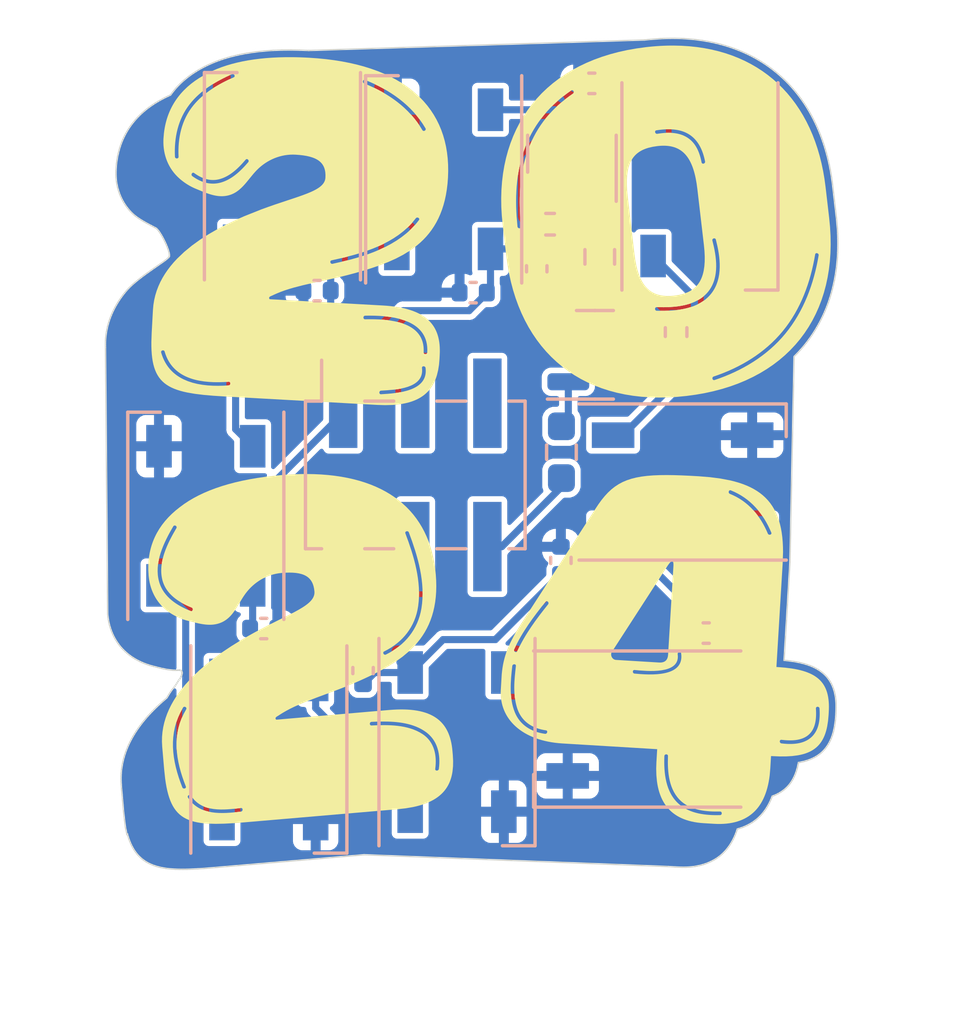
<source format=kicad_pcb>
(kicad_pcb (version 20221018) (generator pcbnew)
  (layers (0 "F.Cu" signal) (31 "B.Cu" signal) (34 "B.Paste" user) (35 "F.Paste" user) (36 "B.SilkS" user "B.Silkscreen") (37 "F.SilkS" user "F.Silkscreen") (38 "B.Mask" user) (39 "F.Mask" user) (44 "Edge.Cuts" user))
  (net 0 "")
  (net 1 "/Battery_VIN")
  (net 2 "GND")
  (net 3 "Net-(D2-DOUT)")
  (net 4 "Net-(D2-DIN)")
  (net 5 "Net-(D3-DOUT)")
  (net 6 "Net-(D4-DOUT)")
  (net 7 "/DIO")
  (net 8 "Net-(D6-DOUT)")
  (net 9 "Net-(D7-DOUT)")
  (net 10 "Net-(D8-DOUT)")
  (net 12 "/DIO_LV")
  (net 16 "Net-(Q1-G)")
  (net 17 "Net-(Q2-B)")
  (net 18 "Net-(Q2-C)")
  (footprint "LED_SMD:LED_WS2812B_PLCC4_5.0x5.0mm_P3.2mm" (layer "B.Cu") (at 140.6 127.22 90)
    (fp_text reference "D5" hide)
    (fp_text value "WS2812B")
  )
  (footprint "LED_SMD:LED_WS2812B_PLCC4_5.0x5.0mm_P3.2mm" (layer "B.Cu") (at 149.02 137.88)
    (fp_text reference "D8" hide)
    (fp_text value "WS2812B")
  )
  (footprint "Package_TO_SOT_SMD:SOT-23" (layer "B.Cu") (at 145.93 133.4)
    (fp_text reference "Q2" hide)
    (fp_text value "BC817")
  )
  (footprint "Resistor_SMD:R_0603_1608Metric_Pad0.98x0.95mm_HandSolder" (layer "B.Cu") (at 146.1 129.95 90)
    (fp_text reference "R3" hide)
    (fp_text value "220")
  )
  (footprint "LED_SMD:LED_WS2812B_PLCC4_5.0x5.0mm_P3.2mm" (layer "B.Cu") (at 147.42 146.58 180)
    (fp_text reference "D7" hide)
    (fp_text value "WS2812B")
  )
  (footprint "Capacitor_SMD:C_0402_1005Metric" (layer "B.Cu") (at 143.88 130.37 -90)
    (fp_text reference "C2" hide)
    (fp_text value "1u")
  )
  (footprint "Capacitor_SMD:C_0402_1005Metric" (layer "B.Cu") (at 141.64 131.21 180)
    (fp_text reference "C1" hide)
    (fp_text value "1u")
  )
  (footprint "Capacitor_SMD:C_0402_1005Metric" (layer "B.Cu") (at 144.73 140.64 90)
    (fp_text reference "C8" hide)
    (fp_text value "1u")
  )
  (footprint "Capacitor_SMD:C_0402_1005Metric" (layer "B.Cu") (at 137.76 144.52 90)
    (fp_text reference "C6" hide)
    (fp_text value "1u")
  )
  (footprint "Connector_PinHeader_2.54mm:PinHeader_2x03_P2.54mm_Vertical_SMD" (layer "B.Cu") (at 139.6 137.63 -90)
    (fp_text reference "J2" hide)
    (fp_text value "Conn_02x03_Counter_Clockwise")
  )
  (footprint "Package_TO_SOT_SMD:SOT-23" (layer "B.Cu") (at 145.12 126.3175 90)
    (fp_text reference "Q1" hide)
    (fp_text value "DMG2302U")
  )
  (footprint "Resistor_SMD:R_0603_1608Metric_Pad0.98x0.95mm_HandSolder" (layer "B.Cu") (at 144.75 136.83 90)
    (fp_text reference "R16" hide)
    (fp_text value "220")
  )
  (footprint "LED_SMD:LED_WS2812B_PLCC4_5.0x5.0mm_P3.2mm" (layer "B.Cu") (at 141.07 147.04 -90)
    (fp_text reference "D6" hide)
    (fp_text value "WS2812B")
  )
  (footprint "Capacitor_SMD:C_0402_1005Metric" (layer "B.Cu") (at 149.85 143.2)
    (fp_text reference "C7" hide)
    (fp_text value "1u")
  )
  (footprint "LED_SMD:LED_WS2812B_PLCC4_5.0x5.0mm_P3.2mm" (layer "B.Cu") (at 132.22 139.07 90)
    (fp_text reference "D3" hide)
    (fp_text value "WS2812B")
  )
  (footprint "LED_SMD:LED_WS2812B_PLCC4_5.0x5.0mm_P3.2mm" (layer "B.Cu") (at 134.44 147.3 -90)
    (fp_text reference "D4" hide)
    (fp_text value "WS2812B")
  )
  (footprint "Capacitor_SMD:C_0402_1005Metric" (layer "B.Cu") (at 145.82 123.84 180)
    (fp_text reference "C3" hide)
    (fp_text value "1u")
  )
  (footprint "Capacitor_SMD:C_0402_1005Metric" (layer "B.Cu") (at 136.14 131.14 180)
    (fp_text reference "C4" hide)
    (fp_text value "1u")
  )
  (footprint "Resistor_SMD:R_0402_1005Metric" (layer "B.Cu") (at 148.79 132.6 90)
    (fp_text reference "R2" hide)
    (fp_text value "5.1k")
  )
  (footprint "LED_SMD:LED_WS2812B_PLCC4_5.0x5.0mm_P3.2mm" (layer "B.Cu") (at 134.92 127.11 90)
    (fp_text reference "D2" hide)
    (fp_text value "WS2812B")
  )
  (footprint "Resistor_SMD:R_0402_1005Metric" (layer "B.Cu") (at 144.35 128.8)
    (fp_text reference "R1" hide)
    (fp_text value "5.1k")
  )
  (footprint "LED_SMD:LED_WS2812B_PLCC4_5.0x5.0mm_P3.2mm" (layer "B.Cu") (at 149.63 127.47 -90)
    (fp_text reference "D9" hide)
    (fp_text value "WS2812B")
  )
  (footprint "Capacitor_SMD:C_0402_1005Metric" (layer "B.Cu") (at 134.26 143.04)
    (fp_text reference "C5" hide)
    (fp_text value "1u")
  )
  (gr_poly (pts (xy 138.675112 146.318325) (xy 138.801608 146.324588) (xy 138.928028 146.334734) (xy 139.053852 146.349285) (xy 139.17856 146.368762) (xy 139.301632 146.393688) (xy 139.422547 146.424582) (xy 139.540785 146.461967) (xy 139.655826 146.506364) (xy 139.767149 146.558295) (xy 139.874235 146.618281) (xy 139.976562 146.686844) (xy 140.014923 146.716168) (xy 140.051441 146.746572) (xy 140.119063 146.810478) (xy 140.179657 146.878274) (xy 140.233446 146.949672) (xy 140.280658 147.024384) (xy 140.321517 147.102123) (xy 140.356249 147.182601) (xy 140.38508 147.26553) (xy 140.408236 147.350622) (xy 140.425942 147.437589) (xy 140.438424 147.526144) (xy 140.445908 147.616) (xy 140.44862 147.706867) (xy 140.446784 147.798459) (xy 140.440627 147.890488) (xy 140.430374 147.982666) (xy 140.429049 147.989936) (xy 140.427089 147.996741) (xy 140.42454 148.003081) (xy 140.421447 148.008956) (xy 140.417859 148.014365) (xy 140.413821 148.019308) (xy 140.40938 148.023785) (xy 140.404583 148.027794) (xy 140.399475 148.031335) (xy 140.394103 148.034409) (xy 140.388515 148.037013) (xy 140.382756 148.039149) (xy 140.376873 148.040816) (xy 140.370912 148.042012) (xy 140.36492 148.042738) (xy 140.358944 148.042994) (xy 140.35303 148.042777) (xy 140.347224 148.04209) (xy 140.341573 148.04093) (xy 140.336123 148.039297) (xy 140.330922 148.037191) (xy 140.326015 148.034611) (xy 140.321449 148.031558) (xy 140.317271 148.02803) (xy 140.313526 148.024027) (xy 140.310263 148.019548) (xy 140.307526 148.014593) (xy 140.305363 148.009163) (xy 140.303819 148.003255) (xy 140.302943 147.99687) (xy 140.302779 147.990007) (xy 140.303375 147.982666) (xy 140.313348 147.893421) (xy 140.319436 147.804476) (xy 140.321375 147.716119) (xy 140.318903 147.628642) (xy 140.311754 147.542333) (xy 140.299667 147.457482) (xy 140.282376 147.374378) (xy 140.259619 147.293312) (xy 140.246108 147.253633) (xy 140.231132 147.214572) (xy 140.214657 147.176166) (xy 140.196651 147.138449) (xy 140.17708 147.101459) (xy 140.155912 147.065232) (xy 140.133114 147.029803) (xy 140.108653 146.99521) (xy 140.082496 146.961488) (xy 140.05461 146.928673) (xy 140.024961 146.896802) (xy 139.993518 146.865911) (xy 139.960247 146.836036) (xy 139.925115 146.807213) (xy 139.888089 146.779478) (xy 139.849136 146.752869) (xy 139.75119 146.694295) (xy 139.649402 146.643197) (xy 139.544199 146.599112) (xy 139.436005 146.561577) (xy 139.325246 146.530132) (xy 139.212349 146.504314) (xy 139.097737 146.483662) (xy 138.981836 146.467712) (xy 138.865073 146.456005) (xy 138.747872 146.448076) (xy 138.630658 146.443466) (xy 138.513858 146.441711) (xy 138.283198 146.444921) (xy 138.059296 146.45401) (xy 138.059708 146.45401) (xy 138.052289 146.45403) (xy 138.045352 146.453327) (xy 138.038895 146.451948) (xy 138.032918 146.44994) (xy 138.027422 146.447349) (xy 138.022406 146.444222) (xy 138.017869 146.440604) (xy 138.013812 146.436544) (xy 138.010234 146.432087) (xy 138.007135 146.427279) (xy 138.004515 146.422167) (xy 138.002374 146.416799) (xy 138.000711 146.411219) (xy 137.999526 146.405475) (xy 137.99882 146.399614) (xy 137.99859 146.393681) (xy 137.998839 146.387723) (xy 137.999564 146.381787) (xy 138.000767 146.375919) (xy 138.002447 146.370166) (xy 138.004603 146.364575) (xy 138.007235 146.359191) (xy 138.010343 146.354061) (xy 138.013928 146.349232) (xy 138.017988 146.344751) (xy 138.022523 146.340663) (xy 138.027534 146.337016) (xy 138.03302 146.333855) (xy 138.03898 146.331228) (xy 138.045415 146.32918) (xy 138.052324 146.327759) (xy 138.059708 146.327011) (xy 138.300373 146.317623) (xy 138.549061 146.315424)) (fill solid) (layer "F.Cu"))
  (gr_poly (pts (xy 133.172421 123.511942) (xy 133.178694 123.512835) (xy 133.184768 123.514323) (xy 133.190619 123.516366) (xy 133.196224 123.518924) (xy 133.20156 123.521956) (xy 133.206601 123.525422) (xy 133.211326 123.529283) (xy 133.21571 123.533498) (xy 133.21973 123.538027) (xy 133.223362 123.54283) (xy 133.226582 123.547866) (xy 133.229366 123.553096) (xy 133.231692 123.558479) (xy 133.233535 123.563975) (xy 133.234872 123.569544) (xy 133.235679 123.575146) (xy 133.235932 123.58074) (xy 133.235608 123.586287) (xy 133.234684 123.591747) (xy 133.233134 123.597079) (xy 133.230937 123.602242) (xy 133.228068 123.607198) (xy 133.224504 123.611905) (xy 133.220221 123.616324) (xy 133.215195 123.620415) (xy 133.209402 123.624136) (xy 133.20282 123.627449) (xy 133.004578 123.718754) (xy 132.906275 123.767008) (xy 132.808793 123.817177) (xy 132.71234 123.869398) (xy 132.617125 123.923806) (xy 132.523355 123.980536) (xy 132.431238 124.039725) (xy 132.340982 124.101509) (xy 132.252793 124.166023) (xy 132.166881 124.233403) (xy 132.083452 124.303785) (xy 132.002716 124.377305) (xy 131.924878 124.454099) (xy 131.850148 124.534301) (xy 131.778732 124.61805) (xy 131.703694 124.715736) (xy 131.635148 124.81627) (xy 131.572919 124.919473) (xy 131.516834 125.025165) (xy 131.466717 125.13317) (xy 131.422393 125.243308) (xy 131.383688 125.3554) (xy 131.350426 125.469268) (xy 131.322432 125.584733) (xy 131.299532 125.701618) (xy 131.281551 125.819743) (xy 131.268314 125.938929) (xy 131.259646 126.058999) (xy 131.255373 126.179773) (xy 131.255318 126.301074) (xy 131.259308 126.422722) (xy 131.259326 126.430141) (xy 131.25862 126.437079) (xy 131.257236 126.443536) (xy 131.25522 126.449513) (xy 131.25262 126.45501) (xy 131.249483 126.460026) (xy 131.245854 126.464563) (xy 131.241781 126.46862) (xy 131.237311 126.472198) (xy 131.23249 126.475296) (xy 131.227365 126.477916) (xy 131.221983 126.480057) (xy 131.21639 126.481719) (xy 131.210634 126.482904) (xy 131.20476 126.48361) (xy 131.198816 126.483839) (xy 131.192849 126.48359) (xy 131.186905 126.482864) (xy 131.18103 126.481661) (xy 131.175273 126.479982) (xy 131.169678 126.477825) (xy 131.164294 126.475193) (xy 131.159167 126.472084) (xy 131.154343 126.4685) (xy 131.14987 126.46444) (xy 131.145794 126.459904) (xy 131.142162 126.454894) (xy 131.13902 126.449408) (xy 131.136416 126.443448) (xy 131.134395 126.437013) (xy 131.133006 126.430105) (xy 131.132294 126.422722) (xy 131.128183 126.299075) (xy 131.128179 126.175742) (xy 131.132441 126.052896) (xy 131.141125 125.930711) (xy 131.154391 125.809362) (xy 131.172396 125.689023) (xy 131.195298 125.569869) (xy 131.223257 125.452073) (xy 131.25643 125.33581) (xy 131.294975 125.221254) (xy 131.33905 125.10858) (xy 131.388814 124.997961) (xy 131.444424 124.889573) (xy 131.50604 124.783588) (xy 131.573819 124.680182) (xy 131.647919 124.579529) (xy 131.721491 124.489474) (xy 131.798711 124.403213) (xy 131.879357 124.320607) (xy 131.963207 124.241521) (xy 132.050038 124.165819) (xy 132.139629 124.093364) (xy 132.231758 124.024019) (xy 132.326202 123.957648) (xy 132.42274 123.894115) (xy 132.52115 123.833283) (xy 132.621209 123.775017) (xy 132.722695 123.719178) (xy 132.825387 123.665632) (xy 132.929062 123.614241) (xy 133.138474 123.51738) (xy 133.138901 123.517807) (xy 133.145813 123.515123) (xy 133.152645 123.513234) (xy 133.159373 123.512101) (xy 133.165973 123.511684)) (fill solid) (layer "F.Cu"))
  (gr_poly (pts (xy 139.314684 139.612471) (xy 139.320736 139.613034) (xy 139.326732 139.614103) (xy 139.332628 139.61569) (xy 139.338378 139.617807) (xy 139.343938 139.620466) (xy 139.349263 139.623679) (xy 139.354308 139.627458) (xy 139.359027 139.631815) (xy 139.363376 139.636761) (xy 139.367309 139.642309) (xy 139.370782 139.648471) (xy 139.373749 139.655258) (xy 139.489749 139.9733) (xy 139.5973 140.29902) (xy 139.64652 140.464282) (xy 139.691963 140.63089) (xy 139.733074 140.798654) (xy 139.769299 140.967382) (xy 139.800081 141.136885) (xy 139.824866 141.30697) (xy 139.843099 141.477447) (xy 139.854225 141.648124) (xy 139.857689 141.818812) (xy 139.852936 141.989319) (xy 139.839411 142.159454) (xy 139.816559 142.329025) (xy 139.789878 142.465453) (xy 139.755377 142.597654) (xy 139.713262 142.725543) (xy 139.66374 142.849029) (xy 139.607017 142.968026) (xy 139.5433 143.082445) (xy 139.472796 143.192198) (xy 139.39571 143.297197) (xy 139.31225 143.397354) (xy 139.222621 143.492581) (xy 139.127031 143.58279) (xy 139.025685 143.667892) (xy 138.91879 143.747799) (xy 138.806554 143.822425) (xy 138.689181 143.891679) (xy 138.566879 143.955475) (xy 138.566982 143.955589) (xy 138.567085 143.955702) (xy 138.567137 143.955757) (xy 138.567188 143.955812) (xy 138.56724 143.955865) (xy 138.567291 143.955917) (xy 138.560494 143.958871) (xy 138.553769 143.961011) (xy 138.547142 143.962378) (xy 138.540635 143.963012) (xy 138.534273 143.962953) (xy 138.528078 143.962242) (xy 138.522075 143.960919) (xy 138.516288 143.959023) (xy 138.510738 143.956596) (xy 138.505452 143.953676) (xy 138.500451 143.950305) (xy 138.49576 143.946522) (xy 138.491403 143.942368) (xy 138.487402 143.937882) (xy 138.483782 143.933105) (xy 138.480566 143.928078) (xy 138.477778 143.922839) (xy 138.475442 143.91743) (xy 138.47358 143.91189) (xy 138.472218 143.90626) (xy 138.471377 143.90058) (xy 138.471083 143.89489) (xy 138.471359 143.889229) (xy 138.472227 143.883639) (xy 138.473713 143.87816) (xy 138.475839 143.872831) (xy 138.47863 143.867693) (xy 138.482108 143.862785) (xy 138.486298 143.858149) (xy 138.491223 143.853824) (xy 138.496906 143.84985) (xy 138.503372 143.846268) (xy 138.623549 143.783448) (xy 138.738535 143.715367) (xy 138.848148 143.642093) (xy 138.952209 143.563691) (xy 139.050534 143.48023) (xy 139.142944 143.391776) (xy 139.229257 143.298395) (xy 139.309292 143.200155) (xy 139.382868 143.097123) (xy 139.449803 142.989365) (xy 139.509918 142.876949) (xy 139.563029 142.759941) (xy 139.608957 142.638408) (xy 139.647521 142.512417) (xy 139.678538 142.382036) (xy 139.701828 142.24733) (xy 139.720261 142.084794) (xy 139.730033 141.921789) (xy 139.731667 141.758492) (xy 139.725689 141.595078) (xy 139.712625 141.431724) (xy 139.692999 141.268605) (xy 139.667337 141.105898) (xy 139.636164 140.943779) (xy 139.600005 140.782424) (xy 139.559385 140.622009) (xy 139.51483 140.462709) (xy 139.466864 140.304702) (xy 139.362803 139.993269) (xy 139.251404 139.689117) (xy 139.249104 139.682065) (xy 139.247649 139.675279) (xy 139.246994 139.668773) (xy 139.247095 139.662558) (xy 139.247906 139.656646) (xy 139.249382 139.651049) (xy 139.251478 139.64578) (xy 139.25415 139.640849) (xy 139.257352 139.63627) (xy 139.261039 139.632053) (xy 139.265166 139.628211) (xy 139.269688 139.624756) (xy 139.27456 139.621699) (xy 139.279738 139.619054) (xy 139.285175 139.61683) (xy 139.290827 139.615042) (xy 139.296649 139.613699) (xy 139.302596 139.612816) (xy 139.308623 139.612402)) (fill solid) (layer "F.Cu"))
  (gr_poly (pts (xy 131.654192 148.901598) (xy 131.660148 148.902287) (xy 131.66604 148.903565) (xy 131.671828 148.905455) (xy 131.677471 148.90798) (xy 131.682929 148.911163) (xy 131.688162 148.915027) (xy 131.693128 148.919596) (xy 131.697789 148.924892) (xy 131.702103 148.930939) (xy 131.738963 148.984744) (xy 131.777963 149.034643) (xy 131.819003 149.080767) (xy 131.861986 149.123246) (xy 131.906812 149.162209) (xy 131.953384 149.197788) (xy 132.001603 149.230111) (xy 132.051371 149.25931) (xy 132.10259 149.285514) (xy 132.15516 149.308853) (xy 132.208984 149.329459) (xy 132.263963 149.34746) (xy 132.376995 149.376171) (xy 132.493467 149.396027) (xy 132.612594 149.408069) (xy 132.733588 149.413339) (xy 132.855662 149.412879) (xy 132.978029 149.407728) (xy 133.220498 149.387523) (xy 133.454697 149.361053) (xy 133.462075 149.360533) (xy 133.468971 149.36077) (xy 133.475384 149.361718) (xy 133.481316 149.363329) (xy 133.486767 149.365556) (xy 133.491737 149.368354) (xy 133.496228 149.371675) (xy 133.500241 149.375472) (xy 133.503775 149.3797) (xy 133.506831 149.38431) (xy 133.509411 149.389257) (xy 133.511515 149.394493) (xy 133.513144 149.399972) (xy 133.514298 149.405647) (xy 133.514978 149.411471) (xy 133.515184 149.417398) (xy 133.514919 149.423381) (xy 133.514181 149.429373) (xy 133.512972 149.435328) (xy 133.511293 149.441197) (xy 133.509143 149.446936) (xy 133.506525 149.452497) (xy 133.503439 149.457833) (xy 133.499884 149.462898) (xy 133.495863 149.467645) (xy 133.491375 149.472027) (xy 133.486422 149.475997) (xy 133.481004 149.479508) (xy 133.475122 149.482515) (xy 133.468776 149.48497) (xy 133.461967 149.486826) (xy 133.454697 149.488037) (xy 133.201047 149.515464) (xy 133.071661 149.5263) (xy 132.941553 149.533851) (xy 132.811459 149.537091) (xy 132.682119 149.534994) (xy 132.554269 149.526534) (xy 132.428648 149.510687) (xy 132.305994 149.486426) (xy 132.24601 149.470819) (xy 132.187044 149.452725) (xy 132.129189 149.432015) (xy 132.072537 149.408559) (xy 132.01718 149.382232) (xy 131.96321 149.352903) (xy 131.91072 149.320445) (xy 131.859802 149.28473) (xy 131.810548 149.24563) (xy 131.763051 149.203016) (xy 131.717402 149.15676) (xy 131.673693 149.106733) (xy 131.632018 149.052809) (xy 131.592468 148.994858) (xy 131.588746 148.988409) (xy 131.585888 148.982016) (xy 131.583856 148.975701) (xy 131.582607 148.969487) (xy 131.582103 148.963399) (xy 131.582302 148.957459) (xy 131.583165 148.95169) (xy 131.58465 148.946116) (xy 131.586717 148.940759) (xy 131.589327 148.935643) (xy 131.592438 148.930791) (xy 131.59601 148.926226) (xy 131.600003 148.921972) (xy 131.604377 148.918051) (xy 131.60909 148.914487) (xy 131.614103 148.911303) (xy 131.619376 148.908521) (xy 131.624867 148.906167) (xy 131.630537 148.904261) (xy 131.636344 148.902828) (xy 131.64225 148.901891) (xy 131.648212 148.901473)) (fill solid) (layer "F.Cu"))
  (gr_poly (pts (xy 139.674704 128.565208) (xy 139.680816 128.565735) (xy 139.686847 128.56676) (xy 139.692754 128.568258) (xy 139.698498 128.570207) (xy 139.704038 128.572583) (xy 139.709333 128.575365) (xy 139.714344 128.578529) (xy 139.719028 128.582052) (xy 139.723346 128.58591) (xy 139.727256 128.590082) (xy 139.730719 128.594545) (xy 139.733694 128.599274) (xy 139.736139 128.604248) (xy 139.738015 128.609443) (xy 139.739281 128.614837) (xy 139.739896 128.620406) (xy 139.73982 128.626127) (xy 139.739012 128.631978) (xy 139.737431 128.637936) (xy 139.735037 128.643977) (xy 139.731788 128.65008) (xy 139.727646 128.656219) (xy 139.590088 128.825393) (xy 139.44068 128.981867) (xy 139.28046 129.126276) (xy 139.110466 129.259256) (xy 138.931736 129.38144) (xy 138.745308 129.493464) (xy 138.55222 129.595964) (xy 138.35351 129.689573) (xy 138.150216 129.774928) (xy 137.943376 129.852662) (xy 137.734029 129.923412) (xy 137.523211 129.987812) (xy 137.311962 130.046496) (xy 137.101319 130.100101) (xy 136.686005 130.194611) (xy 136.678642 130.195798) (xy 136.671561 130.196214) (xy 136.664776 130.195903) (xy 136.658298 130.194911) (xy 136.65214 130.193282) (xy 136.646314 130.191061) (xy 136.640833 130.188292) (xy 136.635709 130.185021) (xy 136.630954 130.181293) (xy 136.626581 130.177151) (xy 136.622603 130.172642) (xy 136.619031 130.167809) (xy 136.615879 130.162698) (xy 136.613158 130.157353) (xy 136.610881 130.151819) (xy 136.60906 130.146141) (xy 136.607709 130.140364) (xy 136.606838 130.134532) (xy 136.606461 130.128691) (xy 136.60659 130.122885) (xy 136.607238 130.117159) (xy 136.608416 130.111558) (xy 136.610138 130.106126) (xy 136.612416 130.100909) (xy 136.615261 130.095951) (xy 136.618687 130.091297) (xy 136.622706 130.086992) (xy 136.627331 130.08308) (xy 136.632573 130.079607) (xy 136.638445 130.076617) (xy 136.64496 130.074155) (xy 136.65213 130.072266) (xy 137.054174 129.981448) (xy 137.258873 129.930076) (xy 137.464579 129.873881) (xy 137.670211 129.81223) (xy 137.874686 129.744487) (xy 138.07692 129.670017) (xy 138.275831 129.588184) (xy 138.470337 129.498355) (xy 138.659355 129.399894) (xy 138.841802 129.292166) (xy 139.016596 129.174537) (xy 139.182654 129.04637) (xy 139.262068 128.978137) (xy 139.338893 128.907032) (xy 139.412992 128.832975) (xy 139.484231 128.755887) (xy 139.552473 128.675689) (xy 139.617584 128.5923) (xy 139.617996 128.5923) (xy 139.622696 128.586599) (xy 139.627721 128.581623) (xy 139.633028 128.577351) (xy 139.638579 128.573759) (xy 139.644331 128.570824) (xy 139.650245 128.568524) (xy 139.65628 128.566835) (xy 139.662395 128.565735) (xy 139.66855 128.5652)) (fill solid) (layer "F.Cu"))
  (gr_poly (pts (xy 150.70541 138.170551) (xy 150.712124 138.172077) (xy 150.719101 138.174454) (xy 150.84537 138.22882) (xy 150.96627 138.289231) (xy 151.081886 138.355492) (xy 151.192305 138.427408) (xy 151.297614 138.504783) (xy 151.397901 138.587422) (xy 151.493252 138.67513) (xy 151.583754 138.767712) (xy 151.669493 138.864971) (xy 151.750556 138.966714) (xy 151.827032 139.072744) (xy 151.899005 139.182866) (xy 151.966563 139.296885) (xy 152.029793 139.414605) (xy 152.088782 139.535832) (xy 152.143616 139.66037) (xy 152.146145 139.667307) (xy 152.147812 139.673981) (xy 152.148661 139.680382) (xy 152.148738 139.686497) (xy 152.148089 139.692315) (xy 152.146759 139.697824) (xy 152.144792 139.703012) (xy 152.142234 139.707868) (xy 152.139131 139.712379) (xy 152.135527 139.716535) (xy 152.131468 139.720323) (xy 152.127 139.723732) (xy 152.122167 139.72675) (xy 152.117014 139.729366) (xy 152.111588 139.731566) (xy 152.105932 139.733341) (xy 152.100093 139.734678) (xy 152.094116 139.735566) (xy 152.088046 139.735992) (xy 152.081929 139.735945) (xy 152.075808 139.735414) (xy 152.069731 139.734386) (xy 152.063742 139.73285) (xy 152.057886 139.730794) (xy 152.052209 139.728207) (xy 152.046755 139.725076) (xy 152.041571 139.721391) (xy 152.036701 139.717139) (xy 152.032191 139.712308) (xy 152.028085 139.706887) (xy 152.02443 139.700865) (xy 152.021271 139.694229) (xy 151.970064 139.578023) (xy 151.914829 139.464663) (xy 151.855505 139.354364) (xy 151.792035 139.247342) (xy 151.724357 139.143812) (xy 151.652413 139.043991) (xy 151.576143 138.948095) (xy 151.495487 138.856339) (xy 151.410387 138.768938) (xy 151.320782 138.686109) (xy 151.226613 138.608068) (xy 151.12782 138.53503) (xy 151.024345 138.467211) (xy 150.916127 138.404827) (xy 150.803108 138.348093) (xy 150.685226 138.297226) (xy 150.685242 138.296799) (xy 150.678531 138.293755) (xy 150.67244 138.290211) (xy 150.666959 138.286212) (xy 150.662074 138.281802) (xy 150.657774 138.277026) (xy 150.654046 138.27193) (xy 150.65088 138.266558) (xy 150.648263 138.260956) (xy 150.646182 138.255169) (xy 150.644627 138.249241) (xy 150.643585 138.243217) (xy 150.643044 138.237144) (xy 150.642993 138.231065) (xy 150.643419 138.225026) (xy 150.64431 138.219072) (xy 150.645655 138.213247) (xy 150.647441 138.207598) (xy 150.649657 138.202168) (xy 150.65229 138.197003) (xy 150.65533 138.192148) (xy 150.658763 138.187648) (xy 150.662577 138.183548) (xy 150.666762 138.179893) (xy 150.671305 138.176728) (xy 150.676194 138.174098) (xy 150.681417 138.172048) (xy 150.686962 138.170624) (xy 150.692817 138.169869) (xy 150.69897 138.16983)) (fill solid) (layer "F.Cu"))
  (gr_poly (pts (xy 150.13767 129.298236) (xy 150.143499 129.298875) (xy 150.149222 129.30004) (xy 150.154795 129.301743) (xy 150.160174 129.303996) (xy 150.165312 129.306812) (xy 150.170166 129.310202) (xy 150.174689 129.314179) (xy 150.178838 129.318755) (xy 150.182566 129.323942) (xy 150.185829 129.329753) (xy 150.188583 129.336199) (xy 150.190781 129.343292) (xy 150.219459 129.459007) (xy 150.246154 129.57752) (xy 150.270188 129.698306) (xy 150.290888 129.820838) (xy 150.307577 129.94459) (xy 150.31958 130.069037) (xy 150.326221 130.193653) (xy 150.326826 130.317911) (xy 150.320719 130.441286) (xy 150.307224 130.563253) (xy 150.285666 130.683284) (xy 150.25537 130.800854) (xy 150.236734 130.858552) (xy 150.215661 130.915437) (xy 150.192064 130.971445) (xy 150.165862 131.026508) (xy 150.136968 131.080562) (xy 150.105298 131.13354) (xy 150.070769 131.185377) (xy 150.033295 131.236008) (xy 149.990696 131.287802) (xy 149.945994 131.336714) (xy 149.899287 131.382822) (xy 149.850671 131.426202) (xy 149.800243 131.466932) (xy 149.748101 131.505089) (xy 149.639062 131.573995) (xy 149.524331 131.633536) (xy 149.404684 131.684332) (xy 149.2809 131.727001) (xy 149.153753 131.762161) (xy 149.024023 131.79043) (xy 148.892485 131.812427) (xy 148.759916 131.828769) (xy 148.627094 131.840075) (xy 148.494795 131.846964) (xy 148.363797 131.850053) (xy 148.10881 131.847305) (xy 148.108922 131.847417) (xy 148.109032 131.847525) (xy 148.109086 131.847577) (xy 148.109141 131.847629) (xy 148.109196 131.847681) (xy 148.109253 131.847733) (xy 148.101833 131.847136) (xy 148.094892 131.845857) (xy 148.08843 131.843941) (xy 148.082447 131.841435) (xy 148.076942 131.838385) (xy 148.071916 131.834839) (xy 148.067368 131.830842) (xy 148.063299 131.826441) (xy 148.059709 131.821682) (xy 148.056598 131.816613) (xy 148.053965 131.81128) (xy 148.051811 131.805729) (xy 148.050135 131.800008) (xy 148.048939 131.794161) (xy 148.048221 131.788237) (xy 148.047981 131.782282) (xy 148.048221 131.776342) (xy 148.048939 131.770463) (xy 148.050135 131.764693) (xy 148.051811 131.759078) (xy 148.053965 131.753665) (xy 148.056598 131.748499) (xy 148.059709 131.743628) (xy 148.063299 131.739099) (xy 148.067368 131.734957) (xy 148.071916 131.731249) (xy 148.076942 131.728023) (xy 148.082447 131.725324) (xy 148.08843 131.723199) (xy 148.094892 131.721694) (xy 148.101833 131.720857) (xy 148.109253 131.720734) (xy 148.34873 131.723875) (xy 148.472352 131.721628) (xy 148.597514 131.716007) (xy 148.72343 131.70639) (xy 148.849314 131.692155) (xy 148.974379 131.67268) (xy 149.097839 131.647343) (xy 149.218909 131.615521) (xy 149.336801 131.576594) (xy 149.450729 131.529938) (xy 149.505961 131.503517) (xy 149.559907 131.474932) (xy 149.61247 131.444103) (xy 149.66355 131.410954) (xy 149.713049 131.375406) (xy 149.760869 131.337381) (xy 149.806912 131.296803) (xy 149.85108 131.253593) (xy 149.893274 131.207673) (xy 149.933395 131.158966) (xy 149.968464 131.111478) (xy 150.000703 131.062798) (xy 150.030195 131.012993) (xy 150.057025 130.962129) (xy 150.081276 130.910273) (xy 150.103032 130.857491) (xy 150.139398 130.749413) (xy 150.166795 130.638425) (xy 150.185895 130.525057) (xy 150.197369 130.40984) (xy 150.201891 130.293304) (xy 150.200132 130.17598) (xy 150.192765 130.058396) (xy 150.180463 129.941084) (xy 150.163896 129.824574) (xy 150.143738 129.709395) (xy 150.12066 129.596078) (xy 150.068436 129.377151) (xy 150.066904 129.369829) (xy 150.066169 129.362788) (xy 150.066184 129.356042) (xy 150.066905 129.349603) (xy 150.068287 129.343483) (xy 150.070284 129.337694) (xy 150.072852 129.332248) (xy 150.075946 129.327158) (xy 150.07952 129.322436) (xy 150.083529 129.318093) (xy 150.087929 129.314142) (xy 150.092675 129.310596) (xy 150.09772 129.307466) (xy 150.103022 129.304764) (xy 150.108533 129.302503) (xy 150.11421 129.300695) (xy 150.120007 129.299352) (xy 150.12588 129.298487) (xy 150.131783 129.29811)) (fill solid) (layer "F.Cu"))
  (gr_poly (pts (xy 131.130641 139.411533) (xy 131.136467 139.412427) (xy 131.14221 139.41383) (xy 131.14783 139.415716) (xy 131.153288 139.418064) (xy 131.158543 139.420849) (xy 131.163554 139.424048) (xy 131.168283 139.427638) (xy 131.172687 139.431596) (xy 131.176729 139.435898) (xy 131.180366 139.44052) (xy 131.18356 139.445439) (xy 131.18627 139.450633) (xy 131.188456 139.456076) (xy 131.190077 139.461747) (xy 131.191094 139.467621) (xy 131.191466 139.473675) (xy 131.191153 139.479886) (xy 131.190115 139.48623) (xy 131.188312 139.492684) (xy 131.185704 139.499225) (xy 131.182251 139.505829) (xy 131.065819 139.709272) (xy 130.952261 139.924386) (xy 130.898561 140.035614) (xy 130.847981 140.148914) (xy 130.801322 140.264003) (xy 130.759384 140.3806) (xy 130.722968 140.498422) (xy 130.692874 140.617187) (xy 130.669903 140.736613) (xy 130.654856 140.856418) (xy 130.648532 140.97632) (xy 130.651733 141.096036) (xy 130.657156 141.155737) (xy 130.665259 141.215286) (xy 130.676144 141.274647) (xy 130.689911 141.333786) (xy 130.702909 141.37985) (xy 130.717732 141.424706) (xy 130.734324 141.468374) (xy 130.752623 141.510872) (xy 130.772573 141.552218) (xy 130.794112 141.59243) (xy 130.817184 141.631527) (xy 130.841728 141.669527) (xy 130.894999 141.74231) (xy 130.953454 141.810927) (xy 131.016622 141.875523) (xy 131.084032 141.936247) (xy 131.155212 141.993245) (xy 131.229691 142.046663) (xy 131.306998 142.09665) (xy 131.386661 142.143352) (xy 131.468209 142.186915) (xy 131.551171 142.227488) (xy 131.635076 142.265216) (xy 131.719452 142.300247) (xy 131.726163 142.303329) (xy 131.732253 142.30691) (xy 131.737735 142.310943) (xy 131.74262 142.315384) (xy 131.74692 142.320189) (xy 131.750647 142.325311) (xy 131.753814 142.330707) (xy 131.756431 142.33633) (xy 131.758511 142.342136) (xy 131.760066 142.348081) (xy 131.761108 142.354118) (xy 131.761649 142.360202) (xy 131.761701 142.36629) (xy 131.761275 142.372335) (xy 131.760384 142.378293) (xy 131.759039 142.384119) (xy 131.757253 142.389767) (xy 131.755037 142.395193) (xy 131.752403 142.400352) (xy 131.749364 142.405198) (xy 131.745931 142.409687) (xy 131.742116 142.413773) (xy 131.737931 142.417412) (xy 131.733389 142.420558) (xy 131.7285 142.423167) (xy 131.723277 142.425193) (xy 131.717732 142.426591) (xy 131.711877 142.427317) (xy 131.705723 142.427325) (xy 131.699284 142.42657) (xy 131.692569 142.425007) (xy 131.685593 142.422592) (xy 131.595871 142.385393) (xy 131.506723 142.345443) (xy 131.41861 142.302579) (xy 131.331996 142.25664) (xy 131.247344 142.207464) (xy 131.165118 142.154889) (xy 131.08578 142.098753) (xy 131.009794 142.038895) (xy 130.937623 141.975152) (xy 130.869731 141.907362) (xy 130.806579 141.835364) (xy 130.776927 141.797737) (xy 130.748633 141.758996) (xy 130.721756 141.719123) (xy 130.696354 141.678097) (xy 130.672484 141.635896) (xy 130.650206 141.592503) (xy 130.629576 141.547895) (xy 130.610652 141.502053) (xy 130.593493 141.454957) (xy 130.578156 141.406586) (xy 130.561237 141.343296) (xy 130.547479 141.279737) (xy 130.536772 141.215949) (xy 130.529011 141.15197) (xy 130.524089 141.08784) (xy 130.521897 141.023597) (xy 130.525278 140.894929) (xy 130.538299 140.766278) (xy 130.560101 140.637957) (xy 130.589828 140.510277) (xy 130.626623 140.383551) (xy 130.669629 140.258089) (xy 130.71799 140.134205) (xy 130.770848 140.012209) (xy 130.827346 139.892414) (xy 130.886627 139.775132) (xy 130.947835 139.660675) (xy 131.072601 139.441483) (xy 131.072601 139.44191) (xy 131.076684 139.435673) (xy 131.081126 139.430201) (xy 131.085887 139.425471) (xy 131.090926 139.42146) (xy 131.096205 139.418144) (xy 131.101682 139.415499) (xy 131.107318 139.413503) (xy 131.113071 139.412132) (xy 131.118903 139.411362) (xy 131.124773 139.41117)) (fill solid) (layer "F.Cu"))
  (gr_poly (pts (xy 138.187744 132.022687) (xy 138.3739 132.031451) (xy 138.562704 132.047681) (xy 138.751374 132.072729) (xy 138.844789 132.088982) (xy 138.937128 132.107947) (xy 139.028042 132.129791) (xy 139.117184 132.154685) (xy 139.204206 132.182796) (xy 139.288761 132.214294) (xy 139.370501 132.249348) (xy 139.449077 132.288127) (xy 139.524142 132.330799) (xy 139.595349 132.377534) (xy 139.66235 132.428499) (xy 139.724797 132.483865) (xy 139.782342 132.543801) (xy 139.834637 132.608474) (xy 139.881336 132.678054) (xy 139.922089 132.75271) (xy 139.95655 132.83261) (xy 139.98437 132.917925) (xy 140.005202 133.008822) (xy 140.018699 133.10547) (xy 140.024512 133.208038) (xy 140.022293 133.316696) (xy 140.021506 133.32408) (xy 140.020049 133.330989) (xy 140.017968 133.337424) (xy 140.015309 133.343385) (xy 140.01212 133.348871) (xy 140.008446 133.353882) (xy 140.004334 133.358418) (xy 139.999832 133.362478) (xy 139.994984 133.366063) (xy 139.989838 133.369172) (xy 139.98444 133.371805) (xy 139.978838 133.373961) (xy 139.973076 133.375641) (xy 139.967202 133.376844) (xy 139.961262 133.37757) (xy 139.955303 133.377819) (xy 139.949372 133.37759) (xy 139.943514 133.376884) (xy 139.937776 133.375699) (xy 139.932205 133.374036) (xy 139.926848 133.371895) (xy 139.92175 133.369275) (xy 139.916958 133.366176) (xy 139.91252 133.362598) (xy 139.908481 133.358541) (xy 139.904887 133.354004) (xy 139.901786 133.348987) (xy 139.899224 133.34349) (xy 139.897247 133.337513) (xy 139.895902 133.331055) (xy 139.895236 133.324116) (xy 139.895294 133.316696) (xy 139.897215 133.215633) (xy 139.891458 133.12045) (xy 139.878365 133.030977) (xy 139.858274 132.947042) (xy 139.831526 132.868473) (xy 139.798461 132.7951) (xy 139.759417 132.72675) (xy 139.714736 132.663252) (xy 139.664756 132.604435) (xy 139.609818 132.550127) (xy 139.550262 132.500157) (xy 139.486427 132.454354) (xy 139.418653 132.412545) (xy 139.34728 132.374559) (xy 139.272647 132.340225) (xy 139.195095 132.309372) (xy 139.032592 132.257421) (xy 138.862489 132.217333) (xy 138.687504 132.187739) (xy 138.510356 132.167264) (xy 138.333763 132.154539) (xy 138.160445 132.148191) (xy 137.834503 132.149139) (xy 137.834503 132.149155) (xy 137.827084 132.148983) (xy 137.820143 132.148101) (xy 137.81368 132.146556) (xy 137.807697 132.144393) (xy 137.802192 132.14166) (xy 137.797166 132.138403) (xy 137.792618 132.134668) (xy 137.788549 132.130502) (xy 137.784959 132.125952) (xy 137.781848 132.121063) (xy 137.779215 132.115883) (xy 137.777061 132.110459) (xy 137.775386 132.104835) (xy 137.774189 132.09906) (xy 137.773471 132.09318) (xy 137.773232 132.08724) (xy 137.773471 132.081288) (xy 137.774189 132.075371) (xy 137.775386 132.069534) (xy 137.777061 132.063824) (xy 137.779215 132.058287) (xy 137.781848 132.052971) (xy 137.784959 132.047922) (xy 137.788549 132.043186) (xy 137.792618 132.03881) (xy 137.797166 132.03484) (xy 137.802192 132.031322) (xy 137.807697 132.028304) (xy 137.81368 132.025832) (xy 137.820143 132.023952) (xy 137.827084 132.022711) (xy 137.834503 132.022156) (xy 138.007018 132.020039)) (fill solid) (layer "F.Cu"))
  (gr_poly (pts (xy 143.094612 144.298671) (xy 143.100429 144.299371) (xy 143.106099 144.300543) (xy 143.111575 144.302189) (xy 143.116811 144.304308) (xy 143.121759 144.306901) (xy 143.126373 144.309968) (xy 143.130608 144.313509) (xy 143.134416 144.317524) (xy 143.13775 144.322014) (xy 143.140566 144.326979) (xy 143.142814 144.332418) (xy 143.144451 144.338333) (xy 143.145428 144.344724) (xy 143.145699 144.35159) (xy 143.145218 144.358932) (xy 143.124957 144.539402) (xy 143.107048 144.721445) (xy 143.093881 144.904648) (xy 143.089824 144.996556) (xy 143.087849 145.0886) (xy 143.088255 145.180729) (xy 143.091342 145.27289) (xy 143.097408 145.365033) (xy 143.106753 145.457106) (xy 143.119675 145.549058) (xy 143.136472 145.640836) (xy 143.157445 145.732391) (xy 143.182892 145.823669) (xy 143.213408 145.911998) (xy 143.230682 145.954085) (xy 143.249267 145.994802) (xy 143.269139 146.034162) (xy 143.290274 146.072175) (xy 143.336235 146.144207) (xy 143.386957 146.210991) (xy 143.442244 146.272618) (xy 143.501903 146.329181) (xy 143.565741 146.38077) (xy 143.633562 146.427477) (xy 143.705172 146.469395) (xy 143.780379 146.506615) (xy 143.858987 146.539229) (xy 143.940802 146.567329) (xy 144.025631 146.591005) (xy 144.113279 146.610351) (xy 144.203552 146.625458) (xy 144.210758 146.626847) (xy 144.217305 146.628841) (xy 144.223205 146.631395) (xy 144.228471 146.634465) (xy 144.233115 146.638005) (xy 144.237149 146.641972) (xy 144.240588 146.646319) (xy 144.243443 146.651003) (xy 144.245726 146.655978) (xy 144.247452 146.6612) (xy 144.248631 146.666624) (xy 144.249277 146.672204) (xy 144.249403 146.677897) (xy 144.24902 146.683658) (xy 144.248143 146.689441) (xy 144.246782 146.695202) (xy 144.244952 146.700896) (xy 144.242664 146.706478) (xy 144.239931 146.711904) (xy 144.236766 146.717128) (xy 144.233182 146.722106) (xy 144.229191 146.726793) (xy 144.224805 146.731144) (xy 144.220038 146.735115) (xy 144.214902 146.73866) (xy 144.209409 146.741735) (xy 144.203573 146.744296) (xy 144.197406 146.746296) (xy 144.19092 146.747691) (xy 144.184128 146.748438) (xy 144.177043 146.74849) (xy 144.169678 146.747803) (xy 144.081133 146.733122) (xy 143.994544 146.714428) (xy 143.910119 146.691639) (xy 143.82807 146.664669) (xy 143.748605 146.633436) (xy 143.671934 146.597856) (xy 143.598266 146.557845) (xy 143.562624 146.536152) (xy 143.527811 146.513319) (xy 143.493854 146.489337) (xy 143.460779 146.464194) (xy 143.428612 146.437882) (xy 143.397379 146.410388) (xy 143.367107 146.381702) (xy 143.337821 146.351815) (xy 143.309549 146.320715) (xy 143.282315 146.288392) (xy 143.256147 146.254836) (xy 143.23107 146.220035) (xy 143.20711 146.183981) (xy 143.184295 146.146662) (xy 143.16265 146.108067) (xy 143.1422 146.068187) (xy 143.122974 146.027011) (xy 143.104996 145.984528) (xy 143.069727 145.888579) (xy 143.040184 145.790895) (xy 143.015993 145.691687) (xy 142.996778 145.591165) (xy 142.982165 145.489539) (xy 142.971777 145.38702) (xy 142.96524 145.283817) (xy 142.962179 145.180141) (xy 142.962218 145.076203) (xy 142.964983 144.972212) (xy 142.977187 144.764912) (xy 142.995791 144.559925) (xy 143.017792 144.358932) (xy 143.018219 144.358932) (xy 143.019427 144.351625) (xy 143.021279 144.344787) (xy 143.023727 144.338419) (xy 143.026726 144.33252) (xy 143.030228 144.327091) (xy 143.034187 144.322132) (xy 143.038558 144.317643) (xy 143.043292 144.313625) (xy 143.048344 144.310077) (xy 143.053667 144.307001) (xy 143.059214 144.304395) (xy 143.06494 144.302261) (xy 143.070797 144.300599) (xy 143.07674 144.299409) (xy 143.082721 144.298691) (xy 143.088694 144.298445)) (fill solid) (layer "F.Cu"))
  (gr_poly (pts (xy 133.67234 126.507341) (xy 133.67787 126.508495) (xy 133.683284 126.510212) (xy 133.68855 126.512457) (xy 133.693636 126.515197) (xy 133.698508 126.518401) (xy 133.703134 126.522034) (xy 133.707481 126.526063) (xy 133.711517 126.530456) (xy 133.715209 126.535179) (xy 133.718525 126.540199) (xy 133.721431 126.545483) (xy 133.723896 126.550999) (xy 133.725886 126.556712) (xy 133.727368 126.56259) (xy 133.728312 126.5686) (xy 133.728682 126.574708) (xy 133.728448 126.580882) (xy 133.727576 126.587088) (xy 133.726034 126.593293) (xy 133.723789 126.599465) (xy 133.720808 126.60557) (xy 133.717059 126.611575) (xy 133.712509 126.617447) (xy 133.60983 126.733758) (xy 133.556312 126.791269) (xy 133.501292 126.847921) (xy 133.44473 126.903389) (xy 133.38659 126.957351) (xy 133.326835 127.009483) (xy 133.265425 127.059463) (xy 133.202323 127.106967) (xy 133.137492 127.151672) (xy 133.070893 127.193256) (xy 133.00249 127.231395) (xy 132.932243 127.265766) (xy 132.860116 127.296046) (xy 132.78607 127.321912) (xy 132.710068 127.34304) (xy 132.644584 127.356629) (xy 132.579606 127.365745) (xy 132.515172 127.370537) (xy 132.451322 127.371156) (xy 132.388094 127.367751) (xy 132.325528 127.360473) (xy 132.263663 127.349472) (xy 132.202538 127.334897) (xy 132.142191 127.316899) (xy 132.082663 127.295629) (xy 132.023991 127.271235) (xy 131.966216 127.243868) (xy 131.909376 127.213679) (xy 131.85351 127.180817) (xy 131.798658 127.145431) (xy 131.744858 127.107674) (xy 131.744858 127.107666) (xy 131.739081 127.103006) (xy 131.734037 127.098021) (xy 131.729704 127.092753) (xy 131.726058 127.087241) (xy 131.723075 127.081526) (xy 131.720733 127.075648) (xy 131.719008 127.069648) (xy 131.717878 127.063566) (xy 131.717319 127.057443) (xy 131.717307 127.051318) (xy 131.717821 127.045233) (xy 131.718836 127.039227) (xy 131.720329 127.033341) (xy 131.722277 127.027616) (xy 131.724658 127.022091) (xy 131.727448 127.016808) (xy 131.730623 127.011806) (xy 131.73416 127.007126) (xy 131.738037 127.002808) (xy 131.742231 126.998893) (xy 131.746717 126.995421) (xy 131.751473 126.992432) (xy 131.756476 126.989968) (xy 131.761702 126.988067) (xy 131.767129 126.986772) (xy 131.772732 126.986121) (xy 131.77849 126.986156) (xy 131.784378 126.986916) (xy 131.790375 126.988443) (xy 131.796455 126.990776) (xy 131.802597 126.993956) (xy 131.808777 126.998024) (xy 131.860585 127.034453) (xy 131.913281 127.068542) (xy 131.96684 127.100122) (xy 132.021238 127.129024) (xy 132.076449 127.155082) (xy 132.132449 127.178127) (xy 132.189214 127.197991) (xy 132.246717 127.214505) (xy 132.304935 127.227503) (xy 132.363843 127.236815) (xy 132.423415 127.242274) (xy 132.483627 127.243711) (xy 132.544454 127.240959) (xy 132.605871 127.23385) (xy 132.667854 127.222215) (xy 132.730377 127.205887) (xy 132.798025 127.183363) (xy 132.863841 127.156932) (xy 132.927878 127.126863) (xy 132.990189 127.093427) (xy 133.050828 127.056894) (xy 133.109849 127.017532) (xy 133.167304 126.975611) (xy 133.223248 126.931402) (xy 133.277732 126.885174) (xy 133.330811 126.837197) (xy 133.382538 126.78774) (xy 133.432966 126.737073) (xy 133.482148 126.685466) (xy 133.530139 126.633189) (xy 133.622757 126.527702) (xy 133.627858 126.52231) (xy 133.633137 126.517777) (xy 133.638562 126.514071) (xy 133.6441 126.511158) (xy 133.649718 126.509006) (xy 133.655383 126.507581) (xy 133.661064 126.506851) (xy 133.666727 126.506782)) (fill solid) (layer "F.Cu"))
  (gr_poly (pts (xy 153.74896 129.819784) (xy 153.754761 129.820661) (xy 153.760529 129.822021) (xy 153.766216 129.823852) (xy 153.77178 129.826139) (xy 153.777174 129.828872) (xy 153.782355 129.832036) (xy 153.787277 129.83562) (xy 153.791896 129.839611) (xy 153.796167 129.843997) (xy 153.800044 129.848764) (xy 153.803484 129.8539) (xy 153.806441 129.859393) (xy 153.80887 129.865229) (xy 153.810728 129.871396) (xy 153.811968 129.877882) (xy 153.812547 129.884674) (xy 153.812418 129.891759) (xy 153.811539 129.899124) (xy 153.777936 130.085673) (xy 153.739732 130.271317) (xy 153.696781 130.455837) (xy 153.648937 130.639011) (xy 153.596056 130.820621) (xy 153.537991 131.000445) (xy 153.474596 131.178264) (xy 153.405725 131.353857) (xy 153.331234 131.527005) (xy 153.250976 131.697487) (xy 153.164806 131.865083) (xy 153.072577 132.029573) (xy 152.974145 132.190736) (xy 152.869363 132.348354) (xy 152.758086 132.502205) (xy 152.640167 132.652069) (xy 152.516036 132.796882) (xy 152.386534 132.935627) (xy 152.251906 133.068388) (xy 152.112397 133.195249) (xy 151.968253 133.316293) (xy 151.819718 133.431604) (xy 151.667037 133.541266) (xy 151.510454 133.645363) (xy 151.350216 133.743978) (xy 151.186566 133.837195) (xy 151.019749 133.925097) (xy 150.850012 134.007769) (xy 150.677597 134.085294) (xy 150.502751 134.157757) (xy 150.325718 134.225239) (xy 150.146744 134.287827) (xy 150.146729 134.287399) (xy 150.139559 134.289431) (xy 150.132665 134.290634) (xy 150.126057 134.291054) (xy 150.119748 134.290736) (xy 150.11375 134.289726) (xy 150.108075 134.288067) (xy 150.102734 134.285805) (xy 150.097739 134.282986) (xy 150.093103 134.279653) (xy 150.088838 134.275853) (xy 150.084954 134.27163) (xy 150.081465 134.26703) (xy 150.078382 134.262096) (xy 150.075717 134.256875) (xy 150.073482 134.251412) (xy 150.07169 134.24575) (xy 150.070351 134.239937) (xy 150.069478 134.234016) (xy 150.069082 134.228032) (xy 150.069177 134.222031) (xy 150.069773 134.216057) (xy 150.070883 134.210157) (xy 150.072518 134.204374) (xy 150.074691 134.198753) (xy 150.077413 134.193341) (xy 150.080696 134.188181) (xy 150.084553 134.183319) (xy 150.088995 134.1788) (xy 150.094034 134.174669) (xy 150.099683 134.170971) (xy 150.105952 134.167751) (xy 150.112854 134.165054) (xy 150.288146 134.103773) (xy 150.461444 134.037671) (xy 150.63252 133.96667) (xy 150.801145 133.890693) (xy 150.967091 133.80966) (xy 151.13013 133.723494) (xy 151.290033 133.632117) (xy 151.446573 133.53545) (xy 151.599521 133.433416) (xy 151.748649 133.325935) (xy 151.893729 133.212931) (xy 152.034532 133.094325) (xy 152.170831 132.970039) (xy 152.302396 132.839994) (xy 152.429 132.704113) (xy 152.550415 132.562317) (xy 152.665638 132.415691) (xy 152.774234 132.265051) (xy 152.876366 132.110632) (xy 152.972194 131.952665) (xy 153.06188 131.791385) (xy 153.145586 131.627023) (xy 153.223472 131.459815) (xy 153.2957 131.289991) (xy 153.362431 131.117787) (xy 153.423827 130.943434) (xy 153.480049 130.767167) (xy 153.531258 130.589217) (xy 153.577616 130.409819) (xy 153.619283 130.229206) (xy 153.656422 130.04761) (xy 153.689194 129.865265) (xy 153.690775 129.858057) (xy 153.69295 129.851509) (xy 153.695672 129.845608) (xy 153.698897 129.840342) (xy 153.70258 129.835697) (xy 153.706677 129.831661) (xy 153.711143 129.828221) (xy 153.715932 129.825366) (xy 153.721 129.823081) (xy 153.726303 129.821355) (xy 153.731795 129.820175) (xy 153.737432 129.819528) (xy 153.743168 129.819402)) (fill solid) (layer "F.Cu"))
  (gr_poly (pts (xy 139.898201 133.80428) (xy 139.904185 133.805018) (xy 139.910134 133.806227) (xy 139.916 133.807906) (xy 139.921737 133.810055) (xy 139.927298 133.812673) (xy 139.932637 133.81576) (xy 139.937708 133.819314) (xy 139.942464 133.823336) (xy 139.946859 133.827823) (xy 139.950845 133.832776) (xy 139.954377 133.838194) (xy 139.957407 133.844077) (xy 139.95989 133.850423) (xy 139.961779 133.857231) (xy 139.963028 133.864502) (xy 139.969019 133.939535) (xy 139.96831 134.01026) (xy 139.961217 134.076812) (xy 139.948055 134.139322) (xy 139.929139 134.197924) (xy 139.904785 134.252751) (xy 139.875307 134.303936) (xy 139.841022 134.351611) (xy 139.802243 134.39591) (xy 139.759288 134.436965) (xy 139.712469 134.47491) (xy 139.662104 134.509877) (xy 139.608507 134.541999) (xy 139.551994 134.57141) (xy 139.431479 134.622627) (xy 139.30308 134.664593) (xy 139.169321 134.69837) (xy 139.032722 134.725023) (xy 138.895807 134.745614) (xy 138.761097 134.761207) (xy 138.631113 134.772866) (xy 138.395416 134.788635) (xy 138.387998 134.788732) (xy 138.38106 134.788102) (xy 138.374604 134.786791) (xy 138.368627 134.784845) (xy 138.363131 134.782311) (xy 138.358115 134.779236) (xy 138.353579 134.775666) (xy 138.349523 134.771648) (xy 138.345945 134.767227) (xy 138.342847 134.762452) (xy 138.340228 134.757367) (xy 138.338087 134.752021) (xy 138.336424 134.746458) (xy 138.33524 134.740726) (xy 138.334534 134.734872) (xy 138.334305 134.728941) (xy 138.334554 134.72298) (xy 138.335279 134.717037) (xy 138.336482 134.711156) (xy 138.338162 134.705386) (xy 138.340318 134.699771) (xy 138.34295 134.69436) (xy 138.346059 134.689198) (xy 138.349643 134.684332) (xy 138.353702 134.679808) (xy 138.358237 134.675673) (xy 138.363248 134.671974) (xy 138.368733 134.668756) (xy 138.374692 134.666067) (xy 138.381126 134.663953) (xy 138.388034 134.662461) (xy 138.395416 134.661636) (xy 138.604667 134.648827) (xy 138.72187 134.639742) (xy 138.844236 134.627511) (xy 138.969351 134.611115) (xy 139.094797 134.589536) (xy 139.21816 134.561755) (xy 139.278305 134.54522) (xy 139.337023 134.526752) (xy 139.394012 134.506225) (xy 139.44897 134.48351) (xy 139.501595 134.45848) (xy 139.551586 134.431008) (xy 139.598639 134.400967) (xy 139.642454 134.368229) (xy 139.682728 134.332666) (xy 139.719159 134.294152) (xy 139.751446 134.252559) (xy 139.779285 134.20776) (xy 139.802376 134.159628) (xy 139.820416 134.108034) (xy 139.833103 134.052852) (xy 139.840136 133.993954) (xy 139.841212 133.931213) (xy 139.836029 133.864502) (xy 139.835509 133.857123) (xy 139.835744 133.850228) (xy 139.836687 133.843814) (xy 139.838292 133.837883) (xy 139.840511 133.832432) (xy 139.8433 133.827461) (xy 139.84661 133.82297) (xy 139.850397 133.818958) (xy 139.854612 133.815424) (xy 139.85921 133.812367) (xy 139.864144 133.809787) (xy 139.869367 133.807683) (xy 139.874834 133.806055) (xy 139.880497 133.804901) (xy 139.88631 133.804221) (xy 139.892227 133.804014)) (fill solid) (layer "F.Cu"))
  (gr_poly (pts (xy 153.781196 145.795403) (xy 153.787143 145.796129) (xy 153.793029 145.797332) (xy 153.798809 145.799012) (xy 153.804434 145.801169) (xy 153.809859 145.803802) (xy 153.815038 145.806911) (xy 153.819923 145.810495) (xy 153.824468 145.814556) (xy 153.828627 145.819092) (xy 153.832354 145.824103) (xy 153.835601 145.829589) (xy 153.838322 145.835549) (xy 153.84047 145.841985) (xy 153.842 145.848894) (xy 153.842865 145.856277) (xy 153.846659 145.922722) (xy 153.848956 145.989959) (xy 153.84946 146.05772) (xy 153.847874 146.125736) (xy 153.843903 146.193737) (xy 153.837249 146.261454) (xy 153.827616 146.328618) (xy 153.814709 146.39496) (xy 153.798229 146.460211) (xy 153.777882 146.524102) (xy 153.75337 146.586363) (xy 153.724397 146.646724) (xy 153.708145 146.676109) (xy 153.690667 146.704918) (xy 153.671925 146.733118) (xy 153.651883 146.760675) (xy 153.630503 146.787555) (xy 153.607749 146.813725) (xy 153.583583 146.839151) (xy 153.557968 146.8638) (xy 153.531224 146.887312) (xy 153.503723 146.909376) (xy 153.446588 146.949312) (xy 153.386851 146.98391) (xy 153.324797 147.013472) (xy 153.260711 147.038302) (xy 153.19488 147.058702) (xy 153.127589 147.074974) (xy 153.059124 147.087421) (xy 152.989771 147.096347) (xy 152.919816 147.102052) (xy 152.849545 147.10484) (xy 152.779243 147.105014) (xy 152.709197 147.102876) (xy 152.639692 147.098729) (xy 152.503448 147.085617) (xy 152.496141 147.084409) (xy 152.489303 147.082557) (xy 152.482934 147.080109) (xy 152.477035 147.07711) (xy 152.471606 147.073608) (xy 152.466646 147.069649) (xy 152.462157 147.065279) (xy 152.458138 147.060544) (xy 152.454591 147.055492) (xy 152.451514 147.050169) (xy 152.448908 147.044622) (xy 152.446773 147.038896) (xy 152.445111 147.033039) (xy 152.44392 147.027096) (xy 152.443201 147.021115) (xy 152.442955 147.015142) (xy 152.443181 147.009224) (xy 152.443881 147.003407) (xy 152.445053 146.997737) (xy 152.446698 146.992261) (xy 152.448817 146.987026) (xy 152.45141 146.982077) (xy 152.454477 146.977463) (xy 152.458018 146.973228) (xy 152.462034 146.96942) (xy 152.466524 146.966086) (xy 152.47149 146.963271) (xy 152.47693 146.961022) (xy 152.482846 146.959385) (xy 152.489237 146.958408) (xy 152.496105 146.958137) (xy 152.503448 146.958618) (xy 152.626558 146.970778) (xy 152.689852 146.975044) (xy 152.753894 146.977698) (xy 152.818372 146.978437) (xy 152.882978 146.976957) (xy 152.947399 146.972958) (xy 153.011328 146.966135) (xy 153.074453 146.956187) (xy 153.136464 146.942811) (xy 153.197052 146.925704) (xy 153.255907 146.904564) (xy 153.312718 146.879088) (xy 153.34026 146.86463) (xy 153.367175 146.848974) (xy 153.393424 146.832083) (xy 153.418969 146.813919) (xy 153.44377 146.794444) (xy 153.467789 146.773621) (xy 153.49072 146.7517) (xy 153.51231 146.728988) (xy 153.532597 146.705518) (xy 153.551614 146.681327) (xy 153.585988 146.630926) (xy 153.615721 146.578068) (xy 153.6411 146.52304) (xy 153.662415 146.466129) (xy 153.679954 146.407618) (xy 153.694004 146.347795) (xy 153.704855 146.286946) (xy 153.712794 146.225355) (xy 153.718111 146.163308) (xy 153.721092 146.101092) (xy 153.722028 146.038992) (xy 153.721205 145.977294) (xy 153.715439 145.856247) (xy 153.715866 145.856277) (xy 153.71573 145.848858) (xy 153.716324 145.841919) (xy 153.717601 145.835461) (xy 153.719516 145.829484) (xy 153.72202 145.823987) (xy 153.725069 145.81897) (xy 153.728615 145.814433) (xy 153.732611 145.810375) (xy 153.737012 145.806797) (xy 153.741771 145.803698) (xy 153.746841 145.801078) (xy 153.752176 145.798937) (xy 153.75773 145.797274) (xy 153.763455 145.79609) (xy 153.769305 145.795383) (xy 153.775234 145.795155)) (fill solid) (layer "F.Cu"))
  (gr_poly (pts (xy 131.475387 145.794838) (xy 131.481234 145.795743) (xy 131.486994 145.797154) (xy 131.492627 145.799046) (xy 131.498092 145.801398) (xy 131.503349 145.804184) (xy 131.508358 145.807382) (xy 131.513079 145.810969) (xy 131.517472 145.81492) (xy 131.521496 145.819214) (xy 131.525112 145.823825) (xy 131.528278 145.828731) (xy 131.530956 145.833909) (xy 131.533105 145.839334) (xy 131.534684 145.844984) (xy 131.535654 145.850835) (xy 131.535975 145.856864) (xy 131.535606 145.863047) (xy 131.534506 145.869361) (xy 131.532637 145.875783) (xy 131.529958 145.882289) (xy 131.526428 145.888855) (xy 131.435727 146.052952) (xy 131.360323 146.21844) (xy 131.299508 146.385169) (xy 131.252574 146.552991) (xy 131.218814 146.721759) (xy 131.197521 146.891323) (xy 131.187986 147.061536) (xy 131.189503 147.23225) (xy 131.201363 147.403316) (xy 131.222859 147.574586) (xy 131.253284 147.745912) (xy 131.29193 147.917146) (xy 131.338089 148.088138) (xy 131.391055 148.258742) (xy 131.450118 148.428809) (xy 131.514572 148.59819) (xy 131.514572 148.598633) (xy 131.516949 148.605646) (xy 131.518475 148.612392) (xy 131.519196 148.618859) (xy 131.519157 148.625035) (xy 131.518402 148.63091) (xy 131.516978 148.63647) (xy 131.514928 148.641705) (xy 131.512298 148.646603) (xy 131.509133 148.651151) (xy 131.505478 148.655339) (xy 131.501378 148.659154) (xy 131.496878 148.662585) (xy 131.492023 148.66562) (xy 131.486858 148.668248) (xy 131.481428 148.670456) (xy 131.475779 148.672234) (xy 131.469954 148.673568) (xy 131.464 148.674448) (xy 131.457961 148.674862) (xy 131.451882 148.674798) (xy 131.445808 148.674244) (xy 131.439785 148.67319) (xy 131.433857 148.671622) (xy 131.42807 148.669529) (xy 131.422468 148.6669) (xy 131.417096 148.663723) (xy 131.412 148.659986) (xy 131.407224 148.655677) (xy 131.402814 148.650785) (xy 131.398815 148.645298) (xy 131.395271 148.639204) (xy 131.392227 148.632492) (xy 131.325567 148.456873) (xy 131.264793 148.280489) (xy 131.210593 148.103509) (xy 131.163653 147.926099) (xy 131.124661 147.748429) (xy 131.094303 147.570666) (xy 131.073266 147.392979) (xy 131.062239 147.215536) (xy 131.061907 147.038505) (xy 131.072958 146.862053) (xy 131.096079 146.68635) (xy 131.131956 146.511562) (xy 131.181278 146.337859) (xy 131.244731 146.165408) (xy 131.323002 145.994378) (xy 131.416779 145.824936) (xy 131.420937 145.818736) (xy 131.42545 145.8133) (xy 131.430278 145.808602) (xy 131.435379 145.804621) (xy 131.440714 145.801333) (xy 131.446243 145.798714) (xy 131.451925 145.79674) (xy 131.457721 145.79539) (xy 131.46359 145.794638) (xy 131.469492 145.794462)) (fill solid) (layer "F.Cu"))
  (gr_poly (pts (xy 148.920295 143.867009) (xy 148.925886 143.867656) (xy 148.931323 143.868835) (xy 148.936561 143.87056) (xy 148.941554 143.872844) (xy 148.946258 143.875699) (xy 148.950629 143.879138) (xy 148.95462 143.883173) (xy 148.958189 143.887817) (xy 148.961289 143.893082) (xy 148.963876 143.898982) (xy 148.965905 143.905529) (xy 148.967331 143.912735) (xy 148.975146 143.990495) (xy 148.975348 144.062845) (xy 148.968319 144.129968) (xy 148.954438 144.192048) (xy 148.934085 144.249267) (xy 148.907641 144.30181) (xy 148.875485 144.349859) (xy 148.837997 144.393598) (xy 148.795557 144.43321) (xy 148.748546 144.468878) (xy 148.697344 144.500787) (xy 148.64233 144.529118) (xy 148.583884 144.554056) (xy 148.522387 144.575783) (xy 148.39176 144.61034) (xy 148.253488 144.634256) (xy 148.110611 144.648997) (xy 147.96617 144.656031) (xy 147.823206 144.656823) (xy 147.684758 144.65284) (xy 147.553868 144.645548) (xy 147.32692 144.626907) (xy 147.32692 144.627304) (xy 147.319575 144.626248) (xy 147.312702 144.624539) (xy 147.3063 144.622224) (xy 147.300371 144.619349) (xy 147.294914 144.61596) (xy 147.289929 144.612104) (xy 147.285417 144.607828) (xy 147.281378 144.603178) (xy 147.277812 144.5982) (xy 147.274719 144.592942) (xy 147.2721 144.587449) (xy 147.269955 144.581768) (xy 147.268284 144.575946) (xy 147.267087 144.570029) (xy 147.266365 144.564063) (xy 147.266117 144.558096) (xy 147.266345 144.552173) (xy 147.267047 144.546342) (xy 147.268226 144.540648) (xy 147.26988 144.535138) (xy 147.27201 144.52986) (xy 147.274616 144.524858) (xy 147.277698 144.52018) (xy 147.281258 144.515872) (xy 147.285294 144.511981) (xy 147.289807 144.508554) (xy 147.294798 144.505636) (xy 147.300266 144.503274) (xy 147.306212 144.501515) (xy 147.312636 144.500406) (xy 147.319539 144.499992) (xy 147.32692 144.50032) (xy 147.515481 144.517385) (xy 147.629984 144.525778) (xy 147.753846 144.532211) (xy 147.883977 144.535282) (xy 148.017284 144.533591) (xy 148.150676 144.525738) (xy 148.281063 144.510321) (xy 148.344163 144.499338) (xy 148.405353 144.485939) (xy 148.464245 144.469949) (xy 148.520454 144.451192) (xy 148.573592 144.429494) (xy 148.623275 144.404679) (xy 148.669114 144.376572) (xy 148.710725 144.344999) (xy 148.74772 144.309784) (xy 148.779712 144.270751) (xy 148.806316 144.227727) (xy 148.827146 144.180535) (xy 148.841814 144.129001) (xy 148.849934 144.07295) (xy 148.85112 144.012206) (xy 148.844986 143.946594) (xy 148.844262 143.93923) (xy 148.844279 143.932146) (xy 148.844992 143.925356) (xy 148.846358 143.918871) (xy 148.84833 143.912705) (xy 148.850865 143.90687) (xy 148.853917 143.901378) (xy 148.857442 143.896243) (xy 148.861394 143.891476) (xy 148.86573 143.887091) (xy 148.870404 143.883101) (xy 148.875371 143.879517) (xy 148.880587 143.876353) (xy 148.886006 143.873621) (xy 148.891585 143.871333) (xy 148.897278 143.869503) (xy 148.90304 143.868143) (xy 148.908827 143.867266) (xy 148.914593 143.866883)) (fill solid) (layer "F.Cu"))
  (gr_poly (pts (xy 145.128097 124.081329) (xy 145.133795 124.082097) (xy 145.139306 124.083499) (xy 145.144606 124.085492) (xy 145.149674 124.088038) (xy 145.154484 124.091095) (xy 145.159015 124.094623) (xy 145.163243 124.098581) (xy 145.167145 124.10293) (xy 145.170698 124.107629) (xy 145.173878 124.112638) (xy 145.176662 124.117915) (xy 145.179028 124.123421) (xy 145.180952 124.129116) (xy 145.18241 124.134958) (xy 145.183381 124.140909) (xy 145.183839 124.146926) (xy 145.183763 124.15297) (xy 145.18313 124.159001) (xy 145.181915 124.164978) (xy 145.180096 124.17086) (xy 145.17765 124.176608) (xy 145.174553 124.18218) (xy 145.170783 124.187537) (xy 145.166315 124.192639) (xy 145.161128 124.197444) (xy 145.155197 124.201912) (xy 145.021665 124.295374) (xy 144.892276 124.39247) (xy 144.767128 124.493303) (xy 144.646317 124.597975) (xy 144.529938 124.706588) (xy 144.418087 124.819245) (xy 144.310862 124.936049) (xy 144.208357 125.0571) (xy 144.110669 125.182503) (xy 144.017895 125.312358) (xy 143.93013 125.446769) (xy 143.84747 125.585837) (xy 143.770012 125.729666) (xy 143.697852 125.878357) (xy 143.631085 126.032012) (xy 143.569809 126.190735) (xy 143.514623 126.352823) (xy 143.465905 126.516413) (xy 143.423414 126.681361) (xy 143.38691 126.84752) (xy 143.356154 127.014746) (xy 143.330905 127.182893) (xy 143.310923 127.351817) (xy 143.295969 127.521373) (xy 143.285802 127.691415) (xy 143.280183 127.861797) (xy 143.278871 128.032376) (xy 143.281626 128.203006) (xy 143.298379 128.543839) (xy 143.328522 128.883133) (xy 143.328964 128.890511) (xy 143.328655 128.897409) (xy 143.32764 128.903827) (xy 143.325966 128.909765) (xy 143.323681 128.915223) (xy 143.320831 128.920203) (xy 143.317462 128.924705) (xy 143.313622 128.928728) (xy 143.309357 128.932275) (xy 143.304714 128.935344) (xy 143.29974 128.937937) (xy 143.294481 128.940053) (xy 143.288984 128.941695) (xy 143.283296 128.942861) (xy 143.277464 128.943552) (xy 143.271534 128.943769) (xy 143.265553 128.943513) (xy 143.259568 128.942783) (xy 143.253626 128.941581) (xy 143.247773 128.939906) (xy 143.242056 128.937759) (xy 143.236522 128.935141) (xy 143.231218 128.932052) (xy 143.22619 128.928492) (xy 143.221485 128.924463) (xy 143.21715 128.919963) (xy 143.213231 128.914995) (xy 143.209776 128.909558) (xy 143.206831 128.903653) (xy 143.204442 128.89728) (xy 143.202657 128.89044) (xy 143.201523 128.883133) (xy 143.170163 128.52617) (xy 143.159937 128.346827) (xy 143.153701 128.167158) (xy 143.151719 127.987348) (xy 143.154256 127.807582) (xy 143.161577 127.628046) (xy 143.173946 127.448925) (xy 143.191629 127.270404) (xy 143.214889 127.092669) (xy 143.243993 126.915906) (xy 143.279204 126.740299) (xy 143.320787 126.566034) (xy 143.369008 126.393297) (xy 143.42413 126.222272) (xy 143.48642 126.053146) (xy 143.549062 125.902528) (xy 143.617352 125.755496) (xy 143.691157 125.612082) (xy 143.770339 125.472321) (xy 143.854766 125.336246) (xy 143.9443 125.20389) (xy 144.038808 125.075287) (xy 144.138153 124.95047) (xy 144.242201 124.829473) (xy 144.350817 124.712329) (xy 144.463866 124.599073) (xy 144.581212 124.489736) (xy 144.70272 124.384353) (xy 144.828255 124.282958) (xy 144.957682 124.185583) (xy 145.090866 124.092262) (xy 145.091278 124.092262) (xy 145.097612 124.088387) (xy 145.103898 124.085387) (xy 145.110112 124.083222) (xy 145.116232 124.08185) (xy 145.122235 124.081233)) (fill solid) (layer "F.Cu"))
  (gr_poly (pts (xy 137.817 123.714908) (xy 137.823713 123.716471) (xy 137.830688 123.718887) (xy 137.992795 123.786522) (xy 138.152369 123.858565) (xy 138.309122 123.935178) (xy 138.462764 124.016524) (xy 138.613004 124.102763) (xy 138.759555 124.194058) (xy 138.902125 124.290571) (xy 139.040426 124.392464) (xy 139.174168 124.499898) (xy 139.303061 124.613035) (xy 139.426815 124.732037) (xy 139.545141 124.857067) (xy 139.65775 124.988285) (xy 139.764352 125.125854) (xy 139.864656 125.269936) (xy 139.958374 125.420692) (xy 139.961827 125.427295) (xy 139.964436 125.433832) (xy 139.966238 125.440281) (xy 139.967276 125.446618) (xy 139.967589 125.45282) (xy 139.967217 125.458865) (xy 139.9662 125.464728) (xy 139.964579 125.470386) (xy 139.962393 125.475817) (xy 139.959683 125.480997) (xy 139.95649 125.485904) (xy 139.952852 125.490513) (xy 139.948811 125.494802) (xy 139.944406 125.498747) (xy 139.939677 125.502326) (xy 139.934666 125.505515) (xy 139.929411 125.508291) (xy 139.923953 125.510631) (xy 139.918333 125.512511) (xy 139.91259 125.513909) (xy 139.906764 125.514802) (xy 139.900897 125.515165) (xy 139.895027 125.514976) (xy 139.889194 125.514212) (xy 139.883441 125.51285) (xy 139.877805 125.510866) (xy 139.872328 125.508238) (xy 139.867049 125.504941) (xy 139.86201 125.500953) (xy 139.857249 125.496251) (xy 139.852807 125.490812) (xy 139.848724 125.484612) (xy 139.758438 125.339396) (xy 139.66176 125.200516) (xy 139.558975 125.067828) (xy 139.450368 124.94119) (xy 139.336225 124.820458) (xy 139.216831 124.705488) (xy 139.092471 124.596138) (xy 138.96343 124.492265) (xy 138.829994 124.393724) (xy 138.692448 124.300373) (xy 138.551077 124.212069) (xy 138.406166 124.128668) (xy 138.258 124.050027) (xy 138.106866 123.976003) (xy 137.953047 123.906452) (xy 137.796829 123.841232) (xy 137.790118 123.83815) (xy 137.784028 123.83457) (xy 137.778547 123.830536) (xy 137.773662 123.826095) (xy 137.769362 123.82129) (xy 137.765635 123.816167) (xy 137.762469 123.810772) (xy 137.759852 123.805148) (xy 137.757773 123.799342) (xy 137.756218 123.793397) (xy 137.755176 123.78736) (xy 137.754636 123.781275) (xy 137.754585 123.775187) (xy 137.755011 123.769142) (xy 137.755903 123.763184) (xy 137.757248 123.757358) (xy 137.759035 123.751709) (xy 137.761251 123.746283) (xy 137.763884 123.741124) (xy 137.766924 123.736278) (xy 137.770357 123.731789) (xy 137.774172 123.727703) (xy 137.778356 123.724064) (xy 137.782899 123.720918) (xy 137.787787 123.71831) (xy 137.79301 123.716284) (xy 137.798554 123.714886) (xy 137.804409 123.71416) (xy 137.810561 123.714153)) (fill solid) (layer "F.Cu"))
  (gr_poly (pts (xy 144.237481 142.07743) (xy 144.242929 142.078532) (xy 144.248275 142.080207) (xy 144.253484 142.08242) (xy 144.258526 142.085138) (xy 144.263366 142.088329) (xy 144.267973 142.091958) (xy 144.272314 142.095993) (xy 144.276356 142.1004) (xy 144.280066 142.105146) (xy 144.283413 142.110197) (xy 144.286362 142.11552) (xy 144.288882 142.121082) (xy 144.290941 142.12685) (xy 144.292504 142.132789) (xy 144.29354 142.138868) (xy 144.294016 142.145052) (xy 144.2939 142.151308) (xy 144.293159 142.157603) (xy 144.291759 142.163903) (xy 144.289669 142.170175) (xy 144.286856 142.176386) (xy 144.283288 142.182503) (xy 144.278931 142.188492) (xy 144.124792 142.382275) (xy 143.973661 142.57828) (xy 143.826679 142.777142) (xy 143.684986 142.979496) (xy 143.549723 143.185977) (xy 143.48486 143.290963) (xy 143.422031 143.39722) (xy 143.361381 143.504825) (xy 143.303051 143.61386) (xy 143.247185 143.724402) (xy 143.193924 143.836533) (xy 143.193939 143.836105) (xy 143.190511 143.842686) (xy 143.186683 143.848475) (xy 143.182496 143.853496) (xy 143.17799 143.857772) (xy 143.173205 143.861327) (xy 143.16818 143.864186) (xy 143.162956 143.866372) (xy 143.157572 143.867909) (xy 143.152068 143.868821) (xy 143.146485 143.869131) (xy 143.140862 143.868865) (xy 143.13524 143.868045) (xy 143.129657 143.866695) (xy 143.124154 143.864839) (xy 143.118771 143.862502) (xy 143.113548 143.859707) (xy 143.108525 143.856478) (xy 143.103741 143.852838) (xy 143.099237 143.848812) (xy 143.095053 143.844424) (xy 143.091228 143.839697) (xy 143.087802 143.834656) (xy 143.084815 143.829323) (xy 143.082308 143.823724) (xy 143.08032 143.817882) (xy 143.07889 143.811821) (xy 143.07806 143.805564) (xy 143.077868 143.799136) (xy 143.078356 143.79256) (xy 143.079562 143.785861) (xy 143.081526 143.779061) (xy 143.08429 143.772186) (xy 143.138467 143.65826) (xy 143.195331 143.545974) (xy 143.254732 143.435245) (xy 143.316519 143.325988) (xy 143.380541 143.218117) (xy 143.446647 143.111547) (xy 143.584511 142.901974) (xy 143.728903 142.696587) (xy 143.878618 142.494708) (xy 144.03245 142.295657) (xy 144.189194 142.098755) (xy 144.194101 142.093208) (xy 144.199198 142.088534) (xy 144.204454 142.084698) (xy 144.209836 142.081667) (xy 144.21531 142.079409) (xy 144.220844 142.07789) (xy 144.226405 142.077075) (xy 144.231962 142.076933)) (fill solid) (layer "F.Cu"))
  (gr_poly (pts (xy 130.714487 133.242181) (xy 130.720371 133.242798) (xy 130.726163 133.243935) (xy 130.731817 133.245605) (xy 130.737289 133.247821) (xy 130.742533 133.250594) (xy 130.747504 133.253937) (xy 130.752158 133.257861) (xy 130.75645 133.26238) (xy 130.760334 133.267504) (xy 130.763765 133.273247) (xy 130.766698 133.27962) (xy 130.769089 133.286636) (xy 130.79864 133.37919) (xy 130.832495 133.466596) (xy 130.870486 133.548989) (xy 130.912448 133.626498) (xy 130.958214 133.699257) (xy 131.007617 133.767397) (xy 131.06049 133.831051) (xy 131.116668 133.890349) (xy 131.175984 133.945425) (xy 131.238271 133.996409) (xy 131.303363 134.043434) (xy 131.371094 134.086632) (xy 131.441296 134.126135) (xy 131.513803 134.162075) (xy 131.665068 134.223791) (xy 131.823555 134.272838) (xy 131.987934 134.310269) (xy 132.156873 134.337141) (xy 132.329038 134.35451) (xy 132.503098 134.363429) (xy 132.677722 134.364956) (xy 132.851577 134.360145) (xy 133.023331 134.350052) (xy 133.030749 134.349879) (xy 133.037685 134.350437) (xy 133.044137 134.351682) (xy 133.050107 134.353566) (xy 133.055595 134.356043) (xy 133.060602 134.359066) (xy 133.065128 134.362589) (xy 133.069173 134.366565) (xy 133.072738 134.370948) (xy 133.075824 134.375691) (xy 133.07843 134.380748) (xy 133.080558 134.386072) (xy 133.082208 134.391617) (xy 133.08338 134.397336) (xy 133.084075 134.403183) (xy 133.084293 134.409111) (xy 133.084035 134.415074) (xy 133.083301 134.421025) (xy 133.082092 134.426917) (xy 133.080408 134.432705) (xy 133.07825 134.438341) (xy 133.075617 134.44378) (xy 133.072511 134.448974) (xy 133.068933 134.453877) (xy 133.064881 134.458443) (xy 133.060358 134.462625) (xy 133.055363 134.466376) (xy 133.049897 134.469651) (xy 133.04396 134.472402) (xy 133.037553 134.474584) (xy 133.030677 134.476149) (xy 133.023331 134.477051) (xy 132.839921 134.487514) (xy 132.654912 134.491708) (xy 132.469643 134.488611) (xy 132.285451 134.477204) (xy 132.103675 134.456464) (xy 132.014111 134.442276) (xy 131.925653 134.425373) (xy 131.838468 134.405626) (xy 131.752723 134.382908) (xy 131.668586 134.357091) (xy 131.586224 134.328049) (xy 131.505804 134.295653) (xy 131.427493 134.259775) (xy 131.351459 134.220289) (xy 131.277869 134.177066) (xy 131.206891 134.12998) (xy 131.138691 134.078901) (xy 131.073437 134.023704) (xy 131.011296 133.96426) (xy 130.952436 133.900441) (xy 130.897023 133.83212) (xy 130.845225 133.75917) (xy 130.79721 133.681463) (xy 130.753144 133.598871) (xy 130.713195 133.511267) (xy 130.67753 133.418523) (xy 130.646317 133.320511) (xy 130.646744 133.320511) (xy 130.64502 133.313264) (xy 130.644104 133.306295) (xy 130.643952 133.299615) (xy 130.644518 133.293238) (xy 130.645756 133.287174) (xy 130.647623 133.281437) (xy 130.650073 133.276038) (xy 130.653061 133.270989) (xy 130.656541 133.266304) (xy 130.66047 133.261993) (xy 130.664802 133.258069) (xy 130.669491 133.254545) (xy 130.674494 133.251432) (xy 130.679764 133.248742) (xy 130.685257 133.246488) (xy 130.690928 133.244682) (xy 130.696731 133.243337) (xy 130.702622 133.242463) (xy 130.708556 133.242074)) (fill solid) (layer "F.Cu"))
  (gr_poly (pts (xy 148.614309 125.458251) (xy 148.688663 125.463126) (xy 148.762432 125.471186) (xy 148.835409 125.482662) (xy 148.907386 125.497784) (xy 148.978156 125.516783) (xy 149.047512 125.539889) (xy 149.115247 125.567334) (xy 149.181154 125.599348) (xy 149.245026 125.636162) (xy 149.305753 125.67728) (xy 149.362449 125.721904) (xy 149.415252 125.769809) (xy 149.464298 125.820768) (xy 149.509725 125.874559) (xy 149.551669 125.930954) (xy 149.590269 125.98973) (xy 149.62566 126.05066) (xy 149.65798 126.11352) (xy 149.687367 126.178086) (xy 149.713957 126.24413) (xy 149.737887 126.311429) (xy 149.759295 126.379758) (xy 149.778317 126.448891) (xy 149.795091 126.518603) (xy 149.809753 126.588669) (xy 149.810826 126.596032) (xy 149.811134 126.603113) (xy 149.810723 126.609899) (xy 149.809638 126.616377) (xy 149.807924 126.622535) (xy 149.805625 126.62836) (xy 149.802786 126.633841) (xy 149.799452 126.638965) (xy 149.795668 126.643719) (xy 149.791478 126.648091) (xy 149.786927 126.652068) (xy 149.782061 126.655639) (xy 149.776924 126.65879) (xy 149.77156 126.66151) (xy 149.766016 126.663786) (xy 149.760334 126.665606) (xy 149.754561 126.666956) (xy 149.74874 126.667826) (xy 149.742918 126.668202) (xy 149.737138 126.668071) (xy 149.731445 126.667423) (xy 149.725885 126.666244) (xy 149.720501 126.664521) (xy 149.71534 126.662243) (xy 149.710445 126.659397) (xy 149.705861 126.65597) (xy 149.701634 126.651951) (xy 149.697807 126.647326) (xy 149.694427 126.642084) (xy 149.691537 126.636212) (xy 149.689183 126.629697) (xy 149.687408 126.622528) (xy 149.674262 126.558745) (xy 149.659471 126.495174) (xy 149.642858 126.432026) (xy 149.624246 126.369513) (xy 149.603459 126.307845) (xy 149.580319 126.247235) (xy 149.554651 126.187894) (xy 149.526278 126.130033) (xy 149.495022 126.073863) (xy 149.460707 126.019597) (xy 149.423156 125.967445) (xy 149.382192 125.917619) (xy 149.360376 125.893644) (xy 149.33764 125.87033) (xy 149.313962 125.847704) (xy 149.289321 125.825791) (xy 149.263695 125.804618) (xy 149.23706 125.784211) (xy 149.209396 125.764598) (xy 149.180679 125.745804) (xy 149.121301 125.711426) (xy 149.060277 125.681638) (xy 148.997778 125.656207) (xy 148.933975 125.6349) (xy 148.869039 125.617485) (xy 148.80314 125.60373) (xy 148.736448 125.593401) (xy 148.669134 125.586266) (xy 148.601369 125.582092) (xy 148.533322 125.580648) (xy 148.465166 125.581699) (xy 148.397069 125.585015) (xy 148.329203 125.590362) (xy 148.261737 125.597508) (xy 148.128693 125.616264) (xy 148.121328 125.617105) (xy 148.114245 125.617197) (xy 148.107454 125.616585) (xy 148.100969 125.615313) (xy 148.094802 125.613427) (xy 148.088967 125.610971) (xy 148.083475 125.60799) (xy 148.078339 125.60453) (xy 148.073572 125.600633) (xy 148.069187 125.596347) (xy 148.065196 125.591714) (xy 148.061611 125.586781) (xy 148.058447 125.581591) (xy 148.055714 125.576191) (xy 148.053426 125.570624) (xy 148.051596 125.564935) (xy 148.050235 125.559169) (xy 148.049358 125.553371) (xy 148.048975 125.547586) (xy 148.049101 125.541859) (xy 148.049747 125.536234) (xy 148.050927 125.530756) (xy 148.052652 125.52547) (xy 148.054936 125.52042) (xy 148.057791 125.515653) (xy 148.06123 125.511212) (xy 148.065266 125.507141) (xy 148.069911 125.503487) (xy 148.075177 125.500294) (xy 148.081078 125.497606) (xy 148.087626 125.495469) (xy 148.094833 125.493927) (xy 148.167487 125.482967) (xy 148.241004 125.473576) (xy 148.315179 125.465987) (xy 148.389804 125.460429) (xy 148.464672 125.457133) (xy 148.539576 125.45633)) (fill solid) (layer "F.Cu"))
  (gr_poly (pts (xy 148.448326 147.470782) (xy 148.454195 147.4715) (xy 148.459951 147.472697) (xy 148.465548 147.474372) (xy 148.470939 147.476526) (xy 148.476077 147.479159) (xy 148.480916 147.482271) (xy 148.48541 147.485861) (xy 148.489512 147.48993) (xy 148.493175 147.494477) (xy 148.496354 147.499503) (xy 148.499001 147.505008) (xy 148.501069 147.510992) (xy 148.502513 147.517454) (xy 148.503286 147.524395) (xy 148.503342 147.531815) (xy 148.500054 147.637004) (xy 148.498924 147.743942) (xy 148.50043 147.852102) (xy 148.505054 147.96096) (xy 148.513273 148.069991) (xy 148.52557 148.178672) (xy 148.542423 148.286477) (xy 148.564312 148.392881) (xy 148.591718 148.497361) (xy 148.62512 148.599391) (xy 148.664998 148.698447) (xy 148.711833 148.794004) (xy 148.738009 148.840307) (xy 148.766104 148.885538) (xy 148.796178 148.929632) (xy 148.828291 148.972524) (xy 148.862503 149.014147) (xy 148.898874 149.054437) (xy 148.937464 149.093327) (xy 148.978333 149.130753) (xy 149.049097 149.187708) (xy 149.123226 149.238467) (xy 149.200403 149.283362) (xy 149.280313 149.322724) (xy 149.362639 149.356884) (xy 149.447065 149.386175) (xy 149.533274 149.410928) (xy 149.620951 149.431475) (xy 149.709778 149.448147) (xy 149.799441 149.461277) (xy 149.889621 149.471196) (xy 149.980005 149.478236) (xy 150.070274 149.482728) (xy 150.160113 149.485005) (xy 150.337234 149.484238) (xy 150.344654 149.484447) (xy 150.351595 149.485365) (xy 150.358057 149.486944) (xy 150.364041 149.489139) (xy 150.369546 149.491902) (xy 150.374572 149.495187) (xy 150.379119 149.498948) (xy 150.383188 149.503137) (xy 150.386778 149.507708) (xy 150.38989 149.512616) (xy 150.392523 149.517812) (xy 150.394677 149.523251) (xy 150.396352 149.528885) (xy 150.397549 149.534669) (xy 150.398267 149.540556) (xy 150.398506 149.546499) (xy 150.398267 149.552452) (xy 150.397549 149.558368) (xy 150.396352 149.5642) (xy 150.394677 149.569902) (xy 150.392523 149.575427) (xy 150.38989 149.580729) (xy 150.386778 149.585761) (xy 150.383188 149.590477) (xy 150.379119 149.594829) (xy 150.374572 149.598773) (xy 150.369546 149.602259) (xy 150.364041 149.605244) (xy 150.358057 149.607679) (xy 150.351595 149.609517) (xy 150.344654 149.610714) (xy 150.337234 149.611221) (xy 150.146862 149.611637) (xy 150.050684 149.608691) (xy 149.954252 149.603209) (xy 149.857872 149.594861) (xy 149.761851 149.583322) (xy 149.666492 149.568265) (xy 149.572103 149.549362) (xy 149.47899 149.526288) (xy 149.387457 149.498714) (xy 149.297811 149.466315) (xy 149.210357 149.428762) (xy 149.125401 149.385731) (xy 149.043249 149.336893) (xy 148.964207 149.281921) (xy 148.88858 149.22049) (xy 148.845477 149.180815) (xy 148.804711 149.139626) (xy 148.766224 149.096987) (xy 148.729955 149.052968) (xy 148.663842 148.961053) (xy 148.605899 148.864418) (xy 148.555656 148.763598) (xy 148.512641 148.659129) (xy 148.476383 148.55155) (xy 148.446411 148.441395) (xy 148.422253 148.329201) (xy 148.403438 148.215505) (xy 148.389495 148.100843) (xy 148.379952 147.985751) (xy 148.374338 147.870766) (xy 148.372182 147.756424) (xy 148.376358 147.531815) (xy 148.377029 147.524395) (xy 148.378377 147.517454) (xy 148.380357 147.510992) (xy 148.382922 147.505008) (xy 148.386025 147.499503) (xy 148.389621 147.494477) (xy 148.393661 147.48993) (xy 148.3981 147.485861) (xy 148.402892 147.482271) (xy 148.407989 147.479159) (xy 148.413346 147.476526) (xy 148.418916 147.474372) (xy 148.424651 147.472697) (xy 148.430507 147.4715) (xy 148.436435 147.470782) (xy 148.44239 147.470543)) (fill solid) (layer "F.Cu"))
  (gr_poly (pts (xy 148.719001 137.638134) (xy 148.987185 137.646635) (xy 149.27454 137.659711) (xy 149.582108 137.67691) (xy 149.980379 137.709133) (xy 150.348234 137.756651) (xy 150.686099 137.820749) (xy 150.84392 137.859418) (xy 150.994405 137.902713) (xy 151.137607 137.950796) (xy 151.27358 138.003826) (xy 151.402378 138.061966) (xy 151.524054 138.125375) (xy 151.638663 138.194213) (xy 151.746256 138.268642) (xy 151.846889 138.348822) (xy 151.940615 138.434914) (xy 152.027487 138.527077) (xy 152.107559 138.625474) (xy 152.180885 138.730264) (xy 152.247518 138.841607) (xy 152.307513 138.959665) (xy 152.360922 139.084599) (xy 152.407799 139.216568) (xy 152.448198 139.355733) (xy 152.482173 139.502255) (xy 152.509777 139.656295) (xy 152.531063 139.818012) (xy 152.546087 139.987568) (xy 152.5549 140.165124) (xy 152.557557 140.350839) (xy 152.544617 140.747391) (xy 152.324448 144.394424) (xy 152.379089 144.397736) (xy 152.628368 144.417517) (xy 152.856682 144.445881) (xy 152.963154 144.463417) (xy 153.064596 144.483262) (xy 153.161079 144.505471) (xy 153.252674 144.530096) (xy 153.339452 144.557194) (xy 153.421483 144.586818) (xy 153.498837 144.619023) (xy 153.571585 144.653863) (xy 153.639799 144.691392) (xy 153.703547 144.731665) (xy 153.762902 144.774737) (xy 153.817934 144.820662) (xy 153.868713 144.869493) (xy 153.91531 144.921286) (xy 153.957795 144.976095) (xy 153.99624 145.033974) (xy 154.030714 145.094978) (xy 154.061289 145.159161) (xy 154.088034 145.226578) (xy 154.111022 145.297282) (xy 154.130321 145.371329) (xy 154.146004 145.448772) (xy 154.158139 145.529666) (xy 154.166799 145.614066) (xy 154.172053 145.702026) (xy 154.173973 145.7936) (xy 154.172629 145.888843) (xy 154.168091 145.987808) (xy 154.162949 146.078827) (xy 154.144291 146.288429) (xy 154.114575 146.479894) (xy 154.095376 146.56898) (xy 154.073178 146.653718) (xy 154.047905 146.734169) (xy 154.019479 146.810396) (xy 153.987821 146.88246) (xy 153.952854 146.950425) (xy 153.9145 147.014351) (xy 153.872681 147.0743) (xy 153.827321 147.130336) (xy 153.77834 147.182519) (xy 153.725661 147.230912) (xy 153.669207 147.275578) (xy 153.608899 147.316576) (xy 153.54466 147.353971) (xy 153.476412 147.387824) (xy 153.404078 147.418197) (xy 153.327579 147.445151) (xy 153.246837 147.46875) (xy 153.161776 147.489054) (xy 153.072317 147.506127) (xy 152.879895 147.530824) (xy 152.668949 147.543338) (xy 152.438856 147.544164) (xy 152.188995 147.533798) (xy 152.13475 147.531433) (xy 152.108521 147.968323) (xy 152.086592 148.21351) (xy 152.070655 148.330131) (xy 152.051391 148.442753) (xy 152.028791 148.551361) (xy 152.002845 148.655942) (xy 151.973544 148.756483) (xy 151.940879 148.852969) (xy 151.90484 148.945387) (xy 151.865419 149.033724) (xy 151.822605 149.117965) (xy 151.77639 149.198098) (xy 151.726764 149.274108) (xy 151.673718 149.345982) (xy 151.617243 149.413706) (xy 151.557329 149.477266) (xy 151.493968 149.53665) (xy 151.427149 149.591843) (xy 151.356864 149.642832) (xy 151.283103 149.689602) (xy 151.205857 149.732141) (xy 151.125117 149.770435) (xy 151.040874 149.80447) (xy 150.953117 149.834233) (xy 150.861839 149.859709) (xy 150.767029 149.880885) (xy 150.668678 149.897749) (xy 150.566777 149.910285) (xy 150.461317 149.91848) (xy 150.352289 149.922321) (xy 150.239683 149.921794) (xy 150.123489 149.916885) (xy 149.759018 149.894897) (xy 149.646527 149.885951) (xy 149.538117 149.873087) (xy 149.433769 149.856319) (xy 149.333466 149.835657) (xy 149.237192 149.811114) (xy 149.144928 149.782703) (xy 149.056657 149.750434) (xy 148.972362 149.714322) (xy 148.892025 149.674376) (xy 148.815628 149.630611) (xy 148.743155 149.583037) (xy 148.674588 149.531667) (xy 148.609909 149.476513) (xy 148.549101 149.417587) (xy 148.492146 149.354901) (xy 148.439028 149.288467) (xy 148.389728 149.218298) (xy 148.344229 149.144406) (xy 148.302514 149.066802) (xy 148.264566 148.985498) (xy 148.230366 148.900508) (xy 148.199898 148.811842) (xy 148.173143 148.719514) (xy 148.150085 148.623535) (xy 148.130706 148.523917) (xy 148.114989 148.420672) (xy 148.09447 148.203351) (xy 148.088388 147.971669) (xy 148.095577 147.75644) (xy 148.372166 147.75644) (xy 148.374321 147.870784) (xy 148.379934 147.985771) (xy 148.389476 148.100865) (xy 148.403418 148.21553) (xy 148.422232 148.329229) (xy 148.446388 148.441425) (xy 148.476359 148.551583) (xy 148.512616 148.659166) (xy 148.555629 148.763636) (xy 148.605871 148.864459) (xy 148.63385 148.913334) (xy 148.663813 148.961096) (xy 148.695818 149.007678) (xy 148.729926 149.053012) (xy 148.766193 149.097032) (xy 148.804681 149.139671) (xy 148.845447 149.180861) (xy 148.88855 149.220535) (xy 148.96418 149.281966) (xy 149.043225 149.336936) (xy 149.125381 149.385771) (xy 149.21034 149.428799) (xy 149.297797 149.466346) (xy 149.387447 149.49874) (xy 149.478983 149.526309) (xy 149.5721 149.549377) (xy 149.666491 149.568274) (xy 149.761852 149.583326) (xy 149.857875 149.59486) (xy 149.954256 149.603203) (xy 150.050688 149.608682) (xy 150.146866 149.611624) (xy 150.337234 149.611206) (xy 150.344654 149.610688) (xy 150.351595 149.609483) (xy 150.358057 149.607638) (xy 150.364041 149.605198) (xy 150.369546 149.602211) (xy 150.374572 149.598722) (xy 150.379119 149.594779) (xy 150.383188 149.590427) (xy 150.386778 149.585713) (xy 150.38989 149.580684) (xy 150.392523 149.575385) (xy 150.394677 149.569864) (xy 150.396352 149.564167) (xy 150.397549 149.55834) (xy 150.398267 149.552429) (xy 150.398506 149.546482) (xy 150.398267 149.540544) (xy 150.397549 149.534663) (xy 150.396352 149.528883) (xy 150.394677 149.523253) (xy 150.392523 149.517818) (xy 150.38989 149.512625) (xy 150.386778 149.50772) (xy 150.383188 149.50315) (xy 150.379119 149.49896) (xy 150.374572 149.495199) (xy 150.369546 149.491911) (xy 150.364041 149.489143) (xy 150.358057 149.486943) (xy 150.351595 149.485356) (xy 150.344654 149.484428) (xy 150.337234 149.484207) (xy 150.160113 149.484981) (xy 150.070275 149.482708) (xy 149.980007 149.478219) (xy 149.889625 149.471183) (xy 149.799445 149.461267) (xy 149.709784 149.44814) (xy 149.620958 149.431471) (xy 149.533283 149.410927) (xy 149.447075 149.386176) (xy 149.362651 149.356887) (xy 149.280326 149.322727) (xy 149.200417 149.283366) (xy 149.12324 149.238471) (xy 149.049112 149.187711) (xy 149.013289 149.160027) (xy 148.978348 149.130753) (xy 148.937479 149.093328) (xy 148.898889 149.054439) (xy 148.862518 149.014151) (xy 148.828305 148.972529) (xy 148.766118 148.885545) (xy 148.711846 148.794013) (xy 148.66501 148.698458) (xy 148.62513 148.599403) (xy 148.591727 148.497375) (xy 148.56432 148.392897) (xy 148.542429 148.286494) (xy 148.525575 148.17869) (xy 148.513277 148.070011) (xy 148.505056 147.960981) (xy 148.500432 147.852125) (xy 148.498925 147.743967) (xy 148.503342 147.531845) (xy 148.503406 147.528077) (xy 148.503285 147.524428) (xy 148.502986 147.520899) (xy 148.502512 147.517489) (xy 148.501872 147.514199) (xy 148.501069 147.511029) (xy 148.50011 147.507978) (xy 148.499002 147.505046) (xy 148.497748 147.502235) (xy 148.496357 147.499542) (xy 148.494832 147.49697) (xy 148.49318 147.494517) (xy 148.491408 147.492183) (xy 148.489519 147.48997) (xy 148.487522 147.487875) (xy 148.48542 147.485901) (xy 148.483221 147.484046) (xy 148.480929 147.482311) (xy 148.478551 147.480695) (xy 148.476092 147.479199) (xy 148.473559 147.477823) (xy 148.470956 147.476566) (xy 148.468291 147.475429) (xy 148.465568 147.474411) (xy 148.462793 147.473514) (xy 148.459973 147.472736) (xy 148.454218 147.471539) (xy 148.448349 147.47082) (xy 148.442413 147.470581) (xy 148.442398 147.470566) (xy 148.436443 147.470805) (xy 148.430512 147.471522) (xy 148.424651 147.472718) (xy 148.421762 147.473495) (xy 148.418908 147.474392) (xy 148.416096 147.475408) (xy 148.41333 147.476545) (xy 148.410618 147.4778) (xy 148.407965 147.479176) (xy 148.405376 147.480671) (xy 148.402858 147.482286) (xy 148.400417 147.48402) (xy 148.398058 147.485874) (xy 148.395787 147.487848) (xy 148.393611 147.489942) (xy 148.391535 147.492155) (xy 148.389565 147.494488) (xy 148.387707 147.496941) (xy 148.385967 147.499514) (xy 148.384351 147.502206) (xy 148.382864 147.505018) (xy 148.381512 147.50795) (xy 148.380303 147.511002) (xy 148.37924 147.514174) (xy 148.378331 147.517465) (xy 148.37758 147.520877) (xy 148.376995 147.524408) (xy 148.37658 147.528059) (xy 148.376343 147.53183) (xy 148.372997 147.643277) (xy 148.372166 147.75644) (xy 148.095577 147.75644) (xy 148.096603 147.725723) (xy 148.097397 147.726517) (xy 148.123184 147.288803) (xy 144.786057 147.087311) (xy 144.654501 147.077234) (xy 144.526566 147.06317) (xy 144.4023 147.045202) (xy 144.281752 147.023412) (xy 144.243798 147.015116) (xy 152.442955 147.015116) (xy 152.443201 147.021088) (xy 152.44392 147.027068) (xy 152.445111 147.03301) (xy 152.446773 147.038867) (xy 152.448908 147.044593) (xy 152.451514 147.050141) (xy 152.454591 147.055464) (xy 152.458138 147.060516) (xy 152.462157 147.065251) (xy 152.466646 147.069622) (xy 152.471606 147.073583) (xy 152.477035 147.077086) (xy 152.482934 147.080087) (xy 152.489303 147.082537) (xy 152.496141 147.084391) (xy 152.503448 147.085602) (xy 152.571014 147.09286) (xy 152.639693 147.098713) (xy 152.709199 147.10286) (xy 152.779246 147.104997) (xy 152.849549 147.104822) (xy 152.919821 147.102032) (xy 152.989777 147.096325) (xy 153.059132 147.087399) (xy 153.127598 147.07495) (xy 153.19489 147.058676) (xy 153.260723 147.038275) (xy 153.32481 147.013444) (xy 153.386865 146.98388) (xy 153.417042 146.967229) (xy 153.446603 146.949282) (xy 153.475514 146.93) (xy 153.503738 146.909346) (xy 153.53124 146.887282) (xy 153.557983 146.86377) (xy 153.583597 146.839121) (xy 153.607762 146.813695) (xy 153.630516 146.787526) (xy 153.651895 146.760646) (xy 153.690679 146.704892) (xy 153.724411 146.646701) (xy 153.753385 146.586343) (xy 153.777899 146.524086) (xy 153.798249 146.460199) (xy 153.814732 146.394953) (xy 153.827642 146.328615) (xy 153.837277 146.261455) (xy 153.843933 146.193741) (xy 153.847907 146.125744) (xy 153.849493 146.057731) (xy 153.848989 145.989972) (xy 153.846691 145.922736) (xy 153.842896 145.856293) (xy 153.84255 145.85254) (xy 153.842032 145.848906) (xy 153.841348 145.84539) (xy 153.840503 145.841994) (xy 153.839503 145.838716) (xy 153.838354 145.835557) (xy 153.837063 145.832516) (xy 153.835633 145.829595) (xy 153.834073 145.826793) (xy 153.832386 145.824109) (xy 153.83058 145.821544) (xy 153.828659 145.819099) (xy 153.826631 145.816772) (xy 153.8245 145.814564) (xy 153.822272 145.812475) (xy 153.819954 145.810505) (xy 153.817551 145.808654) (xy 153.815068 145.806922) (xy 153.812513 145.805309) (xy 153.809889 145.803815) (xy 153.807205 145.802441) (xy 153.804464 145.801185) (xy 153.798839 145.799031) (xy 153.79306 145.797353) (xy 153.787174 145.796152) (xy 153.781228 145.795428) (xy 153.775283 145.795182) (xy 153.769369 145.795411) (xy 153.763519 145.796118) (xy 153.760637 145.79665) (xy 153.757793 145.797302) (xy 153.754992 145.798074) (xy 153.75224 145.798964) (xy 153.749542 145.799975) (xy 153.746905 145.801104) (xy 153.744334 145.802354) (xy 153.741835 145.803723) (xy 153.739414 145.805212) (xy 153.737076 145.80682) (xy 153.734828 145.808548) (xy 153.732676 145.810396) (xy 153.730624 145.812364) (xy 153.728679 145.814452) (xy 153.726847 145.81666) (xy 153.725133 145.818987) (xy 153.723544 145.821435) (xy 153.722085 145.824003) (xy 153.720761 145.826691) (xy 153.71958 145.829499) (xy 153.718546 145.832427) (xy 153.717665 145.835475) (xy 153.716944 145.838644) (xy 153.716387 145.841933) (xy 153.716002 145.845342) (xy 153.715792 145.848872) (xy 153.715766 145.852522) (xy 153.715927 145.856293) (xy 153.715393 145.856293) (xy 153.71887 145.916324) (xy 153.721165 145.977331) (xy 153.721992 146.039025) (xy 153.72106 146.101122) (xy 153.718082 146.163336) (xy 153.712769 146.225381) (xy 153.704833 146.286971) (xy 153.693985 146.34782) (xy 153.679937 146.407643) (xy 153.662401 146.466152) (xy 153.641088 146.523063) (xy 153.615709 146.57809) (xy 153.601405 146.604808) (xy 153.585977 146.630947) (xy 153.569388 146.656472) (xy 153.551603 146.681347) (xy 153.532584 146.705537) (xy 153.512298 146.729005) (xy 153.490706 146.751717) (xy 153.467773 146.773636) (xy 153.443755 146.794461) (xy 153.418954 146.813937) (xy 153.393409 146.832101) (xy 153.36716 146.848993) (xy 153.312704 146.879106) (xy 153.255894 146.904581) (xy 153.197041 146.925719) (xy 153.136454 146.942823) (xy 153.074444 146.956196) (xy 153.01132 146.966141) (xy 152.947393 146.97296) (xy 152.882973 146.976956) (xy 152.818369 146.978431) (xy 152.753892 146.97769) (xy 152.689851 146.975033) (xy 152.626557 146.970765) (xy 152.503448 146.958603) (xy 152.496105 146.958122) (xy 152.489237 146.958393) (xy 152.482846 146.959369) (xy 152.47693 146.961005) (xy 152.47149 146.963253) (xy 152.466524 146.966068) (xy 152.462034 146.969402) (xy 152.458018 146.973209) (xy 152.454477 146.977442) (xy 152.45141 146.982056) (xy 152.448817 146.987003) (xy 152.446698 146.992238) (xy 152.445053 146.997712) (xy 152.443881 147.003381) (xy 152.443181 147.009198) (xy 152.442955 147.015116) (xy 144.243798 147.015116) (xy 144.16497 146.997884) (xy 144.052004 146.968702) (xy 143.942901 146.935947) (xy 143.837711 146.899704) (xy 143.736482 146.860054) (xy 143.639263 146.817082) (xy 143.546102 146.770871) (xy 143.457049 146.721503) (xy 143.372152 146.669062) (xy 143.29146 146.61363) (xy 143.21502 146.555292) (xy 143.142883 146.494129) (xy 143.075097 146.430226) (xy 143.01171 146.363664) (xy 142.952771 146.294528) (xy 142.898329 146.2229) (xy 142.848432 146.148864) (xy 142.80313 146.072502) (xy 142.76247 145.993898) (xy 142.726502 145.913134) (xy 142.695274 145.830294) (xy 142.668835 145.745462) (xy 142.647234 145.658719) (xy 142.630519 145.570149) (xy 142.618738 145.479836) (xy 142.611942 145.387862) (xy 142.610178 145.294311) (xy 142.613495 145.199265) (xy 142.614635 145.180149) (xy 142.9622 145.180149) (xy 142.965263 145.283826) (xy 142.971802 145.38703) (xy 142.982191 145.489551) (xy 142.996806 145.591178) (xy 143.016022 145.691701) (xy 143.040214 145.79091) (xy 143.069757 145.888594) (xy 143.105026 145.984543) (xy 143.142229 146.068203) (xy 143.184322 146.14668) (xy 143.231096 146.220058) (xy 143.282341 146.288419) (xy 143.337849 146.351847) (xy 143.397408 146.410425) (xy 143.460809 146.464238) (xy 143.527843 146.513369) (xy 143.5983 146.5579) (xy 143.67197 146.597916) (xy 143.748644 146.6335) (xy 143.828111 146.664736) (xy 143.910162 146.691707) (xy 143.994588 146.714496) (xy 144.081178 146.733187) (xy 144.169724 146.747864) (xy 144.177088 146.748549) (xy 144.184171 146.748496) (xy 144.190961 146.747748) (xy 144.197445 146.746351) (xy 144.203611 146.744349) (xy 144.209445 146.741788) (xy 144.214936 146.738712) (xy 144.22007 146.735165) (xy 144.224836 146.731193) (xy 144.229219 146.72684) (xy 144.233209 146.722152) (xy 144.236791 146.717173) (xy 144.239954 146.711947) (xy 144.242685 146.70652) (xy 144.244971 146.700937) (xy 144.246799 146.695242) (xy 144.248158 146.68948) (xy 144.249034 146.683696) (xy 144.249415 146.677934) (xy 144.249288 146.672241) (xy 144.24864 146.666659) (xy 144.247459 146.661234) (xy 144.245733 146.656012) (xy 144.243448 146.651036) (xy 144.240592 146.646352) (xy 144.237152 146.642004) (xy 144.233117 146.638037) (xy 144.228472 146.634496) (xy 144.223206 146.631426) (xy 144.217306 146.628871) (xy 144.210759 146.626877) (xy 144.203552 146.625488) (xy 144.113279 146.610379) (xy 144.025632 146.591032) (xy 143.940805 146.567355) (xy 143.858991 146.539256) (xy 143.780386 146.506643) (xy 143.705182 146.469424) (xy 143.668916 146.449059) (xy 143.633574 146.427508) (xy 143.599179 146.404759) (xy 143.565756 146.380802) (xy 143.533329 146.355625) (xy 143.501921 146.329215) (xy 143.471559 146.301563) (xy 143.442265 146.272655) (xy 143.414064 146.242482) (xy 143.38698 146.21103) (xy 143.361038 146.17829) (xy 143.336261 146.144248) (xy 143.312674 146.108895) (xy 143.290302 146.072218) (xy 143.269168 146.034206) (xy 143.249296 145.994847) (xy 143.230712 145.95413) (xy 143.213438 145.912043) (xy 143.197501 145.868575) (xy 143.182922 145.823715) (xy 143.157478 145.732436) (xy 143.136506 145.640879) (xy 143.119708 145.549097) (xy 143.106785 145.45714) (xy 143.097439 145.365062) (xy 143.09137 145.272913) (xy 143.08828 145.180745) (xy 143.08787 145.08861) (xy 143.089841 144.996559) (xy 143.093895 144.904645) (xy 143.107054 144.721432) (xy 143.12311 144.558189) (xy 147.266148 144.558189) (xy 147.266395 144.564157) (xy 147.267117 144.570123) (xy 147.268314 144.57604) (xy 147.269985 144.581863) (xy 147.272131 144.587545) (xy 147.27475 144.593038) (xy 147.277842 144.598297) (xy 147.281408 144.603276) (xy 147.285448 144.607927) (xy 147.28996 144.612204) (xy 147.294944 144.616061) (xy 147.300402 144.619451) (xy 147.306331 144.622327) (xy 147.312732 144.624644) (xy 147.319605 144.626354) (xy 147.32695 144.627411) (xy 147.32695 144.626877) (xy 147.553898 144.64552) (xy 147.684789 144.652813) (xy 147.823236 144.656799) (xy 147.966201 144.656011) (xy 148.110641 144.648981) (xy 148.253518 144.634244) (xy 148.32342 144.623527) (xy 148.39179 144.610332) (xy 148.45825 144.594478) (xy 148.522418 144.57578) (xy 148.583915 144.554054) (xy 148.64236 144.529119) (xy 148.697374 144.500789) (xy 148.748577 144.468883) (xy 148.795588 144.433216) (xy 148.838027 144.393606) (xy 148.875515 144.349869) (xy 148.907671 144.301821) (xy 148.934116 144.24928) (xy 148.954469 144.192061) (xy 148.96835 144.129982) (xy 148.975379 144.06286) (xy 148.975176 143.99051) (xy 148.967361 143.91275) (xy 148.9669 143.909969) (xy 148.96635 143.907283) (xy 148.965714 143.90469) (xy 148.964993 143.90219) (xy 148.964192 143.899782) (xy 148.96331 143.897465) (xy 148.962353 143.89524) (xy 148.96132 143.893104) (xy 148.960216 143.891057) (xy 148.959041 143.8891) (xy 148.9578 143.88723) (xy 148.956493 143.885447) (xy 148.955123 143.883751) (xy 148.953694 143.882141) (xy 148.952206 143.880616) (xy 148.950663 143.879175) (xy 148.949066 143.877818) (xy 148.947419 143.876544) (xy 148.945723 143.875353) (xy 148.94398 143.874243) (xy 148.942195 143.873214) (xy 148.940367 143.872265) (xy 148.938501 143.871396) (xy 148.936598 143.870605) (xy 148.932691 143.869258) (xy 148.928665 143.868218) (xy 148.92454 143.867478) (xy 148.920334 143.867035) (xy 148.920319 143.867065) (xy 148.916764 143.866926) (xy 148.913178 143.866988) (xy 148.90957 143.867246) (xy 148.905953 143.867699) (xy 148.902336 143.868343) (xy 148.898731 143.869175) (xy 148.895149 143.870192) (xy 148.891601 143.871391) (xy 148.888097 143.872768) (xy 148.884648 143.874322) (xy 148.881267 143.876048) (xy 148.877962 143.877943) (xy 148.874746 143.880005) (xy 148.87163 143.88223) (xy 148.868623 143.884615) (xy 148.865738 143.887157) (xy 148.862985 143.889854) (xy 148.860375 143.892701) (xy 148.857919 143.895697) (xy 148.855628 143.898837) (xy 148.853513 143.902119) (xy 148.851585 143.905539) (xy 148.849854 143.909095) (xy 148.848332 143.912783) (xy 148.84703 143.916601) (xy 148.845959 143.920545) (xy 148.845129 143.924612) (xy 148.844552 143.928799) (xy 148.844238 143.933103) (xy 148.844198 143.937521) (xy 148.844444 143.942049) (xy 148.844986 143.946686) (xy 148.85112 144.012297) (xy 148.849935 144.073041) (xy 148.841815 144.129093) (xy 148.827147 144.180627) (xy 148.806318 144.227819) (xy 148.779715 144.270843) (xy 148.747723 144.309875) (xy 148.71073 144.345091) (xy 148.66912 144.376664) (xy 148.623282 144.404771) (xy 148.573601 144.429585) (xy 148.520463 144.451284) (xy 148.464256 144.47004) (xy 148.405365 144.486031) (xy 148.281078 144.510412) (xy 148.150694 144.525829) (xy 148.017305 144.533683) (xy 147.884 144.535374) (xy 147.753872 144.532302) (xy 147.51551 144.517476) (xy 147.32695 144.500412) (xy 147.319569 144.500083) (xy 147.312667 144.500497) (xy 147.306242 144.501607) (xy 147.300296 144.503366) (xy 147.294828 144.505727) (xy 147.289838 144.508645) (xy 147.285324 144.512073) (xy 147.281288 144.515964) (xy 147.277729 144.520272) (xy 147.274646 144.52495) (xy 147.27204 144.529952) (xy 147.26991 144.535231) (xy 147.268256 144.540741) (xy 147.267078 144.546435) (xy 147.266375 144.552266) (xy 147.266148 144.558189) (xy 143.12311 144.558189) (xy 143.124959 144.539385) (xy 143.145218 144.358917) (xy 143.145554 144.355186) (xy 143.145697 144.351574) (xy 143.145652 144.348082) (xy 143.145425 144.344708) (xy 143.145022 144.341454) (xy 143.144449 144.338319) (xy 143.143711 144.335303) (xy 143.142814 144.332406) (xy 143.141765 144.329628) (xy 143.140568 144.326969) (xy 143.13923 144.324428) (xy 143.137757 144.322007) (xy 143.136153 144.319704) (xy 143.134426 144.317521) (xy 143.132581 144.315455) (xy 143.130623 144.313509) (xy 143.128559 144.311681) (xy 143.126393 144.309972) (xy 143.124133 144.308381) (xy 143.121784 144.306908) (xy 143.119351 144.305554) (xy 143.116841 144.304319) (xy 143.114259 144.303202) (xy 143.111611 144.302202) (xy 143.108903 144.301322) (xy 143.10614 144.300559) (xy 143.103328 144.299914) (xy 143.100474 144.299388) (xy 143.094661 144.298689) (xy 143.088745 144.298462) (xy 143.088852 144.298477) (xy 143.082878 144.298727) (xy 143.076896 144.299448) (xy 143.070951 144.300639) (xy 143.065091 144.302301) (xy 143.062207 144.303309) (xy 143.059361 144.304434) (xy 143.056561 144.305677) (xy 143.05381 144.307038) (xy 143.051115 144.308516) (xy 143.048483 144.310112) (xy 143.045918 144.311825) (xy 143.043427 144.313656) (xy 143.041015 144.315604) (xy 143.038688 144.31767) (xy 143.036452 144.319854) (xy 143.034313 144.322155) (xy 143.032277 144.324574) (xy 143.03035 144.32711) (xy 143.028537 144.329764) (xy 143.026844 144.332535) (xy 143.025277 144.335423) (xy 143.023841 144.33843) (xy 143.022544 144.341553) (xy 143.02139 144.344794) (xy 143.020385 144.348153) (xy 143.019536 144.351628) (xy 143.018847 144.355222) (xy 143.018326 144.358933) (xy 143.017792 144.358933) (xy 142.995796 144.559926) (xy 142.977199 144.764915) (xy 142.964999 144.972216) (xy 142.962237 145.076209) (xy 142.9622 145.180149) (xy 142.614635 145.180149) (xy 142.646149 144.65184) (xy 142.657987 144.537417) (xy 142.672913 144.425944) (xy 142.691239 144.316739) (xy 142.713273 144.209121) (xy 142.739326 144.102406) (xy 142.769707 143.995912) (xy 142.784687 143.950162) (xy 146.501232 143.950162) (xy 146.501507 143.963195) (xy 146.502655 143.976134) (xy 146.504651 143.988935) (xy 146.50747 144.00155) (xy 146.511089 144.013935) (xy 146.515482 144.026045) (xy 146.520626 144.037833) (xy 146.526495 144.049255) (xy 146.533066 144.060264) (xy 146.540314 144.070816) (xy 146.548215 144.080865) (xy 146.556744 144.090365) (xy 146.565877 144.09927) (xy 146.57559 144.107536) (xy 146.585857 144.115117) (xy 146.596655 144.121967) (xy 146.60796 144.12804) (xy 146.619746 144.133292) (xy 146.631989 144.137677) (xy 146.644665 144.141149) (xy 146.65775 144.143662) (xy 146.671219 144.145172) (xy 148.187119 144.236618) (xy 148.206213 144.237449) (xy 148.224686 144.237641) (xy 148.242541 144.237198) (xy 148.259782 144.236124) (xy 148.276412 144.234422) (xy 148.292434 144.232097) (xy 148.307852 144.229151) (xy 148.32267 144.225589) (xy 148.336891 144.221414) (xy 148.350518 144.21663) (xy 148.363555 144.211241) (xy 148.376005 144.20525) (xy 148.387872 144.198662) (xy 148.39916 144.191479) (xy 148.409871 144.183706) (xy 148.42001 144.175346) (xy 148.429579 144.166404) (xy 148.438582 144.156882) (xy 148.447024 144.146785) (xy 148.454906 144.136116) (xy 148.462233 144.124879) (xy 148.469008 144.113077) (xy 148.475235 144.100715) (xy 148.480917 144.087796) (xy 148.486057 144.074324) (xy 148.49066 144.060303) (xy 148.494728 144.045735) (xy 148.498265 144.030626) (xy 148.501274 144.014979) (xy 148.503759 143.998797) (xy 148.507172 143.964844) (xy 148.692627 140.886337) (xy 148.69424 140.862643) (xy 148.695418 140.840087) (xy 148.696146 140.818708) (xy 148.696407 140.798548) (xy 148.696187 140.779644) (xy 148.69547 140.762038) (xy 148.694241 140.745768) (xy 148.692484 140.730875) (xy 148.691402 140.723957) (xy 148.690183 140.717398) (xy 148.688824 140.711204) (xy 148.687324 140.705378) (xy 148.68568 140.699926) (xy 148.68389 140.694854) (xy 148.681953 140.690165) (xy 148.679866 140.685865) (xy 148.677628 140.681959) (xy 148.675237 140.678451) (xy 148.67269 140.675348) (xy 148.669987 140.672653) (xy 148.667124 140.670372) (xy 148.6641 140.66851) (xy 148.660914 140.667071) (xy 148.657562 140.666061) (xy 148.657578 140.666046) (xy 148.650375 140.665335) (xy 148.642489 140.666398) (xy 148.633904 140.669274) (xy 148.624605 140.674004) (xy 148.614577 140.680627) (xy 148.603804 140.689181) (xy 148.592271 140.699708) (xy 148.579962 140.712246) (xy 148.566861 140.726835) (xy 148.552954 140.743515) (xy 148.538225 140.762324) (xy 148.522658 140.783304) (xy 148.506238 140.806492) (xy 148.48895 140.83193) (xy 148.470778 140.859656) (xy 148.451706 140.889709) (xy 146.551834 143.824692) (xy 146.542042 143.836159) (xy 146.533367 143.847987) (xy 146.525784 143.860131) (xy 146.519268 143.872546) (xy 146.513796 143.885185) (xy 146.509343 143.898004) (xy 146.505885 143.910956) (xy 146.503396 143.923997) (xy 146.501853 143.937081) (xy 146.501232 143.950162) (xy 142.784687 143.950162) (xy 142.804727 143.888958) (xy 142.837979 143.799029) (xy 143.077868 143.799029) (xy 143.07806 143.805457) (xy 143.07889 143.811714) (xy 143.080319 143.817775) (xy 143.082308 143.823617) (xy 143.084815 143.829217) (xy 143.087801 143.834549) (xy 143.091227 143.83959) (xy 143.095052 143.844317) (xy 143.099236 143.848705) (xy 143.10374 143.852731) (xy 143.108523 143.856371) (xy 143.113546 143.8596) (xy 143.118769 143.862395) (xy 143.124151 143.864733) (xy 143.129654 143.866588) (xy 143.135236 143.867938) (xy 143.140858 143.868758) (xy 143.14648 143.869025) (xy 143.152063 143.868714) (xy 143.157565 143.867802) (xy 143.162948 143.866265) (xy 143.168172 143.864079) (xy 143.173195 143.861221) (xy 143.17798 143.857665) (xy 143.182485 143.853389) (xy 143.18667 143.848369) (xy 143.190497 143.84258) (xy 143.193924 143.835999) (xy 143.193924 143.836533) (xy 143.247185 143.724402) (xy 143.303053 143.61386) (xy 143.361384 143.504826) (xy 143.422036 143.39722) (xy 143.484867 143.290964) (xy 143.549733 143.185978) (xy 143.685001 142.979498) (xy 143.8267 142.777146) (xy 143.973687 142.578287) (xy 144.124821 142.382286) (xy 144.278961 142.188507) (xy 144.282306 142.18403) (xy 144.285201 142.179477) (xy 144.287662 142.174862) (xy 144.289702 142.170198) (xy 144.291335 142.165501) (xy 144.292574 142.160784) (xy 144.293433 142.156061) (xy 144.293927 142.151346) (xy 144.294068 142.146653) (xy 144.293872 142.141996) (xy 144.29335 142.137389) (xy 144.292519 142.132846) (xy 144.29139 142.128381) (xy 144.289979 142.124008) (xy 144.288298 142.11974) (xy 144.286362 142.115593) (xy 144.284184 142.11158) (xy 144.281779 142.107714) (xy 144.279159 142.104011) (xy 144.276339 142.100483) (xy 144.273334 142.097145) (xy 144.270155 142.094011) (xy 144.266818 142.091095) (xy 144.263336 142.088411) (xy 144.259722 142.085973) (xy 144.255992 142.083795) (xy 144.252158 142.08189) (xy 144.248234 142.080274) (xy 144.244234 142.078959) (xy 144.240173 142.07796) (xy 144.236063 142.077291) (xy 144.231918 142.076965) (xy 144.231918 142.076828) (xy 144.229145 142.076822) (xy 144.226366 142.07698) (xy 144.223586 142.077304) (xy 144.220809 142.0778) (xy 144.218039 142.078472) (xy 144.21528 142.079323) (xy 144.212536 142.080359) (xy 144.20981 142.081583) (xy 144.207108 142.083) (xy 144.204433 142.084613) (xy 144.201789 142.086428) (xy 144.19918 142.088447) (xy 144.196611 142.090677) (xy 144.194085 142.093119) (xy 144.191606 142.09578) (xy 144.189178 142.098663) (xy 144.032436 142.295569) (xy 143.878605 142.494621) (xy 143.728893 142.696497) (xy 143.584503 142.90188) (xy 143.446643 143.11145) (xy 143.380537 143.218017) (xy 143.316516 143.325886) (xy 143.25473 143.435141) (xy 143.19533 143.545869) (xy 143.138466 143.658153) (xy 143.08429 143.772079) (xy 143.081526 143.778955) (xy 143.079562 143.785754) (xy 143.078356 143.792453) (xy 143.077868 143.799029) (xy 142.837979 143.799029) (xy 142.844696 143.780861) (xy 142.889923 143.670938) (xy 142.940719 143.558508) (xy 142.997393 143.442888) (xy 143.060256 143.323396) (xy 143.129617 143.199349) (xy 143.205787 143.070066) (xy 143.289075 142.934864) (xy 143.379791 142.79306) (xy 145.943024 138.829758) (xy 146.053677 138.662904) (xy 146.164417 138.510992) (xy 146.276574 138.373453) (xy 146.391478 138.249719) (xy 146.406775 138.235513) (xy 150.642954 138.235513) (xy 150.643291 138.240833) (xy 150.644008 138.246127) (xy 150.645114 138.251366) (xy 150.646616 138.256519) (xy 150.648522 138.261556) (xy 150.650841 138.266447) (xy 150.653579 138.271161) (xy 150.656747 138.275669) (xy 150.660351 138.279941) (xy 150.664399 138.283945) (xy 150.668899 138.287653) (xy 150.67386 138.291033) (xy 150.67929 138.294056) (xy 150.685196 138.296692) (xy 150.685196 138.297226) (xy 150.803077 138.348096) (xy 150.916098 138.404831) (xy 151.024316 138.467217) (xy 151.127792 138.535036) (xy 151.226586 138.608075) (xy 151.320756 138.686116) (xy 151.410362 138.768944) (xy 151.495464 138.856344) (xy 151.576121 138.9481) (xy 151.652393 139.043995) (xy 151.724338 139.143815) (xy 151.792017 139.247344) (xy 151.855489 139.354365) (xy 151.914813 139.464664) (xy 151.970048 139.578024) (xy 152.021255 139.694229) (xy 152.024415 139.700865) (xy 152.028071 139.706888) (xy 152.032177 139.712309) (xy 152.036688 139.717141) (xy 152.041559 139.721394) (xy 152.046744 139.72508) (xy 152.052199 139.728212) (xy 152.057878 139.730801) (xy 152.063735 139.732859) (xy 152.069726 139.734396) (xy 152.075805 139.735426) (xy 152.081927 139.735959) (xy 152.088047 139.736008) (xy 152.094118 139.735584) (xy 152.100097 139.734699) (xy 152.105938 139.733364) (xy 152.111595 139.731591) (xy 152.117023 139.729393) (xy 152.122177 139.726779) (xy 152.127012 139.723764) (xy 152.131482 139.720357) (xy 152.135542 139.71657) (xy 152.139147 139.712416) (xy 152.142251 139.707906) (xy 152.144809 139.703052) (xy 152.146777 139.697865) (xy 152.148108 139.692358) (xy 152.148757 139.686541) (xy 152.148679 139.680426) (xy 152.147829 139.674026) (xy 152.146161 139.667352) (xy 152.143631 139.660416) (xy 152.088799 139.535877) (xy 152.029812 139.414648) (xy 151.966582 139.296923) (xy 151.899024 139.1829) (xy 151.82705 139.072772) (xy 151.750574 138.966736) (xy 151.669508 138.864987) (xy 151.583767 138.767721) (xy 151.493263 138.675133) (xy 151.39791 138.58742) (xy 151.297621 138.504775) (xy 151.192309 138.427396) (xy 151.081888 138.355477) (xy 150.966271 138.289214) (xy 150.845371 138.228803) (xy 150.719101 138.174438) (xy 150.717332 138.17376) (xy 150.715579 138.173139) (xy 150.713841 138.172574) (xy 150.71212 138.172063) (xy 150.710414 138.171606) (xy 150.708726 138.171203) (xy 150.707054 138.170851) (xy 150.705399 138.170551) (xy 150.703761 138.170302) (xy 150.70214 138.170102) (xy 150.700537 138.16995) (xy 150.698952 138.169847) (xy 150.697385 138.16979) (xy 150.695836 138.169779) (xy 150.694306 138.169813) (xy 150.692795 138.169891) (xy 150.69278 138.169769) (xy 150.687642 138.170391) (xy 150.682741 138.171531) (xy 150.678083 138.173157) (xy 150.673678 138.175241) (xy 150.669532 138.177752) (xy 150.665655 138.180659) (xy 150.662054 138.183933) (xy 150.658736 138.187543) (xy 150.655711 138.19146) (xy 150.652987 138.195652) (xy 150.65057 138.200091) (xy 150.648469 138.204745) (xy 150.646693 138.209585) (xy 150.645249 138.21458) (xy 150.644145 138.219701) (xy 150.643389 138.224916) (xy 150.642989 138.230197) (xy 150.642954 138.235513) (xy 146.406775 138.235513) (xy 146.51046 138.139221) (xy 146.63485 138.041391) (xy 146.765979 137.95566) (xy 146.905176 137.88146) (xy 147.053773 137.818223) (xy 147.2131 137.76538) (xy 147.384487 137.722362) (xy 147.569264 137.688602) (xy 147.768763 137.663531) (xy 147.984312 137.64658) (xy 148.217244 137.637181) (xy 148.468887 137.634766) (xy 148.468948 137.634659)) (fill solid) (layer "F.SilkS"))
  (gr_poly (pts (xy 135.270996 122.917732) (xy 135.411586 122.919865) (xy 135.554058 122.92372) (xy 135.69839 122.92929) (xy 135.844559 122.936569) (xy 136.154345 122.95796) (xy 136.454322 122.98731) (xy 136.744463 123.024536) (xy 137.024738 123.069558) (xy 137.295119 123.122291) (xy 137.555579 123.182655) (xy 137.806089 123.250566) (xy 138.04662 123.325943) (xy 138.277144 123.408702) (xy 138.497633 123.498762) (xy 138.708059 123.596041) (xy 138.908393 123.700456) (xy 139.098608 123.811924) (xy 139.278674 123.930364) (xy 139.448563 124.055693) (xy 139.608248 124.187829) (xy 139.757699 124.326689) (xy 139.896889 124.472192) (xy 140.02579 124.624254) (xy 140.144372 124.782794) (xy 140.252609 124.947729) (xy 140.35047 125.118978) (xy 140.437929 125.296456) (xy 140.514956 125.480083) (xy 140.581524 125.669776) (xy 140.637604 125.865453) (xy 140.683169 126.067031) (xy 140.718188 126.274428) (xy 140.742636 126.487562) (xy 140.756482 126.70635) (xy 140.759699 126.930711) (xy 140.752258 127.160561) (xy 140.736119 127.372687) (xy 140.71199 127.575003) (xy 140.68011 127.767799) (xy 140.640717 127.951366) (xy 140.594048 128.125997) (xy 140.540343 128.291983) (xy 140.479839 128.449614) (xy 140.412775 128.599183) (xy 140.339388 128.74098) (xy 140.259918 128.875298) (xy 140.174602 129.002428) (xy 140.083678 129.122661) (xy 139.987385 129.236289) (xy 139.885961 129.343603) (xy 139.779644 129.444894) (xy 139.668673 129.540454) (xy 139.553284 129.630574) (xy 139.433718 129.715547) (xy 139.183003 129.871212) (xy 138.918434 130.009783) (xy 138.641916 130.133589) (xy 138.355354 130.244962) (xy 138.060655 130.346234) (xy 137.759725 130.439737) (xy 137.454468 130.527802) (xy 137.083996 130.624368) (xy 136.713319 130.710916) (xy 135.988636 130.869431) (xy 135.643272 130.949135) (xy 135.314988 131.034297) (xy 135.158601 131.080133) (xy 135.008105 131.128784) (xy 134.864039 131.180734) (xy 134.726944 131.236465) (xy 134.686688 131.254086) (xy 134.646584 131.272053) (xy 134.606639 131.290414) (xy 134.566864 131.309219) (xy 134.560059 131.312312) (xy 134.552313 131.315568) (xy 134.534751 131.322672) (xy 134.525311 131.32657) (xy 134.515683 131.33073) (xy 134.506055 131.335178) (xy 134.496614 131.339939) (xy 134.487551 131.345037) (xy 134.483219 131.34772) (xy 134.479052 131.350497) (xy 134.475073 131.353371) (xy 134.471305 131.356344) (xy 134.467773 131.35942) (xy 134.4645 131.362602) (xy 134.461509 131.365893) (xy 134.458824 131.369296) (xy 134.456469 131.372814) (xy 134.454466 131.376451) (xy 134.45284 131.380209) (xy 134.451613 131.384092) (xy 134.450811 131.388102) (xy 134.450455 131.392242) (xy 134.450455 131.39517) (xy 134.45062 131.398363) (xy 134.450954 131.401766) (xy 134.45146 131.405326) (xy 134.452143 131.408991) (xy 134.453008 131.412707) (xy 134.454057 131.416421) (xy 134.455296 131.420078) (xy 134.456728 131.423627) (xy 134.458357 131.427013) (xy 134.459248 131.428629) (xy 134.460189 131.430184) (xy 134.461182 131.431671) (xy 134.462226 131.433085) (xy 134.463324 131.434418) (xy 134.464474 131.435664) (xy 134.465678 131.436816) (xy 134.466936 131.437867) (xy 134.468248 131.438811) (xy 134.469616 131.439641) (xy 134.471039 131.440351) (xy 134.472519 131.440933) (xy 134.473083 131.441172) (xy 134.473663 131.44138) (xy 134.474257 131.44156) (xy 134.474863 131.441714) (xy 134.475478 131.441843) (xy 134.4761 131.44195) (xy 134.476727 131.442037) (xy 134.477356 131.442106) (xy 134.477985 131.442159) (xy 134.478612 131.442199) (xy 134.479849 131.442244) (xy 134.482193 131.442261) (xy 134.551549 131.446955) (xy 134.621109 131.450657) (xy 134.760345 131.457474) (xy 135.070236 131.474838) (xy 135.457184 131.496429) (xy 135.897064 131.520981) (xy 136.365616 131.54686) (xy 136.838974 131.573074) (xy 137.293152 131.598053) (xy 137.703827 131.620972) (xy 138.047119 131.639984) (xy 138.298965 131.653961) (xy 138.435303 131.661575) (xy 138.452667 131.662369) (xy 138.595021 131.671972) (xy 138.73139 131.684654) (xy 138.861859 131.700396) (xy 138.986513 131.71918) (xy 139.105438 131.740986) (xy 139.218717 131.765795) (xy 139.326437 131.793589) (xy 139.428682 131.824347) (xy 139.525537 131.85805) (xy 139.617086 131.894681) (xy 139.703416 131.934219) (xy 139.78461 131.976645) (xy 139.860754 132.021941) (xy 139.931933 132.070087) (xy 139.998231 132.121065) (xy 140.059734 132.174854) (xy 140.116527 132.231437) (xy 140.168694 132.290793) (xy 140.216321 132.352904) (xy 140.259492 132.417751) (xy 140.298293 132.485314) (xy 140.332808 132.555575) (xy 140.363122 132.628514) (xy 140.389321 132.704113) (xy 140.411489 132.782352) (xy 140.429711 132.863212) (xy 140.444072 132.946673) (xy 140.454657 133.032718) (xy 140.461551 133.121327) (xy 140.464839 133.21248) (xy 140.464606 133.306158) (xy 140.460937 133.402344) (xy 140.453354 133.547943) (xy 140.435774 133.750456) (xy 140.405714 133.940489) (xy 140.362434 134.117817) (xy 140.335605 134.201647) (xy 140.305192 134.282215) (xy 140.271105 134.359494) (xy 140.233249 134.433456) (xy 140.191532 134.504072) (xy 140.145862 134.571314) (xy 140.096146 134.635155) (xy 140.042291 134.695565) (xy 139.984205 134.752517) (xy 139.921795 134.805983) (xy 139.854969 134.855933) (xy 139.783633 134.902341) (xy 139.707696 134.945177) (xy 139.627065 134.984414) (xy 139.541647 135.020023) (xy 139.451349 135.051976) (xy 139.35608 135.080245) (xy 139.255745 135.104802) (xy 139.150254 135.125619) (xy 139.039512 135.142667) (xy 138.923428 135.155917) (xy 138.801909 135.165343) (xy 138.542194 135.172606) (xy 138.259628 135.16423) (xy 132.860062 134.865326) (xy 132.48465 134.841442) (xy 132.144149 134.811877) (xy 131.837255 134.774524) (xy 131.572509 134.728968) (xy 138.334335 134.728968) (xy 138.334564 134.734898) (xy 138.33527 134.740751) (xy 138.336455 134.746482) (xy 138.338117 134.752044) (xy 138.340258 134.75739) (xy 138.342877 134.762473) (xy 138.345976 134.767248) (xy 138.349553 134.771667) (xy 138.35361 134.775685) (xy 138.358146 134.779254) (xy 138.363162 134.782328) (xy 138.368658 134.784861) (xy 138.374634 134.786807) (xy 138.381091 134.788118) (xy 138.388028 134.788748) (xy 138.395447 134.788651) (xy 138.631143 134.772891) (xy 138.761124 134.761235) (xy 138.895833 134.745644) (xy 139.032746 134.725055) (xy 139.169342 134.698403) (xy 139.303098 134.664626) (xy 139.368124 134.644733) (xy 139.431494 134.62266) (xy 139.492893 134.598273) (xy 139.552006 134.571441) (xy 139.608518 134.54203) (xy 139.662114 134.509907) (xy 139.712478 134.474939) (xy 139.759295 134.436993) (xy 139.802249 134.395937) (xy 139.841027 134.351637) (xy 139.875311 134.303961) (xy 139.904788 134.252775) (xy 139.929141 134.197947) (xy 139.948056 134.139343) (xy 139.961218 134.076831) (xy 139.96831 134.010278) (xy 139.969019 133.939551) (xy 139.963028 133.864517) (xy 139.962485 133.860824) (xy 139.961777 133.857246) (xy 139.960909 133.853784) (xy 139.959887 133.850437) (xy 139.958716 133.847206) (xy 139.957403 133.84409) (xy 139.955954 133.84109) (xy 139.954373 133.838207) (xy 139.952667 133.835439) (xy 139.950842 133.832787) (xy 139.948904 133.830251) (xy 139.946858 133.827832) (xy 139.94471 133.825529) (xy 139.942465 133.823342) (xy 139.940131 133.821272) (xy 139.937712 133.819319) (xy 139.935214 133.817482) (xy 139.932643 133.815762) (xy 139.930005 133.814159) (xy 139.927306 133.812673) (xy 139.921747 133.810053) (xy 139.916012 133.807901) (xy 139.910148 133.806219) (xy 139.9042 133.805008) (xy 139.898217 133.804269) (xy 139.892242 133.804001) (xy 139.892258 133.803986) (xy 139.886343 133.804194) (xy 139.883421 133.804475) (xy 139.88053 133.804875) (xy 139.877677 133.805394) (xy 139.874867 133.806032) (xy 139.872106 133.806788) (xy 139.8694 133.807663) (xy 139.866754 133.808657) (xy 139.864175 133.80977) (xy 139.861668 133.811002) (xy 139.85924 133.812353) (xy 139.856895 133.813823) (xy 139.85464 133.815413) (xy 139.85248 133.817122) (xy 139.850422 133.818951) (xy 139.848471 133.820899) (xy 139.846633 133.822966) (xy 139.844914 133.825154) (xy 139.843319 133.827461) (xy 139.841855 133.829888) (xy 139.840528 133.832435) (xy 139.839342 133.835102) (xy 139.838305 133.837889) (xy 139.837421 133.840796) (xy 139.836697 133.843823) (xy 139.836138 133.846971) (xy 139.83575 133.850239) (xy 139.83554 133.853628) (xy 139.835512 133.857137) (xy 139.835673 133.860767) (xy 139.836029 133.864517) (xy 139.841212 133.931229) (xy 139.840136 133.993969) (xy 139.833104 134.052867) (xy 139.820417 134.10805) (xy 139.802377 134.159644) (xy 139.779287 134.207777) (xy 139.751448 134.252576) (xy 139.719162 134.29417) (xy 139.682732 134.332684) (xy 139.642458 134.368247) (xy 139.598644 134.400986) (xy 139.551592 134.431027) (xy 139.501602 134.4585) (xy 139.448978 134.48353) (xy 139.337032 134.526773) (xy 139.218172 134.561777) (xy 139.094811 134.589558) (xy 138.969367 134.611137) (xy 138.844255 134.627533) (xy 138.604692 134.648847) (xy 138.395447 134.661652) (xy 138.388065 134.662479) (xy 138.381157 134.663974) (xy 138.374723 134.66609) (xy 138.368763 134.66878) (xy 138.363278 134.671999) (xy 138.358268 134.6757) (xy 138.353733 134.679835) (xy 138.349673 134.68436) (xy 138.346089 134.689226) (xy 138.342981 134.694389) (xy 138.340348 134.6998) (xy 138.338192 134.705414) (xy 138.336513 134.711185) (xy 138.33531 134.717065) (xy 138.334584 134.723008) (xy 138.334335 134.728968) (xy 131.572509 134.728968) (xy 131.562666 134.727274) (xy 131.437078 134.699278) (xy 131.319078 134.668018) (xy 131.208501 134.633229) (xy 131.105186 134.594648) (xy 131.00897 134.552012) (xy 130.919689 134.505056) (xy 130.837181 134.453517) (xy 130.761282 134.397133) (xy 130.69183 134.335638) (xy 130.628662 134.268771) (xy 130.571615 134.196266) (xy 130.520525 134.117861) (xy 130.475231 134.033292) (xy 130.435569 133.942295) (xy 130.401376 133.844608) (xy 130.372489 133.739965) (xy 130.348745 133.628105) (xy 130.329982 133.508763) (xy 130.316036 133.381675) (xy 130.310617 133.302884) (xy 130.644015 133.302884) (xy 130.644255 133.307117) (xy 130.644795 133.311462) (xy 130.645646 133.315918) (xy 130.64682 133.32048) (xy 130.646286 133.32048) (xy 130.677501 133.418489) (xy 130.713167 133.511231) (xy 130.753117 133.598834) (xy 130.797185 133.681424) (xy 130.845201 133.75913) (xy 130.897 133.832079) (xy 130.952413 133.900398) (xy 131.011275 133.964216) (xy 131.073417 134.02366) (xy 131.138671 134.078858) (xy 131.206872 134.129936) (xy 131.277851 134.177023) (xy 131.351442 134.220246) (xy 131.427476 134.259733) (xy 131.586208 134.328009) (xy 131.752709 134.38287) (xy 131.92564 134.425338) (xy 132.103664 134.456433) (xy 132.285442 134.477175) (xy 132.469636 134.488586) (xy 132.654907 134.491686) (xy 132.839918 134.487496) (xy 133.023331 134.477036) (xy 133.030676 134.476132) (xy 133.037553 134.474566) (xy 133.04396 134.472383) (xy 133.049896 134.469631) (xy 133.055362 134.466355) (xy 133.060356 134.462603) (xy 133.064879 134.45842) (xy 133.06893 134.453853) (xy 133.072509 134.448949) (xy 133.075614 134.443754) (xy 133.078246 134.438315) (xy 133.080404 134.432678) (xy 133.082088 134.42689) (xy 133.083296 134.420997) (xy 133.08403 134.415045) (xy 133.084288 134.409082) (xy 133.084069 134.403154) (xy 133.083374 134.397307) (xy 133.082202 134.391588) (xy 133.080552 134.386043) (xy 133.078424 134.380718) (xy 133.075817 134.375661) (xy 133.072731 134.370918) (xy 133.069166 134.366535) (xy 133.065121 134.362559) (xy 133.060596 134.359036) (xy 133.05559 134.356013) (xy 133.050103 134.353536) (xy 133.044133 134.351652) (xy 133.037682 134.350407) (xy 133.030748 134.349848) (xy 133.023331 134.350021) (xy 132.851577 134.360115) (xy 132.677721 134.364927) (xy 132.503097 134.363403) (xy 132.329036 134.354486) (xy 132.156869 134.337121) (xy 131.98793 134.310253) (xy 131.905086 134.292925) (xy 131.823549 134.272826) (xy 131.743485 134.249822) (xy 131.66506 134.223783) (xy 131.588441 134.194577) (xy 131.513794 134.162071) (xy 131.441286 134.126134) (xy 131.371083 134.086633) (xy 131.303352 134.043437) (xy 131.23826 133.996414) (xy 131.175972 133.945431) (xy 131.116656 133.890357) (xy 131.060477 133.83106) (xy 131.007603 133.767408) (xy 130.958199 133.69927) (xy 130.912434 133.626512) (xy 130.870471 133.549003) (xy 130.83248 133.466611) (xy 130.798625 133.379205) (xy 130.769073 133.286652) (xy 130.768244 133.283943) (xy 130.767335 133.281326) (xy 130.766348 133.278799) (xy 130.765285 133.276361) (xy 130.764149 133.274012) (xy 130.762943 133.271752) (xy 130.761668 133.26958) (xy 130.760327 133.267494) (xy 130.758922 133.265496) (xy 130.757456 133.263584) (xy 130.755931 133.261757) (xy 130.75435 133.260016) (xy 130.752715 133.258359) (xy 130.751027 133.256786) (xy 130.749291 133.255296) (xy 130.747507 133.253889) (xy 130.743808 133.251321) (xy 130.73995 133.249078) (xy 130.73595 133.247154) (xy 130.731829 133.245545) (xy 130.727606 133.244247) (xy 130.723298 133.243255) (xy 130.718926 133.242565) (xy 130.714508 133.242172) (xy 130.71463 133.242172) (xy 130.710925 133.242045) (xy 130.707212 133.242114) (xy 130.703502 133.242375) (xy 130.699806 133.242826) (xy 130.696135 133.243464) (xy 130.692501 133.244285) (xy 130.688914 133.245288) (xy 130.685386 133.246469) (xy 130.681927 133.247824) (xy 130.678548 133.249352) (xy 130.67526 133.251048) (xy 130.672075 133.252911) (xy 130.669003 133.254936) (xy 130.666056 133.257122) (xy 130.663244 133.259466) (xy 130.660578 133.261963) (xy 130.658069 133.264612) (xy 130.65573 133.267408) (xy 130.653569 133.270351) (xy 130.651599 133.273435) (xy 130.64983 133.27666) (xy 130.648274 133.28002) (xy 130.646941 133.283514) (xy 130.645843 133.287139) (xy 130.644991 133.290891) (xy 130.644394 133.294768) (xy 130.644066 133.298767) (xy 130.644015 133.302884) (xy 130.310617 133.302884) (xy 130.306745 133.246579) (xy 130.301945 133.10321) (xy 130.301474 132.951306) (xy 130.312866 132.620834) (xy 130.312866 132.6203) (xy 130.342101 132.0872) (xy 137.773262 132.0872) (xy 137.773501 132.093139) (xy 137.774219 132.099019) (xy 137.775416 132.104794) (xy 137.777092 132.110417) (xy 137.779246 132.115841) (xy 137.781878 132.121021) (xy 137.78499 132.125908) (xy 137.78858 132.130458) (xy 137.792649 132.134624) (xy 137.797196 132.138358) (xy 137.802222 132.141615) (xy 137.807727 132.144348) (xy 137.813711 132.14651) (xy 137.820173 132.148055) (xy 137.827114 132.148937) (xy 137.834534 132.149109) (xy 137.993149 132.146818) (xy 138.160476 132.148161) (xy 138.333795 132.15451) (xy 138.510388 132.167236) (xy 138.687537 132.187711) (xy 138.862522 132.217307) (xy 138.948354 132.235954) (xy 139.032626 132.257395) (xy 139.114998 132.281802) (xy 139.195129 132.309347) (xy 139.272681 132.340201) (xy 139.347314 132.374535) (xy 139.418687 132.412521) (xy 139.48646 132.45433) (xy 139.550295 132.500134) (xy 139.609851 132.550104) (xy 139.664788 132.604411) (xy 139.714767 132.663228) (xy 139.759447 132.726726) (xy 139.798489 132.795075) (xy 139.831553 132.868448) (xy 139.858299 132.947016) (xy 139.878388 133.03095) (xy 139.891479 133.120422) (xy 139.897233 133.215603) (xy 139.895309 133.316666) (xy 139.89525 133.324084) (xy 139.895915 133.331022) (xy 139.897259 133.337479) (xy 139.899235 133.343455) (xy 139.901796 133.348951) (xy 139.904897 133.353968) (xy 139.90849 133.358504) (xy 139.912529 133.362561) (xy 139.916967 133.366139) (xy 139.921758 133.369238) (xy 139.926856 133.371858) (xy 139.932214 133.373999) (xy 139.937785 133.375662) (xy 139.943523 133.376847) (xy 139.949381 133.377554) (xy 139.955313 133.377783) (xy 139.961272 133.377534) (xy 139.967212 133.376809) (xy 139.973087 133.375606) (xy 139.978849 133.373927) (xy 139.984452 133.371771) (xy 139.98985 133.369138) (xy 139.994997 133.36603) (xy 139.999845 133.362446) (xy 140.004348 133.358386) (xy 140.00846 133.35385) (xy 140.012134 133.348839) (xy 140.015324 133.343354) (xy 140.017982 133.337393) (xy 140.020064 133.330958) (xy 140.021521 133.324049) (xy 140.022308 133.316666) (xy 140.024626 133.214618) (xy 140.019866 133.117932) (xy 140.008315 133.026467) (xy 139.990258 132.940087) (xy 139.965984 132.85865) (xy 139.935777 132.782017) (xy 139.899926 132.71005) (xy 139.858715 132.64261) (xy 139.812432 132.579557) (xy 139.761364 132.520752) (xy 139.705796 132.466055) (xy 139.646016 132.415328) (xy 139.582309 132.368432) (xy 139.514963 132.325226) (xy 139.444264 132.285573) (xy 139.370499 132.249332) (xy 139.214914 132.186533) (xy 139.050501 132.135715) (xy 138.879553 132.095764) (xy 138.704361 132.065567) (xy 138.527218 132.044011) (xy 138.350416 132.029982) (xy 138.176247 132.022366) (xy 138.007004 132.02005) (xy 138.007004 132.019989) (xy 137.963007 132.020134) (xy 137.919573 132.020552) (xy 137.876736 132.021219) (xy 137.834534 132.02211) (xy 137.827114 132.022667) (xy 137.820173 132.023909) (xy 137.813711 132.02579) (xy 137.807727 132.028263) (xy 137.802222 132.031282) (xy 137.797196 132.034799) (xy 137.792649 132.03877) (xy 137.78858 132.043147) (xy 137.78499 132.047883) (xy 137.781878 132.052932) (xy 137.779246 132.058248) (xy 137.777092 132.063785) (xy 137.775416 132.069494) (xy 137.774219 132.075331) (xy 137.773501 132.081249) (xy 137.773262 132.0872) (xy 130.342101 132.0872) (xy 130.356857 131.81813) (xy 130.372702 131.64267) (xy 130.400217 131.472005) (xy 130.438903 131.306074) (xy 130.488261 131.144815) (xy 130.547791 130.988169) (xy 130.616994 130.836073) (xy 130.695372 130.688467) (xy 130.782424 130.545289) (xy 130.877653 130.406478) (xy 130.980557 130.271973) (xy 131.090639 130.141714) (xy 131.102691 130.128701) (xy 136.606481 130.128701) (xy 136.606855 130.134539) (xy 136.607723 130.140368) (xy 136.609072 130.146143) (xy 136.610889 130.151818) (xy 136.613164 130.15735) (xy 136.615882 130.162692) (xy 136.619032 130.167801) (xy 136.622602 130.172632) (xy 136.626578 130.17714) (xy 136.630949 130.18128) (xy 136.635703 130.185007) (xy 136.640826 130.188277) (xy 136.646307 130.191044) (xy 136.652133 130.193265) (xy 136.658291 130.194893) (xy 136.66477 130.195886) (xy 136.671557 130.196197) (xy 136.678639 130.195781) (xy 136.686005 130.194595) (xy 137.101314 130.100086) (xy 137.311955 130.046481) (xy 137.523202 129.987797) (xy 137.734018 129.923397) (xy 137.943365 129.852647) (xy 138.150203 129.774913) (xy 138.353497 129.689558) (xy 138.552206 129.595949) (xy 138.745294 129.493449) (xy 138.931721 129.381425) (xy 139.110451 129.25924) (xy 139.280445 129.126261) (xy 139.361842 129.055525) (xy 139.440665 128.981852) (xy 139.516785 128.905163) (xy 139.590073 128.825378) (xy 139.660398 128.742418) (xy 139.727631 128.656204) (xy 139.730575 128.65198) (xy 139.733091 128.64777) (xy 139.735191 128.643584) (xy 139.736889 128.639428) (xy 139.738199 128.63531) (xy 139.739132 128.631237) (xy 139.739703 128.627216) (xy 139.739925 128.623255) (xy 139.73981 128.619361) (xy 139.739373 128.615542) (xy 139.738625 128.611804) (xy 139.737581 128.608156) (xy 139.736253 128.604604) (xy 139.734656 128.601156) (xy 139.7328 128.597819) (xy 139.730701 128.594601) (xy 139.728372 128.591508) (xy 139.725824 128.58855) (xy 139.723073 128.585731) (xy 139.72013 128.583061) (xy 139.717009 128.580547) (xy 139.713723 128.578195) (xy 139.710285 128.576013) (xy 139.706709 128.574008) (xy 139.703008 128.572189) (xy 139.699195 128.570562) (xy 139.695282 128.569134) (xy 139.691284 128.567913) (xy 139.687214 128.566907) (xy 139.683083 128.566122) (xy 139.678907 128.565566) (xy 139.674698 128.565247) (xy 139.674835 128.565247) (xy 139.670992 128.56518) (xy 139.667142 128.56532) (xy 139.663295 128.565674) (xy 139.659461 128.566246) (xy 139.65565 128.567044) (xy 139.651873 128.568071) (xy 139.648138 128.569335) (xy 139.644457 128.570841) (xy 139.640839 128.572594) (xy 139.637294 128.574601) (xy 139.633832 128.576867) (xy 139.630463 128.579398) (xy 139.627197 128.582199) (xy 139.624044 128.585277) (xy 139.621015 128.588637) (xy 139.618118 128.592285) (xy 139.617584 128.592285) (xy 139.484231 128.755875) (xy 139.338894 128.907023) (xy 139.182657 129.046365) (xy 139.016601 129.174535) (xy 138.84181 129.292169) (xy 138.659366 129.3999) (xy 138.470351 129.498365) (xy 138.275848 129.588198) (xy 138.076941 129.670033) (xy 137.87471 129.744507) (xy 137.67024 129.812253) (xy 137.464612 129.873907) (xy 137.054213 129.981477) (xy 136.652176 130.072296) (xy 136.645006 130.074185) (xy 136.63849 130.076647) (xy 136.632617 130.079636) (xy 136.627373 130.083108) (xy 136.622747 130.087018) (xy 136.618726 130.091322) (xy 136.615298 130.095974) (xy 136.61245 130.10093) (xy 136.61017 130.106146) (xy 136.608445 130.111575) (xy 136.607264 130.117174) (xy 136.606613 130.122897) (xy 136.606481 130.128701) (xy 131.102691 130.128701) (xy 131.207399 130.015638) (xy 131.458956 129.775793) (xy 131.731236 129.55195) (xy 132.020243 129.34362) (xy 132.321984 129.150313) (xy 132.632466 128.971541) (xy 132.947695 128.806814) (xy 133.263678 128.655644) (xy 133.57642 128.517541) (xy 134.176208 128.27858) (xy 134.419766 128.19007) (xy 134.652791 128.108943) (xy 135.084567 127.964623) (xy 135.466178 127.837203) (xy 135.636497 127.777198) (xy 135.792267 127.718261) (xy 135.932816 127.659338) (xy 135.997174 127.629554) (xy 136.057476 127.599379) (xy 136.113638 127.568681) (xy 136.165577 127.537329) (xy 136.213208 127.505192) (xy 136.256448 127.472137) (xy 136.295214 127.438034) (xy 136.329421 127.40275) (xy 136.358986 127.366155) (xy 136.383825 127.328116) (xy 136.403855 127.288503) (xy 136.418992 127.247183) (xy 136.429151 127.204025) (xy 136.43425 127.158897) (xy 136.43585 127.063098) (xy 136.429537 126.974035) (xy 136.42334 126.931984) (xy 136.415079 126.891561) (xy 136.404722 126.852747) (xy 136.392242 126.815525) (xy 136.37761 126.779875) (xy 136.360796 126.74578) (xy 136.341771 126.71322) (xy 136.320507 126.682176) (xy 136.296974 126.652631) (xy 136.271143 126.624565) (xy 136.242985 126.59796) (xy 136.212471 126.572798) (xy 136.179572 126.549059) (xy 136.144259 126.526726) (xy 136.106503 126.505779) (xy 136.066275 126.4862) (xy 136.023545 126.46797) (xy 135.978285 126.451071) (xy 135.880058 126.421191) (xy 135.771361 126.396411) (xy 135.651962 126.376582) (xy 135.521628 126.361555) (xy 135.380127 126.351181) (xy 135.284659 126.348587) (xy 135.189815 126.351365) (xy 135.095763 126.359401) (xy 135.002669 126.37258) (xy 134.910702 126.390787) (xy 134.820028 126.413908) (xy 134.730815 126.441827) (xy 134.64323 126.47443) (xy 134.557441 126.511602) (xy 134.473615 126.553228) (xy 134.39192 126.599194) (xy 134.312522 126.649385) (xy 134.235589 126.703685) (xy 134.161289 126.761981) (xy 134.089789 126.824157) (xy 134.021255 126.890099) (xy 133.956213 126.958989) (xy 133.893645 127.030313) (xy 133.773091 127.176869) (xy 133.653914 127.322976) (xy 133.593068 127.39374) (xy 133.530436 127.461844) (xy 133.465308 127.526442) (xy 133.396975 127.586683) (xy 133.361385 127.614905) (xy 133.324727 127.64172) (xy 133.286913 127.667021) (xy 133.247854 127.690703) (xy 133.207462 127.712659) (xy 133.165646 127.732783) (xy 133.12232 127.750969) (xy 133.077394 127.767112) (xy 133.030778 127.781104) (xy 132.982386 127.79284) (xy 132.932127 127.802214) (xy 132.879913 127.80912) (xy 132.814806 127.813746) (xy 132.749845 127.814041) (xy 132.685067 127.81035) (xy 132.620506 127.803016) (xy 132.556199 127.792383) (xy 132.492181 127.778795) (xy 132.428489 127.762594) (xy 132.365158 127.744125) (xy 132.302224 127.723732) (xy 132.239723 127.701757) (xy 132.116162 127.654438) (xy 131.875809 127.555946) (xy 131.836181 127.539292) (xy 131.796846 127.521726) (xy 131.75783 127.50327) (xy 131.719157 127.483944) (xy 131.680853 127.463771) (xy 131.642943 127.44277) (xy 131.605454 127.420963) (xy 131.568411 127.398372) (xy 131.531839 127.375016) (xy 131.495763 127.350917) (xy 131.46021 127.326097) (xy 131.425204 127.300575) (xy 131.390772 127.274374) (xy 131.356938 127.247514) (xy 131.323728 127.220017) (xy 131.291168 127.191902) (xy 131.2199 127.125413) (xy 131.153416 127.05575) (xy 131.149635 127.051297) (xy 131.717353 127.051297) (xy 131.717364 127.057422) (xy 131.717924 127.063545) (xy 131.719054 127.069626) (xy 131.720779 127.075626) (xy 131.723121 127.081504) (xy 131.726103 127.087218) (xy 131.72975 127.09273) (xy 131.734083 127.097998) (xy 131.739127 127.102983) (xy 131.744904 127.107643) (xy 131.798703 127.1454) (xy 131.853553 127.180785) (xy 131.909416 127.213648) (xy 131.966252 127.243838) (xy 132.024023 127.271207) (xy 132.082689 127.295602) (xy 132.142212 127.316875) (xy 132.202553 127.334875) (xy 132.263672 127.349452) (xy 132.325532 127.360456) (xy 132.388093 127.367736) (xy 132.451316 127.371143) (xy 132.515162 127.370527) (xy 132.579593 127.365736) (xy 132.644569 127.356622) (xy 132.710052 127.343033) (xy 132.7483 127.333081) (xy 132.786055 127.321904) (xy 132.8601 127.296037) (xy 132.932227 127.265756) (xy 133.002472 127.231384) (xy 133.070875 127.193243) (xy 133.137473 127.151657) (xy 133.202303 127.10695) (xy 133.265404 127.059443) (xy 133.326813 127.009462) (xy 133.386568 126.957327) (xy 133.444708 126.903364) (xy 133.50127 126.847894) (xy 133.556291 126.791241) (xy 133.609811 126.733728) (xy 133.712494 126.617416) (xy 133.715983 126.613027) (xy 133.719017 126.608558) (xy 133.72161 126.604025) (xy 133.723776 126.59944) (xy 133.725528 126.594819) (xy 133.72688 126.590175) (xy 133.727847 126.585521) (xy 133.728441 126.580872) (xy 133.728677 126.576241) (xy 133.728568 126.571643) (xy 133.728128 126.567091) (xy 133.72737 126.562599) (xy 133.72631 126.558182) (xy 133.724959 126.553852) (xy 133.723332 126.549624) (xy 133.721443 126.545512) (xy 133.719306 126.54153) (xy 133.716933 126.537691) (xy 133.71434 126.534009) (xy 133.711539 126.530499) (xy 133.708545 126.527174) (xy 133.705371 126.524048) (xy 133.70203 126.521135) (xy 133.698538 126.518448) (xy 133.694907 126.516003) (xy 133.691151 126.513812) (xy 133.687284 126.511889) (xy 133.683319 126.510249) (xy 133.679271 126.508905) (xy 133.675154 126.507872) (xy 133.67098 126.507162) (xy 133.666763 126.50679) (xy 133.666763 126.506783) (xy 133.663937 126.506737) (xy 133.661101 126.506853) (xy 133.658261 126.507134) (xy 133.65542 126.507585) (xy 133.652583 126.508209) (xy 133.649754 126.509011) (xy 133.646936 126.509994) (xy 133.644135 126.511164) (xy 133.641353 126.512523) (xy 133.638595 126.514077) (xy 133.635866 126.515829) (xy 133.633169 126.517784) (xy 133.630509 126.519945) (xy 133.627889 126.522317) (xy 133.625314 126.524904) (xy 133.622787 126.52771) (xy 133.530164 126.633198) (xy 133.482171 126.685475) (xy 133.432985 126.737082) (xy 133.382555 126.787747) (xy 133.330826 126.837203) (xy 133.277745 126.885179) (xy 133.223259 126.931405) (xy 133.167315 126.975612) (xy 133.109859 127.017531) (xy 133.050837 127.056891) (xy 132.990198 127.093423) (xy 132.927887 127.126858) (xy 132.863852 127.156925) (xy 132.798038 127.183355) (xy 132.730392 127.205879) (xy 132.667869 127.222207) (xy 132.605887 127.233842) (xy 132.544471 127.240951) (xy 132.483645 127.243702) (xy 132.423434 127.242264) (xy 132.363864 127.236805) (xy 132.304958 127.227492) (xy 132.246742 127.214494) (xy 132.189241 127.197978) (xy 132.132479 127.178114) (xy 132.076481 127.155069) (xy 132.021272 127.12901) (xy 131.966877 127.100107) (xy 131.913321 127.068527) (xy 131.860628 127.034438) (xy 131.808823 126.998009) (xy 131.802643 126.993941) (xy 131.796501 126.990761) (xy 131.79042 126.988427) (xy 131.784424 126.986901) (xy 131.778536 126.98614) (xy 131.772778 126.986105) (xy 131.767174 126.986755) (xy 131.761748 126.988051) (xy 131.756522 126.989951) (xy 131.751519 126.992415) (xy 131.746763 126.995403) (xy 131.742276 126.998875) (xy 131.738083 127.00279) (xy 131.734206 127.007107) (xy 131.730668 127.011787) (xy 131.727493 127.016788) (xy 131.724704 127.022072) (xy 131.722323 127.027596) (xy 131.720375 127.033321) (xy 131.718881 127.039207) (xy 131.717866 127.045212) (xy 131.717353 127.051297) (xy 131.149635 127.051297) (xy 131.091717 126.983078) (xy 131.034804 126.907556) (xy 130.982679 126.829348) (xy 130.935343 126.748615) (xy 130.892797 126.665519) (xy 130.855042 126.580223) (xy 130.822078 126.492888) (xy 130.793909 126.403676) (xy 130.770534 126.312749) (xy 130.751954 126.220269) (xy 130.745413 126.175715) (xy 131.128179 126.175715) (xy 131.128183 126.299047) (xy 131.132294 126.422691) (xy 131.133006 126.430075) (xy 131.134395 126.436984) (xy 131.136416 126.443419) (xy 131.13902 126.44938) (xy 131.142162 126.454866) (xy 131.145794 126.459877) (xy 131.14987 126.464413) (xy 131.154343 126.468473) (xy 131.159167 126.472058) (xy 131.164294 126.475167) (xy 131.169678 126.4778) (xy 131.175273 126.479957) (xy 131.18103 126.481636) (xy 131.186905 126.482839) (xy 131.192849 126.483566) (xy 131.198816 126.483814) (xy 131.20476 126.483585) (xy 131.210634 126.482879) (xy 131.21639 126.481694) (xy 131.221983 126.480032) (xy 131.227365 126.47789) (xy 131.23249 126.47527) (xy 131.237311 126.472172) (xy 131.241781 126.468594) (xy 131.245854 126.464536) (xy 131.249483 126.459999) (xy 131.25262 126.454982) (xy 131.25522 126.449485) (xy 131.257236 126.443508) (xy 131.25862 126.43705) (xy 131.259326 126.430111) (xy 131.259308 126.422691) (xy 131.255318 126.301046) (xy 131.255372 126.179749) (xy 131.259645 126.058978) (xy 131.268312 125.938912) (xy 131.281548 125.81973) (xy 131.299528 125.701609) (xy 131.322426 125.584729) (xy 131.350418 125.469267) (xy 131.383679 125.355403) (xy 131.422383 125.243314) (xy 131.466705 125.13318) (xy 131.516821 125.025179) (xy 131.572906 124.919489) (xy 131.635133 124.816289) (xy 131.703678 124.715757) (xy 131.778717 124.618073) (xy 131.850133 124.534324) (xy 131.924865 124.454121) (xy 132.002704 124.377327) (xy 132.083444 124.303806) (xy 132.166876 124.233422) (xy 132.252792 124.166041) (xy 132.340984 124.101526) (xy 132.431244 124.039741) (xy 132.523365 123.98055) (xy 132.617138 123.923818) (xy 132.712355 123.869409) (xy 132.80881 123.817187) (xy 132.883294 123.779743) (xy 137.754606 123.779743) (xy 137.754943 123.78507) (xy 137.755659 123.790373) (xy 137.756764 123.795622) (xy 137.758266 123.800788) (xy 137.760171 123.805839) (xy 137.76249 123.810746) (xy 137.765229 123.815479) (xy 137.768396 123.820007) (xy 137.771999 123.824301) (xy 137.776047 123.82833) (xy 137.780548 123.832064) (xy 137.785509 123.835472) (xy 137.790938 123.838526) (xy 137.796844 123.841194) (xy 137.95306 123.906413) (xy 138.106878 123.975963) (xy 138.258013 124.049987) (xy 138.406179 124.128629) (xy 138.551092 124.212031) (xy 138.692466 124.300336) (xy 138.830016 124.393688) (xy 138.963455 124.49223) (xy 139.092499 124.596106) (xy 139.216863 124.705457) (xy 139.336261 124.820427) (xy 139.450407 124.941161) (xy 139.559016 125.067799) (xy 139.661804 125.200487) (xy 139.758483 125.339366) (xy 139.84877 125.484581) (xy 139.852853 125.490782) (xy 139.857294 125.496222) (xy 139.862055 125.500925) (xy 139.867094 125.504913) (xy 139.872373 125.50821) (xy 139.877849 125.510839) (xy 139.883485 125.512824) (xy 139.889238 125.514186) (xy 139.895069 125.514951) (xy 139.900939 125.51514) (xy 139.906806 125.514777) (xy 139.912631 125.513885) (xy 139.918373 125.512487) (xy 139.923993 125.510607) (xy 139.92945 125.508267) (xy 139.934704 125.505491) (xy 139.939715 125.502302) (xy 139.944442 125.498724) (xy 139.948847 125.494778) (xy 139.952887 125.49049) (xy 139.956524 125.48588) (xy 139.959717 125.480974) (xy 139.962427 125.475794) (xy 139.964612 125.470363) (xy 139.966232 125.464705) (xy 139.967249 125.458842) (xy 139.96762 125.452798) (xy 139.967307 125.446595) (xy 139.966269 125.440258) (xy 139.964466 125.433809) (xy 139.961858 125.427272) (xy 139.958405 125.42067) (xy 139.864687 125.269915) (xy 139.764383 125.125835) (xy 139.657782 124.988268) (xy 139.545175 124.857052) (xy 139.42685 124.732025) (xy 139.303097 124.613025) (xy 139.174206 124.499891) (xy 139.040466 124.39246) (xy 138.902168 124.29057) (xy 138.7596 124.19406) (xy 138.613052 124.102768) (xy 138.462813 124.016531) (xy 138.309174 123.935188) (xy 138.152424 123.858577) (xy 137.992853 123.786536) (xy 137.83075 123.718903) (xy 137.828978 123.718199) (xy 137.827222 123.717555) (xy 137.825483 123.716969) (xy 137.82376 123.716441) (xy 137.822053 123.715969) (xy 137.820363 123.715552) (xy 137.818691 123.71519) (xy 137.817036 123.714881) (xy 137.815398 123.714624) (xy 137.813778 123.714418) (xy 137.812176 123.714262) (xy 137.810592 123.714155) (xy 137.809027 123.714096) (xy 137.80748 123.714084) (xy 137.805952 123.714117) (xy 137.804443 123.714195) (xy 137.804474 123.714188) (xy 137.799332 123.714785) (xy 137.794427 123.715901) (xy 137.789766 123.717506) (xy 137.785357 123.71957) (xy 137.781208 123.722062) (xy 137.777328 123.724952) (xy 137.773724 123.728211) (xy 137.770404 123.731808) (xy 137.767377 123.735713) (xy 137.76465 123.739896) (xy 137.762231 123.744327) (xy 137.760129 123.748975) (xy 137.758351 123.75381) (xy 137.756905 123.758803) (xy 137.7558 123.763923) (xy 137.755043 123.769139) (xy 137.754642 123.774423) (xy 137.754606 123.779743) (xy 132.883294 123.779743) (xy 133.004597 123.718762) (xy 133.202835 123.627457) (xy 133.208639 123.624581) (xy 133.213835 123.621388) (xy 133.21844 123.617904) (xy 133.222469 123.614157) (xy 133.225939 123.610174) (xy 133.228864 123.60598) (xy 133.231262 123.601604) (xy 133.233147 123.597073) (xy 133.234536 123.592413) (xy 133.235445 123.58765) (xy 133.235889 123.582814) (xy 133.235884 123.577929) (xy 133.235446 123.573023) (xy 133.234591 123.568124) (xy 133.233335 123.563257) (xy 133.231693 123.558451) (xy 133.229682 123.553731) (xy 133.227318 123.549125) (xy 133.224615 123.544661) (xy 133.221591 123.540364) (xy 133.21826 123.536262) (xy 133.214639 123.532381) (xy 133.210744 123.528749) (xy 133.20659 123.525393) (xy 133.202194 123.52234) (xy 133.19757 123.519616) (xy 133.192736 123.517249) (xy 133.187707 123.515265) (xy 133.182498 123.513691) (xy 133.177126 123.512555) (xy 133.171606 123.511884) (xy 133.165955 123.511703) (xy 133.165972 123.51172) (xy 133.165989 123.511737) (xy 133.166021 123.511767) (xy 133.166037 123.511782) (xy 133.166051 123.511797) (xy 133.166058 123.511804) (xy 133.166065 123.511811) (xy 133.166071 123.511818) (xy 133.166077 123.511826) (xy 133.164441 123.511866) (xy 133.162798 123.51195) (xy 133.161145 123.512075) (xy 133.159485 123.512245) (xy 133.157817 123.512459) (xy 133.156141 123.512718) (xy 133.154459 123.513022) (xy 133.152769 123.513373) (xy 133.151073 123.513771) (xy 133.14937 123.514217) (xy 133.147662 123.514712) (xy 133.145947 123.515256) (xy 133.144227 123.515849) (xy 133.142502 123.516493) (xy 133.140773 123.517189) (xy 133.139038 123.517937) (xy 133.13897 123.517871) (xy 133.138903 123.517805) (xy 133.138771 123.517673) (xy 133.138504 123.517403) (xy 133.033528 123.564893) (xy 132.929091 123.614266) (xy 132.825414 123.665657) (xy 132.72272 123.719204) (xy 132.621232 123.775043) (xy 132.52117 123.833309) (xy 132.422757 123.894141) (xy 132.326216 123.957673) (xy 132.231768 124.024043) (xy 132.139635 124.093387) (xy 132.05004 124.165841) (xy 131.963205 124.241542) (xy 131.879352 124.320627) (xy 131.798702 124.403231) (xy 131.721479 124.489491) (xy 131.647903 124.579544) (xy 131.573806 124.680197) (xy 131.50603 124.783602) (xy 131.444416 124.889584) (xy 131.388807 124.997971) (xy 131.339045 125.108586) (xy 131.294971 125.221257) (xy 131.256427 125.335809) (xy 131.223255 125.452068) (xy 131.195297 125.56986) (xy 131.172395 125.689011) (xy 131.15439 125.809346) (xy 131.141125 125.930691) (xy 131.132441 126.052872) (xy 131.128179 126.175715) (xy 130.745413 126.175715) (xy 130.738171 126.126398) (xy 130.729187 126.031298) (xy 130.725002 125.935131) (xy 130.725616 125.838058) (xy 130.725911 125.824097) (xy 130.726406 125.810151) (xy 130.727101 125.796206) (xy 130.727997 125.782249) (xy 130.743566 125.59714) (xy 130.75521 125.506899) (xy 130.76941 125.4182) (xy 130.786151 125.33104) (xy 130.805422 125.24542) (xy 130.827208 125.161337) (xy 130.851497 125.078791) (xy 130.878275 124.997779) (xy 130.907529 124.918302) (xy 130.939247 124.840358) (xy 130.973414 124.763945) (xy 131.010017 124.689062) (xy 131.049044 124.615709) (xy 131.090481 124.543883) (xy 131.134315 124.473584) (xy 131.180533 124.404811) (xy 131.229122 124.337562) (xy 131.280068 124.271836) (xy 131.333358 124.207631) (xy 131.388979 124.144948) (xy 131.446917 124.083784) (xy 131.569695 123.966009) (xy 131.701586 123.854297) (xy 131.842484 123.748638) (xy 131.992284 123.649024) (xy 132.150879 123.555443) (xy 132.296858 123.475997) (xy 132.449714 123.401844) (xy 132.609374 123.332981) (xy 132.775765 123.269404) (xy 132.948815 123.21111) (xy 133.128449 123.158097) (xy 133.314595 123.110361) (xy 133.507179 123.0679) (xy 133.70613 123.030709) (xy 133.911373 122.998787) (xy 134.122836 122.97213) (xy 134.340446 122.950736) (xy 134.564129 122.9346) (xy 134.793812 122.92372) (xy 135.029424 122.918094) (xy 135.270889 122.917717)) (fill solid) (layer "F.SilkS"))
  (gr_poly (pts (xy 135.774063 137.597778) (xy 136.031645 137.602173) (xy 136.282073 137.613984) (xy 136.525318 137.633153) (xy 136.761351 137.659622) (xy 136.990142 137.693333) (xy 137.211661 137.73423) (xy 137.425879 137.782254) (xy 137.632766 137.837348) (xy 137.832293 137.899453) (xy 138.02443 137.968513) (xy 138.209148 138.04447) (xy 138.386417 138.127266) (xy 138.556207 138.216844) (xy 138.71849 138.313145) (xy 138.873235 138.416112) (xy 139.020412 138.525688) (xy 139.159994 138.641815) (xy 139.291949 138.764435) (xy 139.416248 138.89349) (xy 139.532862 139.028924) (xy 139.641761 139.170677) (xy 139.742916 139.318694) (xy 139.836297 139.472915) (xy 139.921874 139.633283) (xy 139.999618 139.799741) (xy 140.0695 139.972231) (xy 140.13149 140.150696) (xy 140.185558 140.335077) (xy 140.231674 140.525317) (xy 140.26981 140.721359) (xy 140.299936 140.923144) (xy 140.322021 141.130615) (xy 140.33578 141.342888) (xy 140.340253 141.54657) (xy 140.335717 141.741916) (xy 140.322449 141.929182) (xy 140.300726 142.108623) (xy 140.270824 142.280492) (xy 140.23302 142.445046) (xy 140.187591 142.602538) (xy 140.134813 142.753225) (xy 140.074964 142.897359) (xy 140.00832 143.035198) (xy 139.935158 143.166994) (xy 139.855754 143.293004) (xy 139.770385 143.413482) (xy 139.679329 143.528682) (xy 139.582861 143.638861) (xy 139.481259 143.744272) (xy 139.374799 143.84517) (xy 139.148412 144.034449) (xy 138.905915 144.208736) (xy 138.649523 144.370069) (xy 138.381447 144.520489) (xy 138.103904 144.662033) (xy 137.819105 144.796741) (xy 137.529266 144.926651) (xy 137.17602 145.074293) (xy 136.821162 145.212027) (xy 136.125881 145.470663) (xy 135.795091 145.598012) (xy 135.481956 145.728346) (xy 135.333514 145.79564) (xy 135.191292 145.864889) (xy 135.055893 145.936496) (xy 134.927917 146.010864) (xy 134.890536 146.033882) (xy 134.853355 146.057241) (xy 134.816415 146.080999) (xy 134.779755 146.105209) (xy 134.773446 146.109241) (xy 134.766233 146.113561) (xy 134.74985 146.123058) (xy 134.741057 146.128236) (xy 134.732114 146.133698) (xy 134.72321 146.139444) (xy 134.714535 146.145473) (xy 134.706276 146.151786) (xy 134.702362 146.155048) (xy 134.698622 146.158381) (xy 134.695081 146.161784) (xy 134.691763 146.165257) (xy 134.68869 146.168801) (xy 134.685886 146.172415) (xy 134.683375 146.176099) (xy 134.68118 146.179853) (xy 134.679326 146.183676) (xy 134.677835 146.18757) (xy 134.676732 146.191534) (xy 134.676039 146.195567) (xy 134.67578 146.19967) (xy 134.67598 146.203842) (xy 134.676396 146.206758) (xy 134.677008 146.209908) (xy 134.677812 146.21324) (xy 134.678805 146.216702) (xy 134.679984 146.22024) (xy 134.681346 146.223802) (xy 134.682888 146.227335) (xy 134.684607 146.230787) (xy 134.686499 146.234105) (xy 134.687509 146.235698) (xy 134.688562 146.237237) (xy 134.689656 146.238716) (xy 134.690792 146.240129) (xy 134.691969 146.241469) (xy 134.693187 146.24273) (xy 134.694444 146.243904) (xy 134.695742 146.244986) (xy 134.69708 146.245968) (xy 134.698456 146.246845) (xy 134.699871 146.247609) (xy 134.701325 146.248254) (xy 134.702817 146.248773) (xy 134.704346 146.249161) (xy 134.704981 146.249292) (xy 134.705616 146.249389) (xy 134.706251 146.249455) (xy 134.706886 146.249496) (xy 134.707521 146.249512) (xy 134.708157 146.249509) (xy 134.709427 146.249458) (xy 134.711967 146.249272) (xy 134.713238 146.249193) (xy 134.713873 146.249169) (xy 134.714508 146.249161) (xy 134.783972 146.244018) (xy 134.853365 146.237888) (xy 134.992233 146.225037) (xy 135.3013 146.198395) (xy 135.687332 146.165329) (xy 136.126373 146.127701) (xy 136.594116 146.087448) (xy 137.066559 146.046844) (xy 137.519989 146.007889) (xy 137.929764 145.972748) (xy 138.272659 145.943573) (xy 138.524094 145.921906) (xy 138.592056 145.916147) (xy 138.660019 145.91008) (xy 138.677383 145.908752) (xy 138.819668 145.898285) (xy 138.95646 145.891709) (xy 139.087841 145.888992) (xy 139.213892 145.890104) (xy 139.334694 145.895013) (xy 139.450329 145.903689) (xy 139.560877 145.916101) (xy 139.666422 145.932219) (xy 139.767043 145.95201) (xy 139.862821 145.975444) (xy 139.95384 146.002491) (xy 140.040179 146.033119) (xy 140.12192 146.067297) (xy 140.199144 146.104995) (xy 140.271933 146.146182) (xy 140.340368 146.190826) (xy 140.404531 146.238898) (xy 140.464502 146.290365) (xy 140.520363 146.345197) (xy 140.572196 146.403363) (xy 140.620081 146.464832) (xy 140.664101 146.529573) (xy 140.704335 146.597556) (xy 140.740867 146.668749) (xy 140.773776 146.743121) (xy 140.803145 146.820643) (xy 140.829055 146.901281) (xy 140.851587 146.985007) (xy 140.870822 147.071788) (xy 140.886842 147.161595) (xy 140.899728 147.254395) (xy 140.909561 147.350159) (xy 140.922287 147.495438) (xy 140.933271 147.698378) (xy 140.930155 147.890719) (xy 140.912173 148.072341) (xy 140.897368 148.159094) (xy 140.87856 148.243123) (xy 140.855652 148.324412) (xy 140.828548 148.402947) (xy 140.797154 148.478711) (xy 140.761373 148.55169) (xy 140.72111 148.62187) (xy 140.676268 148.689234) (xy 140.626753 148.753769) (xy 140.572468 148.815458) (xy 140.513317 148.874288) (xy 140.449205 148.930242) (xy 140.380037 148.983307) (xy 140.305715 149.033466) (xy 140.226146 149.080706) (xy 140.141232 149.12501) (xy 140.050878 149.166365) (xy 139.954988 149.204754) (xy 139.853467 149.240163) (xy 139.746219 149.272576) (xy 139.633148 149.30198) (xy 139.514158 149.328359) (xy 139.258039 149.37198) (xy 138.977097 149.40332) (xy 133.588852 149.864777) (xy 133.213837 149.893805) (xy 132.872586 149.912306) (xy 132.563515 149.918375) (xy 132.285036 149.910108) (xy 132.156773 149.900003) (xy 132.035563 149.885601) (xy 131.921208 149.866662) (xy 131.81351 149.84295) (xy 131.712271 149.814225) (xy 131.617291 149.78025) (xy 131.528374 149.740786) (xy 131.44532 149.695597) (xy 131.367932 149.644443) (xy 131.29601 149.587087) (xy 131.229358 149.52329) (xy 131.167776 149.452815) (xy 131.111066 149.375424) (xy 131.05903 149.290878) (xy 131.01147 149.19894) (xy 130.968188 149.099371) (xy 130.928984 148.991933) (xy 130.919347 148.960409) (xy 131.582068 148.960409) (xy 131.582091 148.964532) (xy 131.582451 148.968723) (xy 131.58316 148.972975) (xy 131.584232 148.977279) (xy 131.585679 148.981628) (xy 131.587516 148.986016) (xy 131.589754 148.990433) (xy 131.592407 148.994873) (xy 131.631959 149.052824) (xy 131.673635 149.106748) (xy 131.717345 149.156773) (xy 131.762995 149.203028) (xy 131.810494 149.24564) (xy 131.85975 149.284739) (xy 131.910669 149.320451) (xy 131.963161 149.352907) (xy 132.017131 149.382233) (xy 132.07249 149.408557) (xy 132.129143 149.43201) (xy 132.186999 149.452717) (xy 132.305951 149.486411) (xy 132.428608 149.510666) (xy 132.554231 149.526507) (xy 132.682083 149.534961) (xy 132.811425 149.537052) (xy 132.94152 149.533808) (xy 133.071629 149.526254) (xy 133.201015 149.515416) (xy 133.454666 149.487991) (xy 133.461936 149.486782) (xy 133.468743 149.484927) (xy 133.475087 149.482473) (xy 133.480969 149.479467) (xy 133.486386 149.475956) (xy 133.491338 149.471986) (xy 133.495825 149.467605) (xy 133.499845 149.462858) (xy 133.503399 149.457794) (xy 133.506485 149.452458) (xy 133.509103 149.446897) (xy 133.511251 149.441158) (xy 133.51293 149.435287) (xy 133.514139 149.429333) (xy 133.514877 149.42334) (xy 133.515142 149.417356) (xy 133.514936 149.411429) (xy 133.514256 149.405603) (xy 133.513102 149.399927) (xy 133.511474 149.394447) (xy 133.50937 149.38921) (xy 133.506791 149.384262) (xy 133.503735 149.379651) (xy 133.500201 149.375422) (xy 133.49619 149.371623) (xy 133.4917 149.368301) (xy 133.48673 149.365502) (xy 133.48128 149.363273) (xy 133.47535 149.361661) (xy 133.468938 149.360712) (xy 133.462043 149.360474) (xy 133.454666 149.360992) (xy 133.220466 149.387471) (xy 133.09987 149.39888) (xy 132.977994 149.40768) (xy 132.855624 149.412832) (xy 132.733548 149.413293) (xy 132.612551 149.408022) (xy 132.493422 149.395979) (xy 132.376946 149.376122) (xy 132.31995 149.362938) (xy 132.263912 149.347411) (xy 132.208931 149.329409) (xy 132.155106 149.308804) (xy 132.102534 149.285464) (xy 132.051315 149.259259) (xy 132.001546 149.230061) (xy 131.953326 149.197737) (xy 131.906753 149.162159) (xy 131.861926 149.123196) (xy 131.818943 149.080718) (xy 131.777902 149.034595) (xy 131.738902 148.984697) (xy 131.702042 148.930893) (xy 131.69939 148.927021) (xy 131.696599 148.923446) (xy 131.693676 148.920163) (xy 131.690633 148.917166) (xy 131.687478 148.914449) (xy 131.684222 148.912006) (xy 131.680874 148.909833) (xy 131.677444 148.907923) (xy 131.673942 148.90627) (xy 131.670378 148.90487) (xy 131.666761 148.903716) (xy 131.6631 148.902803) (xy 131.659407 148.902124) (xy 131.65569 148.901676) (xy 131.651959 148.901451) (xy 131.648224 148.901443) (xy 131.648224 148.901428) (xy 131.644119 148.90166) (xy 131.640034 148.90214) (xy 131.635984 148.902861) (xy 131.631981 148.903817) (xy 131.628038 148.904999) (xy 131.624169 148.906399) (xy 131.620387 148.90801) (xy 131.616704 148.909826) (xy 131.613134 148.911837) (xy 131.60969 148.914037) (xy 131.606385 148.916417) (xy 131.603233 148.918972) (xy 131.600246 148.921692) (xy 131.597437 148.924571) (xy 131.594821 148.9276) (xy 131.592409 148.930773) (xy 131.590215 148.934081) (xy 131.588253 148.937518) (xy 131.586535 148.941075) (xy 131.585074 148.944746) (xy 131.583884 148.948522) (xy 131.582977 148.952396) (xy 131.582367 148.956361) (xy 131.582068 148.960409) (xy 130.919347 148.960409) (xy 130.893662 148.876389) (xy 130.862022 148.752501) (xy 130.833866 148.62003) (xy 130.808996 148.478738) (xy 130.787215 148.328387) (xy 130.752121 147.999557) (xy 130.752121 148.00087) (xy 130.683151 147.200348) (xy 130.674953 147.038618) (xy 131.061922 147.038618) (xy 131.062254 147.215649) (xy 131.073282 147.393091) (xy 131.094318 147.570777) (xy 131.124676 147.748539) (xy 131.163668 147.926208) (xy 131.210608 148.103617) (xy 131.264809 148.280597) (xy 131.325582 148.45698) (xy 131.392242 148.632599) (xy 131.395286 148.639311) (xy 131.398829 148.645405) (xy 131.402828 148.650891) (xy 131.407238 148.655783) (xy 131.412012 148.660091) (xy 131.417107 148.663828) (xy 131.422477 148.667005) (xy 131.428078 148.669633) (xy 131.433863 148.671725) (xy 131.439789 148.673292) (xy 131.445811 148.674346) (xy 131.451882 148.674899) (xy 131.457958 148.674962) (xy 131.463995 148.674547) (xy 131.469947 148.673666) (xy 131.475769 148.672331) (xy 131.481416 148.670553) (xy 131.486843 148.668343) (xy 131.492006 148.665714) (xy 131.496858 148.662678) (xy 131.501356 148.659246) (xy 131.505453 148.655429) (xy 131.509106 148.65124) (xy 131.512268 148.64669) (xy 131.514896 148.641791) (xy 131.516943 148.636555) (xy 131.518365 148.630993) (xy 131.519118 148.625117) (xy 131.519155 148.618939) (xy 131.518432 148.612471) (xy 131.516904 148.605723) (xy 131.514526 148.598709) (xy 131.514526 148.598175) (xy 131.450073 148.428794) (xy 131.391011 148.258727) (xy 131.338049 148.088123) (xy 131.291894 147.91713) (xy 131.253253 147.745897) (xy 131.222833 147.574571) (xy 131.201342 147.403301) (xy 131.189487 147.232235) (xy 131.187977 147.061521) (xy 131.197517 146.891308) (xy 131.218815 146.721743) (xy 131.25258 146.552976) (xy 131.297141 146.39365) (xy 137.998636 146.39365) (xy 137.998865 146.399583) (xy 137.999572 146.405445) (xy 138.000757 146.411189) (xy 138.00242 146.416768) (xy 138.004561 146.422137) (xy 138.007181 146.427248) (xy 138.01028 146.432056) (xy 138.013858 146.436513) (xy 138.017915 146.440574) (xy 138.022451 146.444191) (xy 138.027468 146.447318) (xy 138.032964 146.449909) (xy 138.03894 146.451917) (xy 138.045397 146.453296) (xy 138.052335 146.453999) (xy 138.059753 146.453979) (xy 138.283617 146.444903) (xy 138.514229 146.441709) (xy 138.631004 146.443471) (xy 138.74819 146.448089) (xy 138.865363 146.456024) (xy 138.982098 146.467737) (xy 139.097968 146.483691) (xy 139.21255 146.504346) (xy 139.325418 146.530165) (xy 139.436147 146.561609) (xy 139.544312 146.59914) (xy 139.649486 146.643219) (xy 139.751247 146.694308) (xy 139.849167 146.752869) (xy 139.888117 146.779478) (xy 139.92514 146.807213) (xy 139.96027 146.836036) (xy 139.99354 146.865912) (xy 140.024982 146.896804) (xy 140.054629 146.928676) (xy 140.082514 146.961491) (xy 140.108671 146.995214) (xy 140.155929 147.065239) (xy 140.196668 147.138459) (xy 140.231149 147.214585) (xy 140.259638 147.293327) (xy 140.282397 147.374397) (xy 140.299689 147.457503) (xy 140.311779 147.542356) (xy 140.318929 147.628668) (xy 140.321403 147.716147) (xy 140.319465 147.804505) (xy 140.313378 147.893451) (xy 140.303406 147.982697) (xy 140.302808 147.990038) (xy 140.302971 147.9969) (xy 140.303846 148.003285) (xy 140.305389 148.009193) (xy 140.307551 148.014624) (xy 140.310287 148.019578) (xy 140.313551 148.024057) (xy 140.317295 148.02806) (xy 140.321473 148.031588) (xy 140.326039 148.034642) (xy 140.330946 148.037221) (xy 140.336147 148.039327) (xy 140.341597 148.04096) (xy 140.347248 148.04212) (xy 140.353054 148.042808) (xy 140.358969 148.043024) (xy 140.364945 148.042769) (xy 140.370938 148.042043) (xy 140.376899 148.040846) (xy 140.382782 148.03918) (xy 140.388542 148.037044) (xy 140.394131 148.034439) (xy 140.399503 148.031366) (xy 140.404611 148.027824) (xy 140.409409 148.023815) (xy 140.41385 148.019339) (xy 140.417889 148.014396) (xy 140.421477 148.008987) (xy 140.42457 148.003112) (xy 140.427119 147.996771) (xy 140.42908 147.989966) (xy 140.430405 147.982697) (xy 140.440657 147.890518) (xy 140.446813 147.798487) (xy 140.448647 147.706892) (xy 140.445934 147.616021) (xy 140.438448 147.526161) (xy 140.425963 147.4376) (xy 140.408254 147.350627) (xy 140.385096 147.26553) (xy 140.356262 147.182595) (xy 140.339646 147.142029) (xy 140.321527 147.102112) (xy 140.301876 147.06288) (xy 140.280665 147.024368) (xy 140.257866 146.986613) (xy 140.233451 146.949651) (xy 140.207392 146.913518) (xy 140.17966 146.878249) (xy 140.150227 146.843882) (xy 140.119065 146.81045) (xy 140.086146 146.777992) (xy 140.051441 146.746543) (xy 140.014923 146.716138) (xy 139.976563 146.686813) (xy 139.893799 146.630439) (xy 139.80783 146.579791) (xy 139.718934 146.534592) (xy 139.627391 146.49456) (xy 139.533479 146.459416) (xy 139.437477 146.428881) (xy 139.339665 146.402673) (xy 139.240322 146.380514) (xy 139.139727 146.362124) (xy 139.038159 146.347222) (xy 138.935897 146.335529) (xy 138.83322 146.326764) (xy 138.730408 146.320649) (xy 138.62774 146.316903) (xy 138.42395 146.315399) (xy 138.423965 146.315384) (xy 138.331103 146.316883) (xy 138.239307 146.319454) (xy 138.148788 146.32289) (xy 138.059753 146.326981) (xy 138.05237 146.327729) (xy 138.045461 146.32915) (xy 138.039026 146.331197) (xy 138.033065 146.333824) (xy 138.02758 146.336985) (xy 138.022569 146.340632) (xy 138.018034 146.34472) (xy 138.013973 146.349202) (xy 138.010389 146.354031) (xy 138.007281 146.35916) (xy 138.004648 146.364544) (xy 138.002492 146.370136) (xy 138.000813 146.375889) (xy 137.99961 146.381756) (xy 137.998885 146.387692) (xy 137.998636 146.39365) (xy 131.297141 146.39365) (xy 131.299517 146.385153) (xy 131.360336 146.218424) (xy 131.435742 146.052937) (xy 131.526443 145.88884) (xy 131.528963 145.884321) (xy 131.531075 145.879828) (xy 131.532791 145.875368) (xy 131.534126 145.870948) (xy 131.535092 145.866577) (xy 131.535702 145.862262) (xy 131.535969 145.85801) (xy 131.535907 145.853829) (xy 131.535528 145.849727) (xy 131.534845 145.845711) (xy 131.533872 145.841789) (xy 131.532621 145.837968) (xy 131.531107 145.834256) (xy 131.52934 145.83066) (xy 131.527336 145.827189) (xy 131.525106 145.823849) (xy 131.522665 145.820648) (xy 131.520024 145.817594) (xy 131.517197 145.814695) (xy 131.514198 145.811957) (xy 131.511038 145.809389) (xy 131.507732 145.806998) (xy 131.504292 145.804791) (xy 131.500731 145.802777) (xy 131.497062 145.800963) (xy 131.493299 145.799356) (xy 131.489455 145.797964) (xy 131.485542 145.796795) (xy 131.481574 145.795856) (xy 131.477563 145.795154) (xy 131.473523 145.794698) (xy 131.469467 145.794495) (xy 131.469467 145.794617) (xy 131.465777 145.794659) (xy 131.462095 145.794922) (xy 131.458431 145.795411) (xy 131.454793 145.796133) (xy 131.451193 145.797092) (xy 131.447639 145.798296) (xy 131.444142 145.799749) (xy 131.44071 145.801458) (xy 131.439022 145.802411) (xy 131.437354 145.803429) (xy 131.435708 145.804514) (xy 131.434084 145.805667) (xy 131.432483 145.806888) (xy 131.430908 145.808179) (xy 131.429359 145.809539) (xy 131.427837 145.81097) (xy 131.426344 145.812472) (xy 131.424881 145.814045) (xy 131.423448 145.815692) (xy 131.422048 145.817412) (xy 131.420681 145.819207) (xy 131.419349 145.821076) (xy 131.418053 145.823021) (xy 131.416794 145.825043) (xy 131.323017 145.994487) (xy 131.244746 146.165519) (xy 131.181293 146.337971) (xy 131.131972 146.511675) (xy 131.096094 146.686463) (xy 131.072973 146.862167) (xy 131.061922 147.038618) (xy 130.674953 147.038618) (xy 130.674233 147.024416) (xy 130.677542 146.851593) (xy 130.692574 146.681887) (xy 130.718828 146.515308) (xy 130.7558 146.351866) (xy 130.802987 146.19157) (xy 130.859887 146.034431) (xy 130.925997 145.880458) (xy 131.000813 145.72966) (xy 131.083834 145.582048) (xy 131.174556 145.43763) (xy 131.272477 145.296418) (xy 131.487902 145.023645) (xy 131.726088 144.763807) (xy 131.98301 144.516982) (xy 132.254648 144.283247) (xy 132.536977 144.062679) (xy 132.770725 143.894993) (xy 138.471164 143.894993) (xy 138.471458 143.900682) (xy 138.472298 143.906362) (xy 138.47366 143.911992) (xy 138.475521 143.917531) (xy 138.477857 143.922939) (xy 138.480644 143.928177) (xy 138.48386 143.933204) (xy 138.48748 143.93798) (xy 138.49148 143.942465) (xy 138.495837 143.946618) (xy 138.500528 143.950401) (xy 138.505529 143.953771) (xy 138.510815 143.95669) (xy 138.516364 143.959117) (xy 138.522152 143.961012) (xy 138.528155 143.962335) (xy 138.534349 143.963046) (xy 138.540712 143.963104) (xy 138.547218 143.96247) (xy 138.553846 143.961102) (xy 138.56057 143.958962) (xy 138.567368 143.956009) (xy 138.567239 143.95588) (xy 138.567108 143.955748) (xy 138.566977 143.955612) (xy 138.566912 143.955543) (xy 138.566849 143.955475) (xy 138.689151 143.891682) (xy 138.806526 143.82243) (xy 138.918767 143.747807) (xy 139.025666 143.667901) (xy 139.127017 143.5828) (xy 139.222614 143.492593) (xy 139.312249 143.397367) (xy 139.395716 143.297211) (xy 139.472808 143.192212) (xy 139.543318 143.08246) (xy 139.60704 142.968041) (xy 139.663767 142.849044) (xy 139.713292 142.725558) (xy 139.755409 142.59767) (xy 139.78991 142.465468) (xy 139.816589 142.329041) (xy 139.839443 142.159468) (xy 139.852969 141.989333) (xy 139.857721 141.818825) (xy 139.854254 141.648135) (xy 139.843125 141.477455) (xy 139.824888 141.306976) (xy 139.800099 141.136889) (xy 139.769312 140.967384) (xy 139.733083 140.798654) (xy 139.691967 140.630888) (xy 139.646519 140.464279) (xy 139.597294 140.299016) (xy 139.489736 139.973297) (xy 139.373734 139.655258) (xy 139.372683 139.652641) (xy 139.371557 139.650113) (xy 139.370359 139.647674) (xy 139.36909 139.645323) (xy 139.367754 139.64306) (xy 139.366353 139.640883) (xy 139.364888 139.638792) (xy 139.363363 139.636787) (xy 139.36178 139.634866) (xy 139.360141 139.63303) (xy 139.356704 139.629606) (xy 139.353071 139.62651) (xy 139.349262 139.623737) (xy 139.345296 139.621282) (xy 139.34119 139.619137) (xy 139.336964 139.6173) (xy 139.332638 139.615763) (xy 139.328229 139.614522) (xy 139.323757 139.613571) (xy 139.31924 139.612905) (xy 139.314697 139.612518) (xy 139.314804 139.612625) (xy 139.311014 139.612525) (xy 139.307231 139.612615) (xy 139.303466 139.612892) (xy 139.299729 139.613354) (xy 139.296033 139.613996) (xy 139.292387 139.614818) (xy 139.288802 139.615814) (xy 139.285291 139.616983) (xy 139.281863 139.618322) (xy 139.27853 139.619828) (xy 139.275303 139.621498) (xy 139.272193 139.623328) (xy 139.269211 139.625317) (xy 139.266367 139.627461) (xy 139.263674 139.629757) (xy 139.261141 139.632202) (xy 139.25878 139.634794) (xy 139.256602 139.637529) (xy 139.254618 139.640405) (xy 139.252839 139.643419) (xy 139.251275 139.646568) (xy 139.249939 139.649848) (xy 139.248841 139.653258) (xy 139.247991 139.656794) (xy 139.247402 139.660452) (xy 139.247083 139.664232) (xy 139.247047 139.668128) (xy 139.247304 139.672139) (xy 139.247864 139.676262) (xy 139.24874 139.680493) (xy 139.249941 139.68483) (xy 139.25148 139.68927) (xy 139.362877 139.993417) (xy 139.466939 140.304846) (xy 139.514906 140.462852) (xy 139.559464 140.62215) (xy 139.600087 140.782564) (xy 139.63625 140.943918) (xy 139.667426 141.106037) (xy 139.693092 141.268743) (xy 139.712721 141.431862) (xy 139.725789 141.595216) (xy 139.73177 141.758629) (xy 139.730138 141.921926) (xy 139.720368 142.084931) (xy 139.701935 142.247467) (xy 139.678644 142.38217) (xy 139.647627 142.512549) (xy 139.609063 142.638537) (xy 139.563134 142.760067) (xy 139.510021 142.877072) (xy 139.449905 142.989486) (xy 139.382968 143.097242) (xy 139.309391 143.200272) (xy 139.229355 143.298509) (xy 139.14304 143.391888) (xy 139.050629 143.480341) (xy 138.952302 143.563801) (xy 138.848241 143.642201) (xy 138.738627 143.715475) (xy 138.623641 143.783555) (xy 138.503464 143.846375) (xy 138.496996 143.849957) (xy 138.491312 143.85393) (xy 138.486385 143.858255) (xy 138.482195 143.862891) (xy 138.478715 143.867798) (xy 138.475924 143.872936) (xy 138.473797 143.878265) (xy 138.47231 143.883744) (xy 138.471441 143.889333) (xy 138.471164 143.894993) (xy 132.770725 143.894993) (xy 132.825977 143.855356) (xy 133.117623 143.661356) (xy 133.407893 143.480756) (xy 133.692765 143.313633) (xy 133.968216 143.160065) (xy 134.196987 143.038323) (xy 134.416355 142.925358) (xy 134.823644 142.721965) (xy 135.183606 142.542307) (xy 135.343814 142.45901) (xy 135.489761 142.378803) (xy 135.620637 142.30074) (xy 135.68017 142.262216) (xy 135.735632 142.223872) (xy 135.786921 142.185591) (xy 135.833936 142.147253) (xy 135.876576 142.10874) (xy 135.91474 142.069933) (xy 135.948326 142.030715) (xy 135.977233 141.990967) (xy 136.001361 141.95057) (xy 136.020606 141.909406) (xy 136.03487 141.867357) (xy 136.04405 141.824303) (xy 136.048044 141.780128) (xy 136.046753 141.734711) (xy 136.0349 141.639655) (xy 136.016159 141.552373) (xy 136.004126 141.511611) (xy 135.990276 141.47275) (xy 135.974579 141.435775) (xy 135.957002 141.400672) (xy 135.937515 141.367427) (xy 135.916086 141.336025) (xy 135.892683 141.306453) (xy 135.867276 141.278695) (xy 135.839832 141.252739) (xy 135.810321 141.228569) (xy 135.778711 141.206171) (xy 135.74497 141.185532) (xy 135.709068 141.166636) (xy 135.670973 141.149469) (xy 135.630653 141.134018) (xy 135.588077 141.120268) (xy 135.496033 141.097815) (xy 135.394588 141.081994) (xy 135.283492 141.072693) (xy 135.162493 141.069796) (xy 135.031342 141.073191) (xy 134.889786 141.082764) (xy 134.794927 141.093526) (xy 134.70143 141.109527) (xy 134.609446 141.130631) (xy 134.519126 141.156698) (xy 134.430622 141.187593) (xy 134.344086 141.223176) (xy 134.259667 141.263311) (xy 134.177519 141.307859) (xy 134.097791 141.356684) (xy 134.020636 141.409648) (xy 133.946204 141.466613) (xy 133.874647 141.527442) (xy 133.806116 141.591996) (xy 133.740763 141.660139) (xy 133.678738 141.731733) (xy 133.620193 141.806641) (xy 133.56543 141.883961) (xy 133.513466 141.963348) (xy 133.414641 142.125357) (xy 133.317136 142.28674) (xy 133.266821 142.365345) (xy 133.214367 142.44157) (xy 133.158952 142.514675) (xy 133.129876 142.549826) (xy 133.099752 142.583919) (xy 133.068476 142.616861) (xy 133.035945 142.64856) (xy 133.002057 142.678924) (xy 132.966709 142.707859) (xy 132.929797 142.735272) (xy 132.891219 142.761073) (xy 132.850872 142.785167) (xy 132.808653 142.807462) (xy 132.76446 142.827865) (xy 132.718189 142.846285) (xy 132.669738 142.862627) (xy 132.619003 142.876801) (xy 132.555239 142.890493) (xy 132.491003 142.899887) (xy 132.426378 142.905316) (xy 132.361449 142.907115) (xy 132.296299 142.905618) (xy 132.231012 142.901159) (xy 132.165671 142.894072) (xy 132.100361 142.884691) (xy 132.035165 142.873351) (xy 131.970167 142.860385) (xy 131.841098 142.830913) (xy 131.58902 142.767166) (xy 131.547428 142.756286) (xy 131.506012 142.744451) (xy 131.464798 142.73168) (xy 131.423812 142.717991) (xy 131.383079 142.703401) (xy 131.342625 142.687928) (xy 131.302476 142.671591) (xy 131.262659 142.654408) (xy 131.223199 142.636395) (xy 131.184122 142.617572) (xy 131.145453 142.597957) (xy 131.10722 142.577566) (xy 131.069447 142.556419) (xy 131.032161 142.534533) (xy 130.995387 142.511926) (xy 130.959152 142.488617) (xy 130.879295 142.432766) (xy 130.803727 142.373107) (xy 130.732471 142.3098) (xy 130.665552 142.243004) (xy 130.602993 142.17288) (xy 130.544819 142.099587) (xy 130.491051 142.023285) (xy 130.441715 141.944134) (xy 130.396834 141.862294) (xy 130.356432 141.777925) (xy 130.320532 141.691187) (xy 130.289158 141.602239) (xy 130.262334 141.511242) (xy 130.240083 141.418356) (xy 130.222429 141.32374) (xy 130.209396 141.227554) (xy 130.207873 141.213579) (xy 130.20647 141.199602) (xy 130.203934 141.171661) (xy 130.195565 141.023648) (xy 130.521912 141.023648) (xy 130.529027 141.15202) (xy 130.536788 141.215998) (xy 130.547494 141.279785) (xy 130.561253 141.343343) (xy 130.578171 141.406631) (xy 130.593507 141.455002) (xy 130.610665 141.502099) (xy 130.629588 141.547941) (xy 130.650217 141.592548) (xy 130.672496 141.635942) (xy 130.696365 141.678142) (xy 130.748644 141.759043) (xy 130.806591 141.835411) (xy 130.869743 141.907409) (xy 130.937637 141.975199) (xy 131.009809 142.038942) (xy 131.085797 142.098802) (xy 131.165136 142.154938) (xy 131.247363 142.207515) (xy 131.332015 142.256692) (xy 131.418629 142.302633) (xy 131.506742 142.345499) (xy 131.595889 142.385452) (xy 131.685608 142.422653) (xy 131.692584 142.425068) (xy 131.699298 142.426631) (xy 131.705737 142.427385) (xy 131.71189 142.427376) (xy 131.717744 142.426649) (xy 131.723288 142.42525) (xy 131.72851 142.423222) (xy 131.733397 142.420612) (xy 131.737938 142.417464) (xy 131.742121 142.413824) (xy 131.745934 142.409736) (xy 131.749365 142.405245) (xy 131.752402 142.400397) (xy 131.755033 142.395236) (xy 131.757247 142.389808) (xy 131.759031 142.384157) (xy 131.760374 142.378329) (xy 131.761263 142.372369) (xy 131.761687 142.366322) (xy 131.761633 142.360232) (xy 131.76109 142.354145) (xy 131.760046 142.348106) (xy 131.758489 142.342161) (xy 131.756407 142.336353) (xy 131.753789 142.330728) (xy 131.750621 142.325331) (xy 131.746892 142.320207) (xy 131.742591 142.315402) (xy 131.737705 142.310959) (xy 131.732223 142.306925) (xy 131.726132 142.303345) (xy 131.719421 142.300262) (xy 131.635046 142.265231) (xy 131.551143 142.227502) (xy 131.468184 142.186929) (xy 131.38664 142.143365) (xy 131.306981 142.096662) (xy 131.22968 142.046674) (xy 131.155206 141.993254) (xy 131.084032 141.936254) (xy 131.016628 141.875529) (xy 130.953465 141.810931) (xy 130.923622 141.777134) (xy 130.895015 141.742314) (xy 130.867705 141.706451) (xy 130.841749 141.669529) (xy 130.817207 141.631529) (xy 130.794137 141.592431) (xy 130.772599 141.552219) (xy 130.752651 141.510873) (xy 130.734353 141.468375) (xy 130.717762 141.424706) (xy 130.702939 141.37985) (xy 130.689941 141.333786) (xy 130.676176 141.274647) (xy 130.665292 141.215286) (xy 130.657189 141.155737) (xy 130.651767 141.096037) (xy 130.648926 141.03622) (xy 130.648565 140.976321) (xy 130.654888 140.85642) (xy 130.669933 140.736616) (xy 130.692901 140.617191) (xy 130.722991 140.498428) (xy 130.759403 140.380608) (xy 130.801337 140.264012) (xy 130.847991 140.148925) (xy 130.898566 140.035626) (xy 130.952261 139.924399) (xy 131.008276 139.815525) (xy 131.065811 139.709287) (xy 131.182236 139.505844) (xy 131.184702 139.5013) (xy 131.186764 139.49678) (xy 131.188432 139.492295) (xy 131.189722 139.487849) (xy 131.190645 139.483453) (xy 131.191215 139.479113) (xy 131.191445 139.474836) (xy 131.191348 139.470631) (xy 131.190936 139.466506) (xy 131.190224 139.462467) (xy 131.189223 139.458523) (xy 131.187948 139.454682) (xy 131.186411 139.45095) (xy 131.184624 139.447336) (xy 131.182602 139.443848) (xy 131.180357 139.440493) (xy 131.177902 139.437278) (xy 131.175251 139.434212) (xy 131.172415 139.431302) (xy 131.169409 139.428556) (xy 131.166246 139.425981) (xy 131.162937 139.423586) (xy 131.159498 139.421377) (xy 131.155939 139.419363) (xy 131.152276 139.417552) (xy 131.148519 139.41595) (xy 131.144684 139.414566) (xy 131.140782 139.413407) (xy 131.136826 139.412481) (xy 131.132831 139.411796) (xy 131.128808 139.411359) (xy 131.124771 139.411179) (xy 131.124771 139.411301) (xy 131.121102 139.411356) (xy 131.117441 139.411633) (xy 131.113798 139.412138) (xy 131.110184 139.412878) (xy 131.106609 139.413857) (xy 131.103081 139.415081) (xy 131.099611 139.416556) (xy 131.097901 139.417389) (xy 131.096209 139.418287) (xy 131.094536 139.419251) (xy 131.092884 139.420281) (xy 131.091253 139.421378) (xy 131.089646 139.422543) (xy 131.088063 139.423776) (xy 131.086505 139.425079) (xy 131.084974 139.426451) (xy 131.083472 139.427894) (xy 131.081998 139.429408) (xy 131.080554 139.430994) (xy 131.079143 139.432653) (xy 131.077764 139.434385) (xy 131.076419 139.436191) (xy 131.07511 139.438073) (xy 131.073837 139.440029) (xy 131.072601 139.442062) (xy 131.072601 139.441528) (xy 130.94784 139.660722) (xy 130.886634 139.775179) (xy 130.827354 139.892462) (xy 130.770858 140.012258) (xy 130.718001 140.134254) (xy 130.669642 140.25814) (xy 130.626637 140.383602) (xy 130.589842 140.510329) (xy 130.560115 140.63801) (xy 130.538313 140.766331) (xy 130.525293 140.894981) (xy 130.521912 141.023648) (xy 130.195565 141.023648) (xy 130.193447 140.986193) (xy 130.193979 140.805392) (xy 130.205427 140.629265) (xy 130.215211 140.542956) (xy 130.227686 140.457817) (xy 130.242837 140.37385) (xy 130.260653 140.291054) (xy 130.281119 140.209431) (xy 130.304224 140.128982) (xy 130.329954 140.049706) (xy 130.358296 139.971606) (xy 130.389238 139.89468) (xy 130.422766 139.818932) (xy 130.458867 139.74436) (xy 130.497529 139.670965) (xy 130.582483 139.527713) (xy 130.677523 139.389179) (xy 130.782546 139.255371) (xy 130.897449 139.126293) (xy 131.022128 139.001952) (xy 131.15648 138.882353) (xy 131.3004 138.767502) (xy 131.45347 138.654562) (xy 131.616385 138.5472) (xy 131.789038 138.44543) (xy 131.971321 138.349263) (xy 132.163126 138.258712) (xy 132.364347 138.17379) (xy 132.574876 138.094507) (xy 132.794605 138.020878) (xy 133.023428 137.952914) (xy 133.261237 137.890627) (xy 133.507925 137.83403) (xy 133.763384 137.783135) (xy 134.027508 137.737955) (xy 134.300188 137.698502) (xy 134.581317 137.664788) (xy 134.870789 137.636826) (xy 134.987934 137.627385) (xy 135.103874 137.619248) (xy 135.218605 137.612414) (xy 135.332127 137.60688) (xy 135.444436 137.602646) (xy 135.555533 137.599708) (xy 135.665414 137.598066) (xy 135.774078 137.597717)) (fill solid) (layer "F.SilkS"))
  (gr_poly (pts (xy 148.978154 122.515524) (xy 149.252525 122.533098) (xy 149.520504 122.561345) (xy 149.781992 122.600149) (xy 150.036886 122.64939) (xy 150.285085 122.708949) (xy 150.526488 122.778708) (xy 150.760993 122.858548) (xy 150.988499 122.948351) (xy 151.208904 123.047998) (xy 151.422108 123.15737) (xy 151.628009 123.276349) (xy 151.826505 123.404816) (xy 152.017495 123.542652) (xy 152.200877 123.68974) (xy 152.376551 123.84596) (xy 152.544414 124.011193) (xy 152.704366 124.185322) (xy 152.856305 124.368227) (xy 153.00013 124.559789) (xy 153.135738 124.759891) (xy 153.26303 124.968414) (xy 153.381903 125.185239) (xy 153.492256 125.410246) (xy 153.593988 125.643319) (xy 153.686998 125.884338) (xy 153.771183 126.133184) (xy 153.846442 126.389739) (xy 153.912675 126.653885) (xy 153.969779 126.925502) (xy 154.017654 127.204472) (xy 154.056198 127.490677) (xy 154.1828 128.579941) (xy 154.213688 128.898466) (xy 154.231486 129.210908) (xy 154.236291 129.517083) (xy 154.228198 129.816809) (xy 154.207305 130.109903) (xy 154.173708 130.396183) (xy 154.127503 130.675465) (xy 154.068787 130.947566) (xy 153.997656 131.212305) (xy 153.914206 131.469498) (xy 153.818535 131.718962) (xy 153.710738 131.960514) (xy 153.590912 132.193972) (xy 153.459153 132.419154) (xy 153.315558 132.635875) (xy 153.160223 132.843954) (xy 152.993245 133.043208) (xy 152.81472 133.233453) (xy 152.624744 133.414507) (xy 152.423415 133.586188) (xy 152.210828 133.748311) (xy 151.98708 133.900696) (xy 151.752267 134.043158) (xy 151.506486 134.175516) (xy 151.249833 134.297586) (xy 150.982404 134.409185) (xy 150.704297 134.510131) (xy 150.415607 134.600241) (xy 150.116431 134.679332) (xy 149.806866 134.747221) (xy 149.487007 134.803726) (xy 149.156952 134.848663) (xy 148.823763 134.88113) (xy 148.497937 134.899975) (xy 148.179607 134.905352) (xy 147.868906 134.89742) (xy 147.565967 134.876334) (xy 147.270922 134.842251) (xy 146.983905 134.795326) (xy 146.705047 134.735718) (xy 146.434483 134.66358) (xy 146.172344 134.579071) (xy 145.918763 134.482347) (xy 145.673874 134.373563) (xy 145.437809 134.252876) (xy 145.39505 134.227943) (xy 150.069078 134.227943) (xy 150.069475 134.233927) (xy 150.070349 134.23985) (xy 150.07169 134.245665) (xy 150.073484 134.251327) (xy 150.07572 134.256791) (xy 150.078386 134.262013) (xy 150.081471 134.266948) (xy 150.084961 134.271549) (xy 150.088846 134.275773) (xy 150.093113 134.279574) (xy 150.09775 134.282907) (xy 150.102745 134.285727) (xy 150.108087 134.287989) (xy 150.113763 134.289648) (xy 150.119762 134.290659) (xy 150.126072 134.290978) (xy 150.13268 134.290558) (xy 150.139574 134.289354) (xy 150.146744 134.287323) (xy 150.146744 134.287857) (xy 150.325719 134.225269) (xy 150.502752 134.157786) (xy 150.677599 134.085322) (xy 150.850014 134.007795) (xy 151.019753 133.925121) (xy 151.186571 133.837215) (xy 151.350223 133.743996) (xy 151.510464 133.645378) (xy 151.667048 133.541279) (xy 151.819732 133.431614) (xy 151.96827 133.3163) (xy 152.112417 133.195254) (xy 152.251928 133.068391) (xy 152.386558 132.935629) (xy 152.516063 132.796882) (xy 152.640198 132.652069) (xy 152.758113 132.502205) (xy 152.869388 132.348356) (xy 152.974167 132.190741) (xy 153.072597 132.02958) (xy 153.164823 131.865093) (xy 153.250991 131.6975) (xy 153.331247 131.527022) (xy 153.405737 131.353878) (xy 153.474606 131.178288) (xy 153.538 131.000472) (xy 153.596065 130.820651) (xy 153.648947 130.639043) (xy 153.69679 130.45587) (xy 153.739742 130.271351) (xy 153.777948 130.085706) (xy 153.811554 129.899155) (xy 153.812193 129.894519) (xy 153.812531 129.889991) (xy 153.81258 129.885573) (xy 153.812351 129.881269) (xy 153.811854 129.877081) (xy 153.811101 129.873013) (xy 153.810103 129.869067) (xy 153.808869 129.865248) (xy 153.807413 129.861557) (xy 153.805743 129.857999) (xy 153.803872 129.854576) (xy 153.80181 129.851292) (xy 153.799568 129.84815) (xy 153.797158 129.845152) (xy 153.794589 129.842302) (xy 153.791874 129.839603) (xy 153.789023 129.837059) (xy 153.786046 129.834672) (xy 153.782956 129.832445) (xy 153.779762 129.830382) (xy 153.776476 129.828486) (xy 153.773109 129.82676) (xy 153.769672 129.825207) (xy 153.766175 129.82383) (xy 153.76263 129.822632) (xy 153.759048 129.821617) (xy 153.755439 129.820787) (xy 153.751815 129.820147) (xy 153.748186 129.819698) (xy 153.744563 129.819444) (xy 153.740958 129.819389) (xy 153.737381 129.819534) (xy 153.737381 129.819529) (xy 153.737382 129.819523) (xy 153.737382 129.819517) (xy 153.737383 129.819511) (xy 153.737386 129.819499) (xy 153.737389 129.819487) (xy 153.737391 129.819473) (xy 153.737393 129.819466) (xy 153.737394 129.819459) (xy 153.737395 129.819452) (xy 153.737396 129.819444) (xy 153.737396 129.819436) (xy 153.737396 129.819427) (xy 153.733159 129.819864) (xy 153.728997 129.820598) (xy 153.724929 129.821635) (xy 153.720975 129.822981) (xy 153.717152 129.824641) (xy 153.715296 129.82559) (xy 153.71348 129.82662) (xy 153.711706 129.827731) (xy 153.709977 129.828924) (xy 153.708295 129.8302) (xy 153.706663 129.831558) (xy 153.705083 129.833001) (xy 153.703556 129.834528) (xy 153.702086 129.83614) (xy 153.700675 129.837838) (xy 153.699326 129.839623) (xy 153.69804 129.841495) (xy 153.696819 129.843455) (xy 153.695667 129.845503) (xy 153.694586 129.84764) (xy 153.693578 129.849868) (xy 153.692645 129.852186) (xy 153.69179 129.854595) (xy 153.691015 129.857096) (xy 153.690322 129.85969) (xy 153.689714 129.862377) (xy 153.689194 129.865158) (xy 153.656422 130.047504) (xy 153.619282 130.229101) (xy 153.577613 130.409717) (xy 153.531254 130.589118) (xy 153.480042 130.76707) (xy 153.423818 130.943341) (xy 153.36242 131.117697) (xy 153.295687 131.289906) (xy 153.223457 131.459732) (xy 153.145569 131.626944) (xy 153.061862 131.791308) (xy 152.972175 131.95259) (xy 152.876346 132.110558) (xy 152.774215 132.264978) (xy 152.66562 132.415617) (xy 152.5504 132.562241) (xy 152.428985 132.704036) (xy 152.302381 132.839917) (xy 152.170815 132.969961) (xy 152.034517 133.094246) (xy 151.893714 133.212851) (xy 151.748634 133.325853) (xy 151.599506 133.433332) (xy 151.446558 133.535364) (xy 151.290018 133.632029) (xy 151.130115 133.723404) (xy 150.967076 133.809567) (xy 150.80113 133.890597) (xy 150.632505 133.966572) (xy 150.461429 134.03757) (xy 150.288131 134.103669) (xy 150.112839 134.164948) (xy 150.105937 134.167646) (xy 150.099668 134.170867) (xy 150.09402 134.174567) (xy 150.088981 134.178699) (xy 150.08454 134.18322) (xy 150.080684 134.188083) (xy 150.077401 134.193244) (xy 150.07468 134.198658) (xy 150.072509 134.204279) (xy 150.070875 134.210064) (xy 150.069766 134.215966) (xy 150.069171 134.22194) (xy 150.069078 134.227943) (xy 145.39505 134.227943) (xy 145.2107 134.120443) (xy 144.992681 133.97642) (xy 144.783884 133.820963) (xy 144.584442 133.654229) (xy 144.394488 133.476373) (xy 144.214155 133.287553) (xy 144.043575 133.087925) (xy 143.882881 132.877644) (xy 143.732206 132.656868) (xy 143.591683 132.425753) (xy 143.461444 132.184455) (xy 143.341623 131.933131) (xy 143.278571 131.782415) (xy 148.048058 131.782415) (xy 148.048297 131.788366) (xy 148.049015 131.794285) (xy 148.050212 131.800126) (xy 148.051887 131.805843) (xy 148.054041 131.81139) (xy 148.056674 131.816719) (xy 148.059785 131.821785) (xy 148.063375 131.826541) (xy 148.067444 131.830941) (xy 148.071992 131.834937) (xy 148.077018 131.838484) (xy 148.082523 131.841536) (xy 148.088506 131.844045) (xy 148.094969 131.845966) (xy 148.10191 131.847251) (xy 148.109329 131.847855) (xy 148.108795 131.847321) (xy 148.234862 131.849976) (xy 148.363784 131.85007) (xy 148.494784 131.846982) (xy 148.627086 131.840096) (xy 148.759911 131.828792) (xy 148.892483 131.812452) (xy 149.024025 131.790458) (xy 149.153759 131.762192) (xy 149.280909 131.727035) (xy 149.404697 131.684369) (xy 149.524346 131.633575) (xy 149.582376 131.604937) (xy 149.639079 131.574036) (xy 149.694359 131.540793) (xy 149.748119 131.505132) (xy 149.800262 131.466976) (xy 149.850689 131.426246) (xy 149.899305 131.382867) (xy 149.946012 131.336759) (xy 149.990712 131.287847) (xy 150.03331 131.236053) (xy 150.070782 131.185422) (xy 150.10531 131.133583) (xy 150.136978 131.080603) (xy 150.16587 131.026548) (xy 150.192071 130.971482) (xy 150.215665 130.915473) (xy 150.25537 130.800886) (xy 150.285661 130.683312) (xy 150.307213 130.563277) (xy 150.320703 130.441307) (xy 150.326805 130.317928) (xy 150.326195 130.193666) (xy 150.319549 130.069048) (xy 150.307542 129.944598) (xy 150.290849 129.820843) (xy 150.270147 129.698309) (xy 150.24611 129.577522) (xy 150.190735 129.343292) (xy 150.189978 129.340555) (xy 150.189139 129.33791) (xy 150.188221 129.335357) (xy 150.187226 129.332896) (xy 150.186156 129.330525) (xy 150.185014 129.328244) (xy 150.183802 129.326051) (xy 150.182522 129.323948) (xy 150.181177 129.321932) (xy 150.179769 129.320003) (xy 150.1783 129.318161) (xy 150.176773 129.316405) (xy 150.175191 129.314733) (xy 150.173555 129.313146) (xy 150.171868 129.311643) (xy 150.170132 129.310223) (xy 150.168349 129.308885) (xy 150.166523 129.307628) (xy 150.162747 129.305358) (xy 150.158824 129.303406) (xy 150.154772 129.301767) (xy 150.150609 129.300436) (xy 150.146356 129.299407) (xy 150.142029 129.298674) (xy 150.13765 129.298233) (xy 150.137756 129.29834) (xy 150.134082 129.298202) (xy 150.130394 129.298263) (xy 150.126706 129.298518) (xy 150.123027 129.298965) (xy 150.119369 129.299602) (xy 150.115742 129.300424) (xy 150.112158 129.301429) (xy 150.108628 129.302614) (xy 150.105162 129.303976) (xy 150.101772 129.305513) (xy 150.098468 129.30722) (xy 150.095262 129.309096) (xy 150.092165 129.311136) (xy 150.089187 129.313339) (xy 150.086339 129.3157) (xy 150.083633 129.318218) (xy 150.08108 129.320889) (xy 150.07869 129.32371) (xy 150.076475 129.326679) (xy 150.074445 129.329791) (xy 150.072612 129.333045) (xy 150.070986 129.336437) (xy 150.069579 129.339965) (xy 150.068401 129.343624) (xy 150.067463 129.347413) (xy 150.066777 129.351328) (xy 150.066354 129.355367) (xy 150.066204 129.359525) (xy 150.066338 129.363801) (xy 150.066768 129.368192) (xy 150.067504 129.372694) (xy 150.068558 129.377304) (xy 150.120779 129.596226) (xy 150.143854 129.70954) (xy 150.164008 129.824717) (xy 150.18057 129.941226) (xy 150.192868 130.058537) (xy 150.20023 130.17612) (xy 150.201982 130.293444) (xy 150.197455 130.409979) (xy 150.185975 130.525195) (xy 150.16687 130.638562) (xy 150.139469 130.74955) (xy 150.122447 130.803986) (xy 150.103099 130.857628) (xy 150.081341 130.910411) (xy 150.057088 130.962267) (xy 150.030258 131.01313) (xy 150.000765 131.062935) (xy 149.968526 131.111615) (xy 149.933456 131.159103) (xy 149.893337 131.20781) (xy 149.851146 131.25373) (xy 149.806981 131.29694) (xy 149.76094 131.337518) (xy 149.713121 131.375542) (xy 149.663623 131.411089) (xy 149.559984 131.475067) (xy 149.450807 131.530071) (xy 149.33688 131.576726) (xy 149.218989 131.615652) (xy 149.097919 131.647472) (xy 148.974459 131.672808) (xy 148.849393 131.692282) (xy 148.723509 131.706516) (xy 148.597592 131.716132) (xy 148.472429 131.721752) (xy 148.348807 131.723997) (xy 148.109329 131.720856) (xy 148.10191 131.72099) (xy 148.094969 131.721836) (xy 148.088506 131.723347) (xy 148.082523 131.725477) (xy 148.077018 131.72818) (xy 148.071992 131.731409) (xy 148.067444 131.735118) (xy 148.063375 131.739259) (xy 148.059785 131.743788) (xy 148.056674 131.748657) (xy 148.054041 131.75382) (xy 148.051887 131.75923) (xy 148.050212 131.764841) (xy 148.049015 131.770606) (xy 148.048297 131.77648) (xy 148.048058 131.782415) (xy 143.278571 131.782415) (xy 143.232351 131.671936) (xy 143.133763 131.401027) (xy 143.04599 131.120561) (xy 142.969165 130.830694) (xy 142.903422 130.531582) (xy 142.848893 130.223382) (xy 142.80571 129.90625) (xy 142.80571 129.906769) (xy 142.679123 128.81752) (xy 142.648626 128.502205) (xy 142.631284 128.192658) (xy 142.628383 127.987371) (xy 143.15173 127.987371) (xy 143.15371 128.167186) (xy 143.159944 128.346858) (xy 143.170168 128.526202) (xy 143.201523 128.883163) (xy 143.202657 128.89047) (xy 143.204442 128.897311) (xy 143.206831 128.903684) (xy 143.209776 128.909589) (xy 143.213231 128.915027) (xy 143.21715 128.919995) (xy 143.221485 128.924495) (xy 143.22619 128.928525) (xy 143.231218 128.932085) (xy 143.236522 128.935175) (xy 143.242056 128.937793) (xy 143.247773 128.93994) (xy 143.253626 128.941616) (xy 143.259568 128.942819) (xy 143.265553 128.943549) (xy 143.271534 128.943806) (xy 143.277464 128.943589) (xy 143.283296 128.942898) (xy 143.288984 128.941732) (xy 143.294481 128.940091) (xy 143.29974 128.937974) (xy 143.304714 128.935381) (xy 143.309357 128.932312) (xy 143.313622 128.928765) (xy 143.317462 128.924741) (xy 143.320831 128.920239) (xy 143.323681 128.915259) (xy 143.325966 128.9098) (xy 143.32764 128.903861) (xy 143.328655 128.897442) (xy 143.328964 128.890543) (xy 143.328522 128.883163) (xy 143.298382 128.543871) (xy 143.288214 128.373573) (xy 143.281636 128.203034) (xy 143.278885 128.032399) (xy 143.280202 127.861815) (xy 143.285827 127.691426) (xy 143.296 127.521378) (xy 143.310959 127.351815) (xy 143.323865 127.242739) (xy 147.056844 127.242739) (xy 147.057026 127.427518) (xy 147.067822 127.62787) (xy 147.088989 127.844254) (xy 147.319687 129.821686) (xy 147.348365 130.031036) (xy 147.383922 130.223516) (xy 147.404357 130.313521) (xy 147.426606 130.399419) (xy 147.450699 130.481247) (xy 147.476667 130.559041) (xy 147.504543 130.632839) (xy 147.534356 130.702676) (xy 147.566139 130.768591) (xy 147.599922 130.830619) (xy 147.635737 130.888798) (xy 147.673616 130.943164) (xy 147.713588 130.993754) (xy 147.755686 131.040606) (xy 147.79994 131.083755) (xy 147.846383 131.123239) (xy 147.895045 131.159094) (xy 147.945957 131.191358) (xy 147.999151 131.220067) (xy 148.054657 131.245259) (xy 148.112508 131.266969) (xy 148.172734 131.285234) (xy 148.235367 131.300092) (xy 148.300438 131.31158) (xy 148.367978 131.319733) (xy 148.438018 131.32459) (xy 148.510589 131.326186) (xy 148.585723 131.32456) (xy 148.663451 131.319746) (xy 148.743805 131.311783) (xy 148.897289 131.287938) (xy 149.038122 131.253694) (xy 149.103843 131.23259) (xy 149.16646 131.208789) (xy 149.225993 131.182259) (xy 149.282462 131.152965) (xy 149.335886 131.120877) (xy 149.386285 131.085962) (xy 149.433678 131.048186) (xy 149.478086 131.007519) (xy 149.519527 130.963926) (xy 149.558023 130.917376) (xy 149.593591 130.867837) (xy 149.626253 130.815275) (xy 149.656028 130.759659) (xy 149.682935 130.700955) (xy 149.706994 130.639132) (xy 149.728224 130.574156) (xy 149.746647 130.505996) (xy 149.76228 130.434619) (xy 149.785259 130.282083) (xy 149.79732 130.116289) (xy 149.798619 129.936976) (xy 149.789313 129.743886) (xy 149.769562 129.536758) (xy 149.538376 127.558922) (xy 149.51167 127.362046) (xy 149.47891 127.179665) (xy 149.460205 127.093847) (xy 149.439919 127.011579) (xy 149.418031 126.932834) (xy 149.394519 126.857589) (xy 149.36936 126.785818) (xy 149.342533 126.717496) (xy 149.314014 126.652599) (xy 149.283782 126.591101) (xy 149.251815 126.532978) (xy 149.218091 126.478204) (xy 149.182587 126.426755) (xy 149.145281 126.378606) (xy 149.106151 126.333732) (xy 149.065175 126.292107) (xy 149.02233 126.253708) (xy 148.977595 126.218509) (xy 148.930947 126.186486) (xy 148.882364 126.157612) (xy 148.831824 126.131864) (xy 148.779304 126.109217) (xy 148.724783 126.089645) (xy 148.668239 126.073124) (xy 148.609649 126.059629) (xy 148.54899 126.049134) (xy 148.486241 126.041616) (xy 148.42138 126.037048) (xy 148.354385 126.035407) (xy 148.285233 126.036667) (xy 148.285233 126.036674) (xy 148.247461 126.038508) (xy 148.209061 126.041158) (xy 148.170031 126.044621) (xy 148.130371 126.048897) (xy 147.970565 126.072994) (xy 147.824516 126.106698) (xy 147.756576 126.127296) (xy 147.691984 126.150467) (xy 147.630711 126.17627) (xy 147.572727 126.204762) (xy 147.518 126.235999) (xy 147.466502 126.27004) (xy 147.418201 126.306941) (xy 147.373067 126.346761) (xy 147.331071 126.389555) (xy 147.292181 126.435382) (xy 147.256369 126.4843) (xy 147.223602 126.536365) (xy 147.193852 126.591634) (xy 147.167088 126.650166) (xy 147.14328 126.712017) (xy 147.122397 126.777245) (xy 147.10441 126.845907) (xy 147.089287 126.918061) (xy 147.067517 127.073073) (xy 147.056844 127.242739) (xy 143.323865 127.242739) (xy 143.330947 127.182884) (xy 143.356201 127.01473) (xy 143.386962 126.847498) (xy 143.423469 126.681333) (xy 143.465963 126.516381) (xy 143.514684 126.352787) (xy 143.56987 126.190697) (xy 143.631146 126.031976) (xy 143.697911 125.878323) (xy 143.770069 125.729636) (xy 143.847524 125.585812) (xy 143.870233 125.547605) (xy 148.048982 125.547605) (xy 148.049365 125.553391) (xy 148.050244 125.55919) (xy 148.051605 125.564958) (xy 148.053437 125.570648) (xy 148.055726 125.576216) (xy 148.05846 125.581619) (xy 148.061626 125.586809) (xy 148.065211 125.591744) (xy 148.069203 125.596378) (xy 148.07359 125.600666) (xy 148.078358 125.604563) (xy 148.083495 125.608025) (xy 148.088989 125.611007) (xy 148.094826 125.613463) (xy 148.100994 125.61535) (xy 148.10748 125.616622) (xy 148.114272 125.617235) (xy 148.121358 125.617143) (xy 148.128723 125.616302) (xy 148.194874 125.606255) (xy 148.261767 125.597541) (xy 148.329232 125.590392) (xy 148.397097 125.58504) (xy 148.465193 125.58172) (xy 148.533348 125.580663) (xy 148.601393 125.582102) (xy 148.669157 125.58627) (xy 148.736469 125.5934) (xy 148.80316 125.603724) (xy 148.869058 125.617475) (xy 148.933993 125.634886) (xy 148.997795 125.656189) (xy 149.060293 125.681618) (xy 149.121316 125.711404) (xy 149.180695 125.745781) (xy 149.237073 125.784189) (xy 149.289333 125.82577) (xy 149.337652 125.870312) (xy 149.382206 125.917603) (xy 149.423171 125.967432) (xy 149.460725 126.019588) (xy 149.495043 126.073858) (xy 149.526302 126.130032) (xy 149.55468 126.187897) (xy 149.580351 126.247242) (xy 149.603494 126.307855) (xy 149.624285 126.369525) (xy 149.642899 126.432041) (xy 149.659515 126.49519) (xy 149.674308 126.558762) (xy 149.687454 126.622543) (xy 149.689227 126.629713) (xy 149.69158 126.636227) (xy 149.694468 126.642098) (xy 149.697846 126.64734) (xy 149.70167 126.651964) (xy 149.705896 126.655982) (xy 149.710477 126.659407) (xy 149.715369 126.662252) (xy 149.720529 126.664529) (xy 149.72591 126.66625) (xy 149.731467 126.667428) (xy 149.737157 126.668075) (xy 149.742935 126.668203) (xy 149.748755 126.667825) (xy 149.754573 126.666954) (xy 149.760344 126.665602) (xy 149.766023 126.66378) (xy 149.771565 126.661503) (xy 149.776926 126.658781) (xy 149.782061 126.655628) (xy 149.786925 126.652056) (xy 149.791474 126.648076) (xy 149.795661 126.643703) (xy 149.799444 126.638948) (xy 149.802776 126.633823) (xy 149.805614 126.628341) (xy 149.807912 126.622514) (xy 149.809625 126.616356) (xy 149.810709 126.609877) (xy 149.811119 126.603091) (xy 149.810811 126.59601) (xy 149.809738 126.588646) (xy 149.795075 126.518581) (xy 149.778302 126.44887) (xy 149.759279 126.379739) (xy 149.737872 126.311411) (xy 149.713941 126.244112) (xy 149.687352 126.178068) (xy 149.657965 126.113504) (xy 149.625645 126.050644) (xy 149.590253 125.989714) (xy 149.551654 125.930938) (xy 149.509709 125.874543) (xy 149.464283 125.820753) (xy 149.44022 125.794905) (xy 149.415236 125.769793) (xy 149.389313 125.745445) (xy 149.362434 125.721889) (xy 149.334581 125.699153) (xy 149.305737 125.677265) (xy 149.275886 125.656253) (xy 149.24501 125.636147) (xy 149.205339 125.612565) (xy 149.164843 125.590893) (xy 149.123573 125.571076) (xy 149.081578 125.553056) (xy 149.03891 125.536776) (xy 148.99562 125.52218) (xy 148.951757 125.50921) (xy 148.907372 125.49781) (xy 148.862515 125.487924) (xy 148.817238 125.479493) (xy 148.77159 125.472463) (xy 148.725623 125.466775) (xy 148.679387 125.462373) (xy 148.632931 125.4592) (xy 148.586307 125.457199) (xy 148.53957 125.456314) (xy 148.483404 125.456673) (xy 148.427219 125.458469) (xy 148.371114 125.461604) (xy 148.315176 125.465981) (xy 148.259492 125.4715) (xy 148.204149 125.478064) (xy 148.149233 125.485575) (xy 148.094833 125.493935) (xy 148.087626 125.495477) (xy 148.081078 125.497614) (xy 148.075177 125.500302) (xy 148.069911 125.503496) (xy 148.065267 125.507151) (xy 148.061232 125.511222) (xy 148.057793 125.515664) (xy 148.054939 125.520433) (xy 148.052655 125.525483) (xy 148.050931 125.53077) (xy 148.049752 125.53625) (xy 148.049107 125.541876) (xy 148.048982 125.547605) (xy 143.870233 125.547605) (xy 143.93018 125.446748) (xy 144.017941 125.312343) (xy 144.110712 125.182493) (xy 144.208395 125.057096) (xy 144.310895 124.936051) (xy 144.418117 124.819253) (xy 144.529964 124.706601) (xy 144.646339 124.597992) (xy 144.767148 124.493325) (xy 144.892294 124.392496) (xy 145.021681 124.295402) (xy 145.155212 124.201942) (xy 145.16009 124.198339) (xy 145.164473 124.194508) (xy 145.168376 124.190471) (xy 145.171809 124.18625) (xy 145.174786 124.181866) (xy 145.177319 124.177342) (xy 145.17942 124.172699) (xy 145.181102 124.167958) (xy 145.182378 124.163141) (xy 145.183259 124.158271) (xy 145.183759 124.153368) (xy 145.183889 124.148454) (xy 145.183662 124.143551) (xy 145.183091 124.138681) (xy 145.182188 124.133865) (xy 145.180965 124.129125) (xy 145.179436 124.124482) (xy 145.177611 124.119959) (xy 145.175505 124.115577) (xy 145.173128 124.111358) (xy 145.170494 124.107323) (xy 145.167616 124.103494) (xy 145.164504 124.099893) (xy 145.161173 124.096541) (xy 145.157635 124.093461) (xy 145.153901 124.090673) (xy 145.149984 124.088199) (xy 145.145898 124.086062) (xy 145.141653 124.084282) (xy 145.137263 124.082882) (xy 145.132741 124.081883) (xy 145.128098 124.081306) (xy 145.12822 124.081299) (xy 145.126037 124.081184) (xy 145.123834 124.081167) (xy 145.121612 124.08125) (xy 145.119371 124.081434) (xy 145.117112 124.081723) (xy 145.114837 124.082117) (xy 145.112547 124.082619) (xy 145.110243 124.08323) (xy 145.107926 124.083953) (xy 145.105596 124.08479) (xy 145.103256 124.085742) (xy 145.100906 124.086812) (xy 145.098548 124.088002) (xy 145.096181 124.089313) (xy 145.093809 124.090748) (xy 145.091431 124.092308) (xy 145.090897 124.092308) (xy 144.957712 124.185625) (xy 144.828284 124.282996) (xy 144.702747 124.384386) (xy 144.581238 124.489762) (xy 144.46389 124.599092) (xy 144.350839 124.712342) (xy 144.242221 124.829478) (xy 144.13817 124.950468) (xy 144.038823 125.075278) (xy 143.944313 125.203874) (xy 143.854778 125.336224) (xy 143.770351 125.472294) (xy 143.691168 125.612051) (xy 143.617364 125.755461) (xy 143.549075 125.902491) (xy 143.486435 126.053108) (xy 143.424146 126.222237) (xy 143.369023 126.393264) (xy 143.320802 126.566007) (xy 143.279219 126.740277) (xy 143.244008 126.91589) (xy 143.214904 127.09266) (xy 143.191643 127.270402) (xy 143.17396 127.44893) (xy 143.16159 127.628058) (xy 143.154268 127.8076) (xy 143.15173 127.987371) (xy 142.628383 127.987371) (xy 142.626994 127.889076) (xy 142.635655 127.591655) (xy 142.657167 127.300594) (xy 142.691427 127.016087) (xy 142.738334 126.738334) (xy 142.797787 126.467529) (xy 142.869685 126.203871) (xy 142.953925 125.947556) (xy 143.050407 125.698781) (xy 143.15903 125.457743) (xy 143.279691 125.224639) (xy 143.41229 124.999665) (xy 143.556725 124.783019) (xy 143.712894 124.574897) (xy 143.880698 124.375496) (xy 144.060033 124.185014) (xy 144.250798 124.003646) (xy 144.452893 123.831591) (xy 144.666216 123.669044) (xy 144.890665 123.516203) (xy 145.126139 123.373265) (xy 145.372537 123.240425) (xy 145.629757 123.117883) (xy 145.897699 123.005833) (xy 146.176259 122.904474) (xy 146.465338 122.814001) (xy 146.764834 122.734613) (xy 147.074645 122.666505) (xy 147.39467 122.609874) (xy 147.724808 122.564919) (xy 147.849978 122.551218) (xy 147.974139 122.53944) (xy 148.097283 122.529579) (xy 148.219402 122.52163) (xy 148.34049 122.515589) (xy 148.46054 122.511449) (xy 148.579544 122.509207) (xy 148.697495 122.508858) (xy 148.697495 122.508743)) (fill solid) (layer "F.SilkS"))
  (gr_line (start 154.44429 128.639343) (end 154.30838 127.461838) (stroke (width 0.050799)) (layer "Edge.Cuts"))
  (gr_line (start 149.67111 151.3712) (end 149.738142 151.352275) (stroke (width 0.050799)) (layer "Edge.Cuts"))
  (gr_line (start 128.803754 142.815905) (end 128.825289 142.906853) (stroke (width 0.050799)) (layer "Edge.Cuts"))
  (gr_line (start 153.585956 125.028204) (end 153.513985 124.896319) (stroke (width 0.050799)) (layer "Edge.Cuts"))
  (gr_line (start 149.535475 151.402116) (end 149.603513 151.387808) (stroke (width 0.050799)) (layer "Edge.Cuts"))
  (gr_line (start 129.623917 128.407898) (end 129.67045 128.451555) (stroke (width 0.050799)) (layer "Edge.Cuts"))
  (gr_line (start 130.296522 124.631213) (end 130.217121 124.688257) (stroke (width 0.050799)) (layer "Edge.Cuts"))
  (gr_line (start 154.148354 131.567565) (end 154.200238 131.414708) (stroke (width 0.050799)) (layer "Edge.Cuts"))
  (gr_line (start 129.901752 146.466557) (end 129.836514 146.557291) (stroke (width 0.050799)) (layer "Edge.Cuts"))
  (gr_line (start 129.461911 150.286214) (end 129.463037 150.290963) (stroke (width 0.050799)) (layer "Edge.Cuts"))
  (gr_line (start 131.166153 145.018744) (end 131.14206 145.054184) (stroke (width 0.050799)) (layer "Edge.Cuts"))
  (gr_line (start 153.654672 132.58176) (end 153.7388 132.443989) (stroke (width 0.050799)) (layer "Edge.Cuts"))
  (gr_line (start 131.64957 123.575092) (end 131.598572 123.613334) (stroke (width 0.050799)) (layer "Edge.Cuts"))
  (gr_line (start 129.91798 124.939255) (end 129.848418 125.007895) (stroke (width 0.050799)) (layer "Edge.Cuts"))
  (gr_line (start 130.253722 144.337109) (end 130.322228 144.356609) (stroke (width 0.050799)) (layer "Edge.Cuts"))
  (gr_line (start 154.420744 146.024271) (end 154.424712 145.917065) (stroke (width 0.050799)) (layer "Edge.Cuts"))
  (gr_line (start 128.708369 132.669689) (end 128.699705 132.737239) (stroke (width 0.050799)) (layer "Edge.Cuts"))
  (gr_line (start 129.826473 130.769267) (end 129.712938 130.863025) (stroke (width 0.050799)) (layer "Edge.Cuts"))
  (gr_line (start 130.926759 129.806065) (end 130.93684 129.864054) (stroke (width 0.050799)) (layer "Edge.Cuts"))
  (gr_line (start 129.457605 125.511682) (end 129.420335 125.575438) (stroke (width 0.050799)) (layer "Edge.Cuts"))
  (gr_line (start 130.654198 129.178724) (end 130.697656 129.254856) (stroke (width 0.050799)) (layer "Edge.Cuts"))
  (gr_line (start 128.887921 132.012531) (end 128.850732 132.107913) (stroke (width 0.050799)) (layer "Edge.Cuts"))
  (gr_line (start 130.325524 151.359432) (end 130.363383 151.374296) (stroke (width 0.050799)) (layer "Edge.Cuts"))
  (gr_line (start 131.382104 144.61968) (end 131.380451 144.633644) (stroke (width 0.050799)) (layer "Edge.Cuts"))
  (gr_line (start 129.712938 130.863025) (end 129.606622 130.957282) (stroke (width 0.050799)) (layer "Edge.Cuts"))
  (gr_line (start 129.432474 147.300179) (end 129.398921 147.39037) (stroke (width 0.050799)) (layer "Edge.Cuts"))
  (gr_line (start 129.833047 151.018573) (end 129.872963 151.060755) (stroke (width 0.050799)) (layer "Edge.Cuts"))
  (gr_line (start 129.327232 149.527376) (end 129.342226 149.664142) (stroke (width 0.050799)) (layer "Edge.Cuts"))
  (gr_line (start 131.360208 144.707684) (end 131.354039 144.72283) (stroke (width 0.050799)) (layer "Edge.Cuts"))
  (gr_line (start 130.569166 129.047892) (end 130.611037 129.109087) (stroke (width 0.050799)) (layer "Edge.Cuts"))
  (gr_line (start 150.90565 150.216399) (end 150.926139 150.158627) (stroke (width 0.050799)) (layer "Edge.Cuts"))
  (gr_line (start 131.293837 144.504375) (end 131.308233 144.505452) (stroke (width 0.050799)) (layer "Edge.Cuts"))
  (gr_line (start 129.793836 144.145959) (end 129.856853 144.179165) (stroke (width 0.050799)) (layer "Edge.Cuts"))
  (gr_line (start 152.525959 148.765831) (end 152.571323 148.732483) (stroke (width 0.050799)) (layer "Edge.Cuts"))
  (gr_line (start 151.255407 122.78881) (end 151.118988 122.728172) (stroke (width 0.050799)) (layer "Edge.Cuts"))
  (gr_line (start 150.40308 150.986484) (end 150.453751 150.938477) (stroke (width 0.050799)) (layer "Edge.Cuts"))
  (gr_line (start 131.052901 144.504355) (end 131.108973 144.507482) (stroke (width 0.050799)) (layer "Edge.Cuts"))
  (gr_line (start 129.945199 151.128513) (end 129.976251 151.154793) (stroke (width 0.050799)) (layer "Edge.Cuts"))
  (gr_line (start 152.479201 148.797253) (end 152.525959 148.765831) (stroke (width 0.050799)) (layer "Edge.Cuts"))
  (gr_line (start 152.043027 149.238753) (end 152.0731 149.181304) (stroke (width 0.050799)) (layer "Edge.Cuts"))
  (gr_line (start 153.93808 147.381378) (end 153.979907 147.339683) (stroke (width 0.050799)) (layer "Edge.Cuts"))
  (gr_line (start 154.360676 145.249153) (end 154.344414 145.194168) (stroke (width 0.050799)) (layer "Edge.Cuts"))
  (gr_line (start 153.730753 144.451329) (end 153.678787 144.423635) (stroke (width 0.050799)) (layer "Edge.Cuts"))
  (gr_line (start 153.831272 144.512396) (end 153.781624 144.48091) (stroke (width 0.050799)) (layer "Edge.Cuts"))
  (gr_line (start 130.938702 129.889033) (end 130.93828 129.911012) (stroke (width 0.050799)) (layer "Edge.Cuts"))
  (gr_line (start 129.397973 128.140199) (end 129.449423 128.211096) (stroke (width 0.050799)) (layer "Edge.Cuts"))
  (gr_line (start 129.301971 149.253311) (end 129.313932 149.390419) (stroke (width 0.050799)) (layer "Edge.Cuts"))
  (gr_line (start 130.715132 124.378369) (end 130.628935 124.424744) (stroke (width 0.050799)) (layer "Edge.Cuts"))
  (gr_line (start 128.688705 132.872963) (end 128.685998 132.941028) (stroke (width 0.050799)) (layer "Edge.Cuts"))
  (gr_line (start 130.996967 144.499471) (end 131.052901 144.504355) (stroke (width 0.050799)) (layer "Edge.Cuts"))
  (gr_line (start 130.885518 144.485051) (end 130.941172 144.492985) (stroke (width 0.050799)) (layer "Edge.Cuts"))
  (gr_line (start 151.404212 149.910303) (end 151.443004 149.886936) (stroke (width 0.050799)) (layer "Edge.Cuts"))
  (gr_line (start 152.892699 148.362947) (end 152.913539 148.325536) (stroke (width 0.050799)) (layer "Edge.Cuts"))
  (gr_line (start 129.260899 125.908159) (end 129.234603 125.977172) (stroke (width 0.050799)) (layer "Edge.Cuts"))
  (gr_line (start 149.34902 151.430823) (end 149.408127 151.423375) (stroke (width 0.050799)) (layer "Edge.Cuts"))
  (gr_line (start 129.239522 148.14066) (end 129.23437 148.236617) (stroke (width 0.050799)) (layer "Edge.Cuts"))
  (gr_line (start 130.920677 129.959599) (end 130.906033 129.976611) (stroke (width 0.050799)) (layer "Edge.Cuts"))
  (gr_line (start 154.424712 145.917065) (end 154.426447 145.809825) (stroke (width 0.050799)) (layer "Edge.Cuts"))
  (gr_line (start 148.87365 151.441811) (end 148.992722 151.445326) (stroke (width 0.050799)) (layer "Edge.Cuts"))
  (gr_line (start 129.725552 150.882362) (end 129.759402 150.929262) (stroke (width 0.050799)) (layer "Edge.Cuts"))
  (gr_line (start 130.288069 151.343579) (end 130.325524 151.359432) (stroke (width 0.050799)) (layer "Edge.Cuts"))
  (gr_line (start 131.794156 123.474673) (end 131.701263 123.537842) (stroke (width 0.050799)) (layer "Edge.Cuts"))
  (gr_line (start 128.684904 133.009156) (end 128.685238 133.077293) (stroke (width 0.050799)) (layer "Edge.Cuts"))
  (gr_line (start 152.696236 144.169861) (end 152.593002 144.159882) (stroke (width 0.050799)) (layer "Edge.Cuts"))
  (gr_line (start 128.951298 143.258301) (end 128.992618 143.342012) (stroke (width 0.050799)) (layer "Edge.Cuts"))
  (gr_line (start 129.313932 149.390419) (end 129.327232 149.527376) (stroke (width 0.050799)) (layer "Edge.Cuts"))
  (gr_line (start 129.226763 127.834911) (end 129.264302 127.914129) (stroke (width 0.050799)) (layer "Edge.Cuts"))
  (gr_line (start 129.319171 125.772465) (end 129.289098 125.839909) (stroke (width 0.050799)) (layer "Edge.Cuts"))
  (gr_line (start 153.38406 147.693311) (end 153.439595 147.675068) (stroke (width 0.050799)) (layer "Edge.Cuts"))
  (gr_line (start 131.295846 144.823222) (end 131.285861 144.835892) (stroke (width 0.050799)) (layer "Edge.Cuts"))
  (gr_line (start 153.894352 125.713216) (end 153.839449 125.573215) (stroke (width 0.050799)) (layer "Edge.Cuts"))
  (gr_line (start 154.392683 146.344672) (end 154.405005 146.238176) (stroke (width 0.050799)) (layer "Edge.Cuts"))
  (gr_line (start 129.890848 128.61648) (end 129.950896 128.654655) (stroke (width 0.050799)) (layer "Edge.Cuts"))
  (gr_line (start 131.31476 144.796267) (end 131.305493 144.80999) (stroke (width 0.050799)) (layer "Edge.Cuts"))
  (gr_line (start 148.992722 151.445326) (end 149.111713 151.445366) (stroke (width 0.050799)) (layer "Edge.Cuts"))
  (gr_line (start 129.019161 131.734722) (end 128.972256 131.825863) (stroke (width 0.050799)) (layer "Edge.Cuts"))
  (gr_line (start 128.76355 142.539063) (end 128.772854 142.631797) (stroke (width 0.050799)) (layer "Edge.Cuts"))
  (gr_line (start 150.651976 150.705058) (end 150.686554 150.654485) (stroke (width 0.050799)) (layer "Edge.Cuts"))
  (gr_line (start 130.496142 145.798601) (end 130.415989 145.876677) (stroke (width 0.050799)) (layer "Edge.Cuts"))
  (gr_line (start 153.839449 125.573215) (end 153.781184 125.434589) (stroke (width 0.050799)) (layer "Edge.Cuts"))
  (gr_line (start 129.499061 150.413488) (end 129.518011 150.468371) (stroke (width 0.050799)) (layer "Edge.Cuts"))
  (gr_line (start 151.591461 149.783051) (end 151.641845 149.742098) (stroke (width 0.050799)) (layer "Edge.Cuts"))
  (gr_line (start 151.284355 149.974239) (end 151.324854 149.95395) (stroke (width 0.050799)) (layer "Edge.Cuts"))
  (gr_line (start 153.601623 147.609012) (end 153.653719 147.583024) (stroke (width 0.050799)) (layer "Edge.Cuts"))
  (gr_line (start 130.363383 151.374296) (end 130.401604 151.388181) (stroke (width 0.050799)) (layer "Edge.Cuts"))
  (gr_line (start 129.458252 150.276887) (end 129.458892 150.277924) (stroke (width 0.050799)) (layer "Edge.Cuts"))
  (gr_line (start 153.001238 148.130666) (end 153.015709 148.090389) (stroke (width 0.050799)) (layer "Edge.Cuts"))
  (gr_line (start 153.678787 144.423635) (end 153.625856 144.397811) (stroke (width 0.050799)) (layer "Edge.Cuts"))
  (gr_line (start 131.370544 144.677514) (end 131.365723 144.692555) (stroke (width 0.050799)) (layer "Edge.Cuts"))
  (gr_line (start 131.377947 144.647986) (end 131.374632 144.662633) (stroke (width 0.050799)) (layer "Edge.Cuts"))
  (gr_line (start 129.635155 150.734055) (end 129.663489 150.784644) (stroke (width 0.050799)) (layer "Edge.Cuts"))
  (gr_line (start 129.111013 126.426546) (end 129.089839 126.547178) (stroke (width 0.050799)) (layer "Edge.Cuts"))
  (gr_line (start 153.964305 132.015475) (end 154.030333 131.86811) (stroke (width 0.050799)) (layer "Edge.Cuts"))
  (gr_line (start 154.12493 147.155388) (end 154.155817 147.105528) (stroke (width 0.050799)) (layer "Edge.Cuts"))
  (gr_line (start 152.0731 149.181304) (end 152.101387 149.122974) (stroke (width 0.050799)) (layer "Edge.Cuts"))
  (gr_line (start 129.260132 147.949623) (end 129.248134 148.044964) (stroke (width 0.050799)) (layer "Edge.Cuts"))
  (gr_line (start 153.818484 132.303576) (end 153.893671 132.160684) (stroke (width 0.050799)) (layer "Edge.Cuts"))
  (gr_line (start 153.894626 147.420718) (end 153.93808 147.381378) (stroke (width 0.050799)) (layer "Edge.Cuts"))
  (gr_line (start 129.379833 149.971182) (end 129.385866 150.013665) (stroke (width 0.050799)) (layer "Edge.Cuts"))
  (gr_line (start 131.402301 123.776167) (end 131.355357 123.819326) (stroke (width 0.050799)) (layer "Edge.Cuts"))
  (gr_line (start 130.529578 128.997087) (end 130.569166 129.047892) (stroke (width 0.050799)) (layer "Edge.Cuts"))
  (gr_line (start 130.063615 124.809118) (end 129.989753 124.873008) (stroke (width 0.050799)) (layer "Edge.Cuts"))
  (gr_line (start 150.808626 150.44184) (end 150.835182 150.386483) (stroke (width 0.050799)) (layer "Edge.Cuts"))
  (gr_line (start 129.458892 150.277924) (end 129.459519 150.279169) (stroke (width 0.050799)) (layer "Edge.Cuts"))
  (gr_line (start 128.786266 142.724149) (end 128.803754 142.815905) (stroke (width 0.050799)) (layer "Edge.Cuts"))
  (gr_line (start 154.397939 145.417392) (end 154.387362 145.360867) (stroke (width 0.050799)) (layer "Edge.Cuts"))
  (gr_line (start 131.135311 124.049672) (end 131.094507 124.09863) (stroke (width 0.050799)) (layer "Edge.Cuts"))
  (gr_line (start 135.534519 122.66949) (end 135.219734 122.663903) (stroke (width 0.050799)) (layer "Edge.Cuts"))
  (gr_line (start 129.969302 146.377485) (end 129.901752 146.466557) (stroke (width 0.050799)) (layer "Edge.Cuts"))
  (gr_line (start 153.971588 144.618465) (end 153.926383 144.581155) (stroke (width 0.050799)) (layer "Edge.Cuts"))
  (gr_line (start 152.95182 148.249039) (end 152.969327 148.210028) (stroke (width 0.050799)) (layer "Edge.Cuts"))
  (gr_line (start 154.200238 131.414708) (end 154.247299 131.260345) (stroke (width 0.050799)) (layer "Edge.Cuts"))
  (gr_line (start 133.017519 122.925465) (end 132.909916 122.957406) (stroke (width 0.050799)) (layer "Edge.Cuts"))
  (gr_line (start 129.442963 150.301025) (end 129.444709 150.294675) (stroke (width 0.050799)) (layer "Edge.Cuts"))
  (gr_line (start 129.055632 126.912752) (end 129.054333 126.973955) (stroke (width 0.050799)) (layer "Edge.Cuts"))
  (gr_line (start 152.657425 148.66012) (end 152.697939 148.621162) (stroke (width 0.050799)) (layer "Edge.Cuts"))
  (gr_line (start 154.211433 147.002096) (end 154.236244 146.948761) (stroke (width 0.050799)) (layer "Edge.Cuts"))
  (gr_line (start 151.075017 150.060563) (end 151.117684 150.045298) (stroke (width 0.050799)) (layer "Edge.Cuts"))
  (gr_line (start 149.804486 151.331016) (end 149.87002 151.307407) (stroke (width 0.050799)) (layer "Edge.Cuts"))
  (gr_line (start 129.248134 148.044964) (end 129.239522 148.14066) (stroke (width 0.050799)) (layer "Edge.Cuts"))
  (gr_line (start 129.538373 150.522825) (end 129.560207 150.576735) (stroke (width 0.050799)) (layer "Edge.Cuts"))
  (gr_line (start 129.449656 150.280949) (end 129.450439 150.279429) (stroke (width 0.050799)) (layer "Edge.Cuts"))
  (gr_line (start 129.340443 147.573718) (end 129.31567 147.666686) (stroke (width 0.050799)) (layer "Edge.Cuts"))
  (gr_line (start 154.387362 145.360867) (end 154.374966 145.304753) (stroke (width 0.050799)) (layer "Edge.Cuts"))
  (gr_line (start 132.696975 123.028463) (end 132.591819 123.06766) (stroke (width 0.050799)) (layer "Edge.Cuts"))
  (gr_line (start 133.125756 122.89586) (end 133.017519 122.925465) (stroke (width 0.050799)) (layer "Edge.Cuts"))
  (gr_line (start 152.494891 123.610234) (end 152.382768 123.511721) (stroke (width 0.050799)) (layer "Edge.Cuts"))
  (gr_line (start 131.22024 123.954635) (end 131.177235 124.001672) (stroke (width 0.050799)) (layer "Edge.Cuts"))
  (gr_line (start 152.840482 148.447487) (end 152.870682 148.39975) (stroke (width 0.050799)) (layer "Edge.Cuts"))
  (gr_line (start 130.90903 129.738993) (end 130.926759 129.806065) (stroke (width 0.050799)) (layer "Edge.Cuts"))
  (gr_line (start 153.879568 144.545805) (end 153.831272 144.512396) (stroke (width 0.050799)) (layer "Edge.Cuts"))
  (gr_line (start 150.615735 150.75444) (end 150.651976 150.705058) (stroke (width 0.050799)) (layer "Edge.Cuts"))
  (gr_line (start 151.443004 149.886936) (end 151.481158 149.862533) (stroke (width 0.050799)) (layer "Edge.Cuts"))
  (gr_line (start 150.94516 150.100449) (end 150.988721 150.088134) (stroke (width 0.050799)) (layer "Edge.Cuts"))
  (gr_line (start 153.7388 132.443989) (end 153.818484 132.303576) (stroke (width 0.050799)) (layer "Edge.Cuts"))
  (gr_line (start 153.053574 147.967625) (end 153.064457 147.926183) (stroke (width 0.050799)) (layer "Edge.Cuts"))
  (gr_line (start 129.234757 148.428932) (end 129.240448 148.525101) (stroke (width 0.050799)) (layer "Edge.Cuts"))
  (gr_line (start 153.376165 132.977599) (end 153.4733 132.848727) (stroke (width 0.050799)) (layer "Edge.Cuts"))
  (gr_line (start 129.448056 150.284643) (end 129.448862 150.282686) (stroke (width 0.050799)) (layer "Edge.Cuts"))
  (gr_line (start 130.139445 124.747547) (end 130.063615 124.809118) (stroke (width 0.050799)) (layer "Edge.Cuts"))
  (gr_line (start 152.331679 148.879672) (end 152.381949 148.854202) (stroke (width 0.050799)) (layer "Edge.Cuts"))
  (gr_line (start 129.463037 150.290963) (end 129.464116 150.296523) (stroke (width 0.050799)) (layer "Edge.Cuts"))
  (gr_line (start 148.352427 122.261165) (end 148.239523 122.26673) (stroke (width 0.050799)) (layer "Edge.Cuts"))
  (gr_line (start 128.850841 142.996779) (end 128.880379 143.085471) (stroke (width 0.050799)) (layer "Edge.Cuts"))
  (gr_line (start 129.384819 125.640184) (end 129.351088 125.705875) (stroke (width 0.050799)) (layer "Edge.Cuts"))
  (gr_line (start 131.30934 123.863459) (end 131.264288 123.908563) (stroke (width 0.050799)) (layer "Edge.Cuts"))
  (gr_line (start 129.537292 125.387324) (end 129.496601 125.448962) (stroke (width 0.050799)) (layer "Edge.Cuts"))
  (gr_line (start 131.221524 144.50784) (end 131.278 144.504761) (stroke (width 0.050799)) (layer "Edge.Cuts"))
  (gr_line (start 129.856853 144.179165) (end 129.920901 144.210394) (stroke (width 0.050799)) (layer "Edge.Cuts"))
  (gr_line (start 131.305493 144.80999) (end 131.295846 144.823222) (stroke (width 0.050799)) (layer "Edge.Cuts"))
  (gr_line (start 129.608537 150.682464) (end 129.635155 150.734055) (stroke (width 0.050799)) (layer "Edge.Cuts"))
  (gr_line (start 154.119749 126.429427) (end 154.080841 126.284492) (stroke (width 0.050799)) (layer "Edge.Cuts"))
  (gr_line (start 131.054862 124.148544) (end 131.016414 124.199411) (stroke (width 0.050799)) (layer "Edge.Cuts"))
  (gr_line (start 147.901276 122.291394) (end 147.676178 122.312393) (stroke (width 0.050799)) (layer "Edge.Cuts"))
  (gr_line (start 152.736614 148.580391) (end 152.773337 148.537836) (stroke (width 0.050799)) (layer "Edge.Cuts"))
  (gr_line (start 129.444709 150.294675) (end 129.446407 150.289217) (stroke (width 0.050799)) (layer "Edge.Cuts"))
  (gr_line (start 131.285861 144.835892) (end 131.275576 144.847926) (stroke (width 0.050799)) (layer "Edge.Cuts"))
  (gr_line (start 130.611037 129.109087) (end 130.654198 129.178724) (stroke (width 0.050799)) (layer "Edge.Cuts"))
  (gr_line (start 129.31567 147.666686) (end 129.293976 147.760389) (stroke (width 0.050799)) (layer "Edge.Cuts"))
  (gr_line (start 154.258119 144.98241) (end 154.23085 144.932023) (stroke (width 0.050799)) (layer "Edge.Cuts"))
  (gr_line (start 131.226797 144.922946) (end 131.194119 144.975554) (stroke (width 0.050799)) (layer "Edge.Cuts"))
  (gr_line (start 154.405005 146.238176) (end 154.414267 146.131342) (stroke (width 0.050799)) (layer "Edge.Cuts"))
  (gr_line (start 129.388458 143.857651) (end 129.441965 143.904867) (stroke (width 0.050799)) (layer "Edge.Cuts"))
  (gr_line (start 150.988721 150.088134) (end 151.032018 150.07484) (stroke (width 0.050799)) (layer "Edge.Cuts"))
  (gr_line (start 149.998165 151.253075) (end 150.060531 151.222318) (stroke (width 0.050799)) (layer "Edge.Cuts"))
  (gr_line (start 129.453447 150.275516) (end 129.454169 150.275075) (stroke (width 0.050799)) (layer "Edge.Cuts"))
  (gr_line (start 131.354039 144.72283) (end 131.347256 144.737919) (stroke (width 0.050799)) (layer "Edge.Cuts"))
  (gr_line (start 154.488086 129.298876) (end 154.482342 129.133573) (stroke (width 0.050799)) (layer "Edge.Cuts"))
  (gr_line (start 128.772854 142.631797) (end 128.786266 142.724149) (stroke (width 0.050799)) (layer "Edge.Cuts"))
  (gr_line (start 128.693213 132.805016) (end 128.688705 132.872963) (stroke (width 0.050799)) (layer "Edge.Cuts"))
  (gr_line (start 131.332001 144.76764) (end 131.323609 144.782126) (stroke (width 0.050799)) (layer "Edge.Cuts"))
  (gr_line (start 150.239323 151.115491) (end 150.295743 151.074975) (stroke (width 0.050799)) (layer "Edge.Cuts"))
  (gr_line (start 129.989753 124.873008) (end 129.91798 124.939255) (stroke (width 0.050799)) (layer "Edge.Cuts"))
  (gr_line (start 133.652775 122.782758) (end 133.497989 122.811338) (stroke (width 0.050799)) (layer "Edge.Cuts"))
  (gr_line (start 152.228407 148.924463) (end 152.280461 148.903102) (stroke (width 0.050799)) (layer "Edge.Cuts"))
  (gr_line (start 131.108973 144.507482) (end 131.165181 144.508695) (stroke (width 0.050799)) (layer "Edge.Cuts"))
  (gr_line (start 128.880379 143.085471) (end 128.913875 143.172716) (stroke (width 0.050799)) (layer "Edge.Cuts"))
  (gr_line (start 154.096251 144.742325) (end 154.056651 144.699032) (stroke (width 0.050799)) (layer "Edge.Cuts"))
  (gr_line (start 128.737977 132.501411) (end 128.719391 132.602417) (stroke (width 0.050799)) (layer "Edge.Cuts"))
  (gr_line (start 153.214506 147.73752) (end 153.2714 147.724479) (stroke (width 0.050799)) (layer "Edge.Cuts"))
  (gr_line (start 154.056794 147.250801) (end 154.091936 147.203851) (stroke (width 0.050799)) (layer "Edge.Cuts"))
  (gr_line (start 154.326103 145.1399) (end 154.305669 145.08645) (stroke (width 0.050799)) (layer "Edge.Cuts"))
  (gr_line (start 129.196268 143.653865) (end 129.256624 143.725016) (stroke (width 0.050799)) (layer "Edge.Cuts"))
  (gr_line (start 154.473066 128.968479) (end 154.44429 128.639343) (stroke (width 0.050799)) (layer "Edge.Cuts"))
  (gr_line (start 152.280461 148.903102) (end 152.331679 148.879672) (stroke (width 0.050799)) (layer "Edge.Cuts"))
  (gr_line (start 131.450133 123.733985) (end 131.402301 123.776167) (stroke (width 0.050799)) (layer "Edge.Cuts"))
  (gr_line (start 129.950896 128.654655) (end 130.071863 128.726452) (stroke (width 0.050799)) (layer "Edge.Cuts"))
  (gr_line (start 154.406774 145.474229) (end 154.397939 145.417392) (stroke (width 0.050799)) (layer "Edge.Cuts"))
  (gr_line (start 153.572089 144.373839) (end 153.517614 144.3517) (stroke (width 0.050799)) (layer "Edge.Cuts"))
  (gr_line (start 129.663489 150.784644) (end 129.693601 150.834118) (stroke (width 0.050799)) (layer "Edge.Cuts"))
  (gr_line (start 128.817023 132.204564) (end 128.786914 132.302412) (stroke (width 0.050799)) (layer "Edge.Cuts"))
  (gr_line (start 153.71953 125.297463) (end 153.654463 125.16196) (stroke (width 0.050799)) (layer "Edge.Cuts"))
  (gr_line (start 128.699705 132.737239) (end 128.693213 132.805016) (stroke (width 0.050799)) (layer "Edge.Cuts"))
  (gr_line (start 153.101272 124.269306) (end 153.00798 124.151253) (stroke (width 0.050799)) (layer "Edge.Cuts"))
  (gr_line (start 154.201152 144.88286) (end 154.168945 144.835022) (stroke (width 0.050799)) (layer "Edge.Cuts"))
  (gr_line (start 153.979907 147.339683) (end 154.019465 147.296118) (stroke (width 0.050799)) (layer "Edge.Cuts"))
  (gr_line (start 130.819883 129.502749) (end 130.854599 129.585387) (stroke (width 0.050799)) (layer "Edge.Cuts"))
  (gr_line (start 153.157392 147.748942) (end 153.214506 147.73752) (stroke (width 0.050799)) (layer "Edge.Cuts"))
  (gr_line (start 148.465407 122.257276) (end 148.352427 122.261165) (stroke (width 0.050799)) (layer "Edge.Cuts"))
  (gr_line (start 152.381949 148.854202) (end 152.43116 148.826719) (stroke (width 0.050799)) (layer "Edge.Cuts"))
  (gr_line (start 153.462561 144.331376) (end 153.407059 144.312851) (stroke (width 0.050799)) (layer "Edge.Cuts"))
  (gr_line (start 152.593002 144.159882) (end 152.799301 140.714554) (stroke (width 0.050799)) (layer "Edge.Cuts"))
  (gr_line (start 129.392764 150.05601) (end 129.400781 150.098176) (stroke (width 0.050799)) (layer "Edge.Cuts"))
  (gr_line (start 154.30838 127.461838) (end 154.289439 127.313001) (stroke (width 0.050799)) (layer "Edge.Cuts"))
  (gr_line (start 129.553712 143.993245) (end 129.611787 144.03442) (stroke (width 0.050799)) (layer "Edge.Cuts"))
  (gr_line (start 151.94199 149.404781) (end 151.977482 149.350595) (stroke (width 0.050799)) (layer "Edge.Cuts"))
  (gr_line (start 129.385866 150.013665) (end 129.392764 150.05601) (stroke (width 0.050799)) (layer "Edge.Cuts"))
  (gr_line (start 151.904671 149.457674) (end 151.94199 149.404781) (stroke (width 0.050799)) (layer "Edge.Cuts"))
  (gr_line (start 130.322228 144.356609) (end 130.39119 144.374176) (stroke (width 0.050799)) (layer "Edge.Cuts"))
  (gr_line (start 153.517614 144.3517) (end 153.462561 144.331376) (stroke (width 0.050799)) (layer "Edge.Cuts"))
  (gr_line (start 149.87002 151.307407) (end 149.934621 151.281432) (stroke (width 0.050799)) (layer "Edge.Cuts"))
  (gr_line (start 129.518011 150.468371) (end 129.538373 150.522825) (stroke (width 0.050799)) (layer "Edge.Cuts"))
  (gr_line (start 129.459519 150.279169) (end 129.460134 150.280621) (stroke (width 0.050799)) (layer "Edge.Cuts"))
  (gr_line (start 131.374632 144.662633) (end 131.370544 144.677514) (stroke (width 0.050799)) (layer "Edge.Cuts"))
  (gr_line (start 129.693601 150.834118) (end 129.725552 150.882362) (stroke (width 0.050799)) (layer "Edge.Cuts"))
  (gr_line (start 129.162439 127.671763) (end 129.192796 127.754063) (stroke (width 0.050799)) (layer "Edge.Cuts"))
  (gr_line (start 129.073486 126.668556) (end 129.062051 126.790481) (stroke (width 0.050799)) (layer "Edge.Cuts"))
  (gr_line (start 154.483185 129.794986) (end 154.488602 129.629689) (stroke (width 0.050799)) (layer "Edge.Cuts"))
  (gr_line (start 153.2714 147.724479) (end 153.327957 147.709762) (stroke (width 0.050799)) (layer "Edge.Cuts"))
  (gr_line (start 151.736933 149.65425) (end 151.781657 149.607562) (stroke (width 0.050799)) (layer "Edge.Cuts"))
  (gr_line (start 130.781492 129.418816) (end 130.819883 129.502749) (stroke (width 0.050799)) (layer "Edge.Cuts"))
  (gr_line (start 130.478958 151.413055) (end 130.544646 151.431441) (stroke (width 0.050799)) (layer "Edge.Cuts"))
  (gr_line (start 150.35037 151.031978) (end 150.40308 150.986484) (stroke (width 0.050799)) (layer "Edge.Cuts"))
  (gr_line (start 150.968392 122.66601) (end 150.816108 122.608581) (stroke (width 0.050799)) (layer "Edge.Cuts"))
  (gr_line (start 131.308233 144.505452) (end 131.321226 144.50792) (stroke (width 0.050799)) (layer "Edge.Cuts"))
  (gr_line (start 151.118988 122.728172) (end 150.968392 122.66601) (stroke (width 0.050799)) (layer "Edge.Cuts"))
  (gr_line (start 152.175629 148.943726) (end 152.228407 148.924463) (stroke (width 0.050799)) (layer "Edge.Cuts"))
  (gr_line (start 130.440143 151.401098) (end 130.478958 151.413055) (stroke (width 0.050799)) (layer "Edge.Cuts"))
  (gr_line (start 150.060531 151.222318) (end 150.121594 151.189146) (stroke (width 0.050799)) (layer "Edge.Cuts"))
  (gr_line (start 154.015053 144.657751) (end 153.971588 144.618465) (stroke (width 0.050799)) (layer "Edge.Cuts"))
  (gr_line (start 129.579649 125.326814) (end 129.537292 125.387324) (stroke (width 0.050799)) (layer "Edge.Cuts"))
  (gr_line (start 130.830006 144.475826) (end 130.885518 144.485051) (stroke (width 0.050799)) (layer "Edge.Cuts"))
  (gr_line (start 129.45488 150.274848) (end 129.455578 150.274834) (stroke (width 0.050799)) (layer "Edge.Cuts"))
  (gr_line (start 131.379418 144.56905) (end 131.381563 144.580779) (stroke (width 0.050799)) (layer "Edge.Cuts"))
  (gr_line (start 129.460134 150.280621) (end 129.460738 150.28228) (stroke (width 0.050799)) (layer "Edge.Cuts"))
  (gr_line (start 151.652574 122.995326) (end 151.522309 122.922469) (stroke (width 0.050799)) (layer "Edge.Cuts"))
  (gr_line (start 131.332856 144.511707) (end 131.343164 144.516739) (stroke (width 0.050799)) (layer "Edge.Cuts"))
  (gr_line (start 129.560207 150.576735) (end 129.583575 150.629986) (stroke (width 0.050799)) (layer "Edge.Cuts"))
  (gr_line (start 129.504255 128.279465) (end 129.562432 128.345125) (stroke (width 0.050799)) (layer "Edge.Cuts"))
  (gr_line (start 130.074235 151.227151) (end 130.108363 151.249142) (stroke (width 0.050799)) (layer "Edge.Cuts"))
  (gr_line (start 152.870682 148.39975) (end 152.892699 148.362947) (stroke (width 0.050799)) (layer "Edge.Cuts"))
  (gr_line (start 130.461227 128.934433) (end 130.476652 128.944618) (stroke (width 0.050799)) (layer "Edge.Cuts"))
  (gr_line (start 153.064457 147.926183) (end 153.083813 147.842741) (stroke (width 0.050799)) (layer "Edge.Cuts"))
  (gr_line (start 154.357758 146.556244) (end 154.377026 146.450728) (stroke (width 0.050799)) (layer "Edge.Cuts"))
  (gr_line (start 154.331948 146.670629) (end 154.345703 146.613542) (stroke (width 0.050799)) (layer "Edge.Cuts"))
  (gr_line (start 150.577812 150.802551) (end 150.615735 150.75444) (stroke (width 0.050799)) (layer "Edge.Cuts"))
  (gr_line (start 135.84877 122.682327) (end 135.534519 122.66949) (stroke (width 0.050799)) (layer "Edge.Cuts"))
  (gr_line (start 129.623641 125.267476) (end 129.579649 125.326814) (stroke (width 0.050799)) (layer "Edge.Cuts"))
  (gr_line (start 154.268059 127.164479) (end 154.244102 127.016354) (stroke (width 0.050799)) (layer "Edge.Cuts"))
  (gr_line (start 131.194119 144.975554) (end 131.166153 145.018744) (stroke (width 0.050799)) (layer "Edge.Cuts"))
  (gr_line (start 152.799301 140.714554) (end 152.945892 133.458557) (stroke (width 0.050799)) (layer "Edge.Cuts"))
  (gr_line (start 153.781184 125.434589) (end 153.71953 125.297463) (stroke (width 0.050799)) (layer "Edge.Cuts"))
  (gr_line (start 131.382867 144.606166) (end 131.382104 144.61968) (stroke (width 0.050799)) (layer "Edge.Cuts"))
  (gr_line (start 152.571323 148.732483) (end 152.615183 148.697236) (stroke (width 0.050799)) (layer "Edge.Cuts"))
  (gr_line (start 132.384593 123.153595) (end 132.282704 123.200415) (stroke (width 0.050799)) (layer "Edge.Cuts"))
  (gr_line (start 131.011169 145.225387) (end 130.987771 145.258876) (stroke (width 0.050799)) (layer "Edge.Cuts"))
  (gr_line (start 129.398921 147.39037) (end 129.368219 147.481581) (stroke (width 0.050799)) (layer "Edge.Cuts"))
  (gr_line (start 131.120998 145.083543) (end 131.102125 145.108489) (stroke (width 0.050799)) (layer "Edge.Cuts"))
  (gr_line (start 150.926139 150.158627) (end 150.94516 150.100449) (stroke (width 0.050799)) (layer "Edge.Cuts"))
  (gr_line (start 153.654463 125.16196) (end 153.585956 125.028204) (stroke (width 0.050799)) (layer "Edge.Cuts"))
  (gr_line (start 130.071863 128.726452) (end 130.189169 128.791338) (stroke (width 0.050799)) (layer "Edge.Cuts"))
  (gr_line (start 129.464116 150.296523) (end 129.465149 150.302887) (stroke (width 0.050799)) (layer "Edge.Cuts"))
  (gr_line (start 152.985789 148.170558) (end 153.001238 148.130666) (stroke (width 0.050799)) (layer "Edge.Cuts"))
  (gr_line (start 154.019465 147.296118) (end 154.056794 147.250801) (stroke (width 0.050799)) (layer "Edge.Cuts"))
  (gr_line (start 153.083813 147.842741) (end 153.100174 147.758804) (stroke (width 0.050799)) (layer "Edge.Cuts"))
  (gr_line (start 149.552397 122.309644) (end 149.390672 122.291095) (stroke (width 0.050799)) (layer "Edge.Cuts"))
  (gr_line (start 149.228537 122.276451) (end 149.066121 122.265629) (stroke (width 0.050799)) (layer "Edge.Cuts"))
  (gr_line (start 154.155391 126.575161) (end 154.119749 126.429427) (stroke (width 0.050799)) (layer "Edge.Cuts"))
  (gr_line (start 152.773337 148.537836) (end 152.807997 148.493525) (stroke (width 0.050799)) (layer "Edge.Cuts"))
  (gr_line (start 131.985032 123.356775) (end 131.888776 123.414331) (stroke (width 0.050799)) (layer "Edge.Cuts"))
  (gr_line (start 130.337253 145.956256) (end 130.260062 146.03736) (stroke (width 0.050799)) (layer "Edge.Cuts"))
  (gr_line (start 149.467117 151.414139) (end 149.535475 151.402116) (stroke (width 0.050799)) (layer "Edge.Cuts"))
  (gr_line (start 129.468801 147.211104) (end 129.432474 147.300179) (stroke (width 0.050799)) (layer "Edge.Cuts"))
  (gr_line (start 129.13573 127.58819) (end 129.162439 127.671763) (stroke (width 0.050799)) (layer "Edge.Cuts"))
  (gr_line (start 150.686554 150.654485) (end 150.719489 150.602798) (stroke (width 0.050799)) (layer "Edge.Cuts"))
  (gr_line (start 130.544646 151.431441) (end 130.610747 151.447669) (stroke (width 0.050799)) (layer "Edge.Cuts"))
  (gr_line (start 129.06613 127.244771) (end 129.077869 127.331637) (stroke (width 0.050799)) (layer "Edge.Cuts"))
  (gr_line (start 151.865516 149.509171) (end 151.904671 149.457674) (stroke (width 0.050799)) (layer "Edge.Cuts"))
  (gr_line (start 129.920901 144.210394) (end 129.985897 144.239653) (stroke (width 0.050799)) (layer "Edge.Cuts"))
  (gr_line (start 149.874107 122.35879) (end 149.713585 122.332182) (stroke (width 0.050799)) (layer "Edge.Cuts"))
  (gr_line (start 152.382768 123.511721) (end 152.267729 123.416628) (stroke (width 0.050799)) (layer "Edge.Cuts"))
  (gr_line (start 129.451209 150.278127) (end 129.451967 150.277041) (stroke (width 0.050799)) (layer "Edge.Cuts"))
  (gr_line (start 151.324854 149.95395) (end 151.364818 149.932639) (stroke (width 0.050799)) (layer "Edge.Cuts"))
  (gr_line (start 130.143152 151.270086) (end 130.17856 151.289991) (stroke (width 0.050799)) (layer "Edge.Cuts"))
  (gr_line (start 129.232757 148.332739) (end 129.234757 148.428932) (stroke (width 0.050799)) (layer "Edge.Cuts"))
  (gr_line (start 131.380451 144.633644) (end 131.377947 144.647986) (stroke (width 0.050799)) (layer "Edge.Cuts"))
  (gr_line (start 154.133726 144.787649) (end 154.096251 144.742325) (stroke (width 0.050799)) (layer "Edge.Cuts"))
  (gr_line (start 150.538186 150.849313) (end 150.577812 150.802551) (stroke (width 0.050799)) (layer "Edge.Cuts"))
  (gr_line (start 154.414267 146.131342) (end 154.420744 146.024271) (stroke (width 0.050799)) (layer "Edge.Cuts"))
  (gr_line (start 152.43116 148.826719) (end 152.479201 148.797253) (stroke (width 0.050799)) (layer "Edge.Cuts"))
  (gr_line (start 131.366538 144.538589) (end 131.371944 144.547883) (stroke (width 0.050799)) (layer "Edge.Cuts"))
  (gr_line (start 131.26503 144.859253) (end 131.226797 144.922946) (stroke (width 0.050799)) (layer "Edge.Cuts"))
  (gr_line (start 129.441965 143.904867) (end 129.497077 143.950063) (stroke (width 0.050799)) (layer "Edge.Cuts"))
  (gr_line (start 130.493268 128.958618) (end 130.529578 128.997087) (stroke (width 0.050799)) (layer "Edge.Cuts"))
  (gr_line (start 131.278 144.504761) (end 131.293837 144.504375) (stroke (width 0.050799)) (layer "Edge.Cuts"))
  (gr_line (start 130.543854 124.47318) (end 130.46001 124.523711) (stroke (width 0.050799)) (layer "Edge.Cuts"))
  (gr_line (start 129.601232 146.937299) (end 129.549469 147.036682) (stroke (width 0.050799)) (layer "Edge.Cuts"))
  (gr_line (start 153.513985 124.896319) (end 153.438524 124.76643) (stroke (width 0.050799)) (layer "Edge.Cuts"))
  (gr_line (start 132.32465 151.473974) (end 133.089935 151.408646) (stroke (width 0.050799)) (layer "Edge.Cuts"))
  (gr_line (start 129.289098 125.839909) (end 129.260899 125.908159) (stroke (width 0.050799)) (layer "Edge.Cuts"))
  (gr_line (start 131.275576 144.847926) (end 131.26503 144.859253) (stroke (width 0.050799)) (layer "Edge.Cuts"))
  (gr_line (start 129.359324 131.223126) (end 129.29624 131.303834) (stroke (width 0.050799)) (layer "Edge.Cuts"))
  (gr_line (start 130.217121 124.688257) (end 130.139445 124.747547) (stroke (width 0.050799)) (layer "Edge.Cuts"))
  (gr_line (start 152.902193 144.195999) (end 152.79935 144.18179) (stroke (width 0.050799)) (layer "Edge.Cuts"))
  (gr_line (start 130.935448 129.929746) (end 130.930084 129.944992) (stroke (width 0.050799)) (layer "Edge.Cuts"))
  (gr_line (start 130.118405 144.292284) (end 130.185754 144.315669) (stroke (width 0.050799)) (layer "Edge.Cuts"))
  (gr_line (start 129.562432 128.345125) (end 129.623917 128.407898) (stroke (width 0.050799)) (layer "Edge.Cuts"))
  (gr_line (start 154.299174 146.783698) (end 154.316452 146.727387) (stroke (width 0.050799)) (layer "Edge.Cuts"))
  (gr_line (start 129.400781 150.098176) (end 129.410172 150.140121) (stroke (width 0.050799)) (layer "Edge.Cuts"))
  (gr_line (start 129.455578 150.274834) (end 129.456264 150.275031) (stroke (width 0.050799)) (layer "Edge.Cuts"))
  (gr_line (start 129.606622 130.957282) (end 129.509784 131.051316) (stroke (width 0.050799)) (layer "Edge.Cuts"))
  (gr_line (start 152.709956 123.817196) (end 152.60399 123.712086) (stroke (width 0.050799)) (layer "Edge.Cuts"))
  (gr_line (start 154.29127 131.100781) (end 154.330581 130.940157) (stroke (width 0.050799)) (layer "Edge.Cuts"))
  (gr_line (start 153.754345 147.524748) (end 153.802643 147.492345) (stroke (width 0.050799)) (layer "Edge.Cuts"))
  (gr_line (start 130.377526 124.576377) (end 130.296522 124.631213) (stroke (width 0.050799)) (layer "Edge.Cuts"))
  (gr_line (start 151.364818 149.932639) (end 151.404212 149.910303) (stroke (width 0.050799)) (layer "Edge.Cuts"))
  (gr_line (start 130.051759 144.266948) (end 130.118405 144.292284) (stroke (width 0.050799)) (layer "Edge.Cuts"))
  (gr_line (start 129.055619 127.09637) (end 129.058228 127.157532) (stroke (width 0.050799)) (layer "Edge.Cuts"))
  (gr_line (start 128.972256 131.825863) (end 128.928469 131.91849) (stroke (width 0.050799)) (layer "Edge.Cuts"))
  (gr_line (start 129.235552 131.386462) (end 129.177379 131.470937) (stroke (width 0.050799)) (layer "Edge.Cuts"))
  (gr_line (start 129.583575 150.629986) (end 129.608537 150.682464) (stroke (width 0.050799)) (layer "Edge.Cuts"))
  (gr_line (start 131.359965 144.530253) (end 131.366538 144.538589) (stroke (width 0.050799)) (layer "Edge.Cuts"))
  (gr_line (start 153.849442 147.457687) (end 153.894626 147.420718) (stroke (width 0.050799)) (layer "Edge.Cuts"))
  (gr_line (start 129.069063 131.645139) (end 129.019161 131.734722) (stroke (width 0.050799)) (layer "Edge.Cuts"))
  (gr_line (start 150.860191 150.330405) (end 150.883674 150.273684) (stroke (width 0.050799)) (layer "Edge.Cuts"))
  (gr_line (start 129.054325 127.035169) (end 129.055619 127.09637) (stroke (width 0.050799)) (layer "Edge.Cuts"))
  (gr_line (start 130.39119 144.374176) (end 130.609405 144.429118) (stroke (width 0.050799)) (layer "Edge.Cuts"))
  (gr_line (start 131.321226 144.50792) (end 131.332856 144.511707) (stroke (width 0.050799)) (layer "Edge.Cuts"))
  (gr_line (start 130.46001 124.523711) (end 130.377526 124.576377) (stroke (width 0.050799)) (layer "Edge.Cuts"))
  (gr_line (start 131.102125 145.108489) (end 131.067585 145.15181) (stroke (width 0.050799)) (layer "Edge.Cuts"))
  (gr_line (start 130.929039 145.349309) (end 130.892023 145.409588) (stroke (width 0.050799)) (layer "Edge.Cuts"))
  (gr_line (start 153.566154 132.716726) (end 153.654672 132.58176) (stroke (width 0.050799)) (layer "Edge.Cuts"))
  (gr_line (start 154.039136 126.14023) (end 153.99417 125.996847) (stroke (width 0.050799)) (layer "Edge.Cuts"))
  (gr_line (start 130.260062 146.03736) (end 130.184544 146.120013) (stroke (width 0.050799)) (layer "Edge.Cuts"))
  (gr_line (start 130.740419 129.335536) (end 130.781492 129.418816) (stroke (width 0.050799)) (layer "Edge.Cuts"))
  (gr_line (start 133.963814 122.73579) (end 133.652775 122.782758) (stroke (width 0.050799)) (layer "Edge.Cuts"))
  (gr_line (start 130.884645 129.664784) (end 130.90903 129.738993) (stroke (width 0.050799)) (layer "Edge.Cuts"))
  (gr_line (start 150.719489 150.602798) (end 150.750799 150.550076) (stroke (width 0.050799)) (layer "Edge.Cuts"))
  (gr_line (start 129.549469 147.036682) (end 129.507824 147.12324) (stroke (width 0.050799)) (layer "Edge.Cuts"))
  (gr_line (start 153.00798 124.151253) (end 152.91206 124.03686) (stroke (width 0.050799)) (layer "Edge.Cuts"))
  (gr_line (start 130.610747 151.447669) (end 130.677223 151.461863) (stroke (width 0.050799)) (layer "Edge.Cuts"))
  (gr_line (start 130.960675 145.299628) (end 130.929039 145.349309) (stroke (width 0.050799)) (layer "Edge.Cuts"))
  (gr_line (start 154.344414 145.194168) (end 154.326103 145.1399) (stroke (width 0.050799)) (layer "Edge.Cuts"))
  (gr_line (start 129.286771 149.071246) (end 129.301971 149.253311) (stroke (width 0.050799)) (layer "Edge.Cuts"))
  (gr_line (start 130.723689 130.123483) (end 130.30765 130.413605) (stroke (width 0.050799)) (layer "Edge.Cuts"))
  (gr_line (start 130.17856 151.289991) (end 130.214545 151.308869) (stroke (width 0.050799)) (layer "Edge.Cuts"))
  (gr_line (start 151.389884 122.853603) (end 151.255407 122.78881) (stroke (width 0.050799)) (layer "Edge.Cuts"))
  (gr_line (start 152.152641 149.004082) (end 152.175629 148.943726) (stroke (width 0.050799)) (layer "Edge.Cuts"))
  (gr_line (start 153.029233 148.049766) (end 153.041844 148.008832) (stroke (width 0.050799)) (layer "Edge.Cuts"))
  (gr_line (start 129.465149 150.302887) (end 129.48146 150.358288) (stroke (width 0.050799)) (layer "Edge.Cuts"))
  (gr_line (start 128.686813 133.145386) (end 128.76355 142.539063) (stroke (width 0.050799)) (layer "Edge.Cuts"))
  (gr_line (start 129.457602 150.276058) (end 129.458252 150.276887) (stroke (width 0.050799)) (layer "Edge.Cuts"))
  (gr_line (start 151.481158 149.862533) (end 151.518642 149.837087) (stroke (width 0.050799)) (layer "Edge.Cuts"))
  (gr_line (start 154.316452 146.727387) (end 154.331948 146.670629) (stroke (width 0.050799)) (layer "Edge.Cuts"))
  (gr_line (start 129.093407 127.417948) (end 129.112707 127.503526) (stroke (width 0.050799)) (layer "Edge.Cuts"))
  (gr_line (start 152.149881 123.325037) (end 152.029334 123.23703) (stroke (width 0.050799)) (layer "Edge.Cuts"))
  (gr_line (start 152.79935 144.18179) (end 152.696236 144.169861) (stroke (width 0.050799)) (layer "Edge.Cuts"))
  (gr_line (start 130.30765 130.413605) (end 130.066171 130.586122) (stroke (width 0.050799)) (layer "Edge.Cuts"))
  (gr_line (start 128.685998 132.941028) (end 128.684904 133.009156) (stroke (width 0.050799)) (layer "Edge.Cuts"))
  (gr_line (start 131.016414 124.199411) (end 130.979202 124.251228) (stroke (width 0.050799)) (layer "Edge.Cuts"))
  (gr_line (start 154.365326 130.778578) (end 154.395601 130.616151) (stroke (width 0.050799)) (layer "Edge.Cuts"))
  (gr_line (start 149.230516 151.440882) (end 149.289812 151.436615) (stroke (width 0.050799)) (layer "Edge.Cuts"))
  (gr_line (start 129.077869 127.331637) (end 129.093407 127.417948) (stroke (width 0.050799)) (layer "Edge.Cuts"))
  (gr_line (start 154.305669 145.08645) (end 154.283032 145.033919) (stroke (width 0.050799)) (layer "Edge.Cuts"))
  (gr_line (start 132.082833 123.301964) (end 131.985032 123.356775) (stroke (width 0.050799)) (layer "Edge.Cuts"))
  (gr_line (start 153.100174 147.758804) (end 153.157392 147.748942) (stroke (width 0.050799)) (layer "Edge.Cuts"))
  (gr_line (start 154.259111 146.894503) (end 154.280074 146.839443) (stroke (width 0.050799)) (layer "Edge.Cuts"))
  (gr_line (start 154.490204 129.464283) (end 154.488086 129.298876) (stroke (width 0.050799)) (layer "Edge.Cuts"))
  (gr_line (start 131.03171 145.197491) (end 131.011169 145.225387) (stroke (width 0.050799)) (layer "Edge.Cuts"))
  (gr_line (start 154.330581 130.940157) (end 154.365326 130.778578) (stroke (width 0.050799)) (layer "Edge.Cuts"))
  (gr_line (start 154.280074 146.839443) (end 154.299174 146.783698) (stroke (width 0.050799)) (layer "Edge.Cuts"))
  (gr_line (start 132.282704 123.200415) (end 132.182087 123.249858) (stroke (width 0.050799)) (layer "Edge.Cuts"))
  (gr_line (start 131.352186 144.522945) (end 131.359965 144.530253) (stroke (width 0.050799)) (layer "Edge.Cuts"))
  (gr_line (start 152.807997 148.493525) (end 152.840482 148.447487) (stroke (width 0.050799)) (layer "Edge.Cuts"))
  (gr_line (start 130.930069 129.944962) (end 130.920677 129.959599) (stroke (width 0.050799)) (layer "Edge.Cuts"))
  (gr_line (start 150.192645 122.424553) (end 150.033837 122.389553) (stroke (width 0.050799)) (layer "Edge.Cuts"))
  (gr_line (start 151.243355 149.993514) (end 151.284355 149.974239) (stroke (width 0.050799)) (layer "Edge.Cuts"))
  (gr_line (start 131.149812 151.514684) (end 131.28602 151.518541) (stroke (width 0.050799)) (layer "Edge.Cuts"))
  (gr_line (start 154.47386 129.96007) (end 154.483185 129.794986) (stroke (width 0.050799)) (layer "Edge.Cuts"))
  (gr_line (start 153.4733 132.848727) (end 153.566154 132.716726) (stroke (width 0.050799)) (layer "Edge.Cuts"))
  (gr_line (start 150.506986 122.507596) (end 150.350404 122.463873) (stroke (width 0.050799)) (layer "Edge.Cuts"))
  (gr_line (start 153.277031 124.513133) (end 153.190947 124.389974) (stroke (width 0.050799)) (layer "Edge.Cuts"))
  (gr_line (start 148.740955 122.255123) (end 148.578461 122.255272) (stroke (width 0.050799)) (layer "Edge.Cuts"))
  (gr_line (start 131.28602 151.518541) (end 131.422189 151.519226) (stroke (width 0.050799)) (layer "Edge.Cuts"))
  (gr_line (start 148.903551 122.258548) (end 148.740955 122.255123) (stroke (width 0.050799)) (layer "Edge.Cuts"))
  (gr_line (start 129.446407 150.289217) (end 129.448056 150.284643) (stroke (width 0.050799)) (layer "Edge.Cuts"))
  (gr_line (start 130.987771 145.258876) (end 130.960675 145.299628) (stroke (width 0.050799)) (layer "Edge.Cuts"))
  (gr_line (start 133.089935 151.408646) (end 137.795761 151.005493) (stroke (width 0.050799)) (layer "Edge.Cuts"))
  (gr_line (start 148.126696 122.273762) (end 147.901276 122.291394) (stroke (width 0.050799)) (layer "Edge.Cuts"))
  (gr_line (start 154.091936 147.203851) (end 154.12493 147.155388) (stroke (width 0.050799)) (layer "Edge.Cuts"))
  (gr_line (start 154.155817 147.105528) (end 154.184638 147.054392) (stroke (width 0.050799)) (layer "Edge.Cuts"))
  (gr_line (start 152.267729 123.416628) (end 152.149881 123.325037) (stroke (width 0.050799)) (layer "Edge.Cuts"))
  (gr_line (start 154.168945 144.835022) (end 154.133726 144.787649) (stroke (width 0.050799)) (layer "Edge.Cuts"))
  (gr_line (start 129.270523 148.889263) (end 129.286771 149.071246) (stroke (width 0.050799)) (layer "Edge.Cuts"))
  (gr_line (start 153.015709 148.090389) (end 153.029233 148.049766) (stroke (width 0.050799)) (layer "Edge.Cuts"))
  (gr_line (start 131.264288 123.908563) (end 131.22024 123.954635) (stroke (width 0.050799)) (layer "Edge.Cuts"))
  (gr_line (start 129.48146 150.358288) (end 129.499061 150.413488) (stroke (width 0.050799)) (layer "Edge.Cuts"))
  (gr_line (start 154.374966 145.304753) (end 154.360676 145.249153) (stroke (width 0.050799)) (layer "Edge.Cuts"))
  (gr_line (start 152.969327 148.210028) (end 152.985789 148.170558) (stroke (width 0.050799)) (layer "Edge.Cuts"))
  (gr_line (start 154.21743 126.868705) (end 154.187906 126.721614) (stroke (width 0.050799)) (layer "Edge.Cuts"))
  (gr_line (start 152.011158 149.295218) (end 152.043027 149.238753) (stroke (width 0.050799)) (layer "Edge.Cuts"))
  (gr_line (start 147.676178 122.312393) (end 135.84877 122.682327) (stroke (width 0.050799)) (layer "Edge.Cuts"))
  (gr_line (start 150.835182 150.386483) (end 150.860191 150.330405) (stroke (width 0.050799)) (layer "Edge.Cuts"))
  (gr_line (start 131.598572 123.613334) (end 131.548307 123.652566) (stroke (width 0.050799)) (layer "Edge.Cuts"))
  (gr_line (start 130.415989 145.876677) (end 130.337253 145.956256) (stroke (width 0.050799)) (layer "Edge.Cuts"))
  (gr_line (start 130.930084 129.944992) (end 130.930069 129.944962) (stroke (width 0.050799)) (layer "Edge.Cuts"))
  (gr_line (start 135.219734 122.663903) (end 134.904845 122.666652) (stroke (width 0.050799)) (layer "Edge.Cuts"))
  (gr_line (start 129.449423 128.211096) (end 129.504255 128.279465) (stroke (width 0.050799)) (layer "Edge.Cuts"))
  (gr_line (start 154.23085 144.932023) (end 154.201152 144.88286) (stroke (width 0.050799)) (layer "Edge.Cuts"))
  (gr_line (start 129.058228 127.157532) (end 129.06613 127.244771) (stroke (width 0.050799)) (layer "Edge.Cuts"))
  (gr_line (start 151.780573 123.072093) (end 151.652574 122.995326) (stroke (width 0.050799)) (layer "Edge.Cuts"))
  (gr_line (start 134.590277 122.678824) (end 134.276458 122.701508) (stroke (width 0.050799)) (layer "Edge.Cuts"))
  (gr_line (start 129.759402 150.929262) (end 129.795214 150.974704) (stroke (width 0.050799)) (layer "Edge.Cuts"))
  (gr_line (start 130.719413 144.454123) (end 130.830006 144.475826) (stroke (width 0.050799)) (layer "Edge.Cuts"))
  (gr_line (start 130.802324 124.334016) (end 130.715132 124.378369) (stroke (width 0.050799)) (layer "Edge.Cuts"))
  (gr_line (start 129.210241 126.046901) (end 129.187842 126.1173) (stroke (width 0.050799)) (layer "Edge.Cuts"))
  (gr_line (start 149.738142 151.352275) (end 149.804486 151.331016) (stroke (width 0.050799)) (layer "Edge.Cuts"))
  (gr_line (start 129.424683 131.144409) (end 129.359324 131.223126) (stroke (width 0.050799)) (layer "Edge.Cuts"))
  (gr_line (start 129.773715 146.649709) (end 129.713483 146.743835) (stroke (width 0.050799)) (layer "Edge.Cuts"))
  (gr_line (start 129.611787 144.03442) (end 129.671221 144.073593) (stroke (width 0.050799)) (layer "Edge.Cuts"))
  (gr_line (start 151.159986 150.029038) (end 151.201887 150.011778) (stroke (width 0.050799)) (layer "Edge.Cuts"))
  (gr_line (start 154.423592 145.645588) (end 154.419523 145.588428) (stroke (width 0.050799)) (layer "Edge.Cuts"))
  (gr_line (start 154.289439 127.313001) (end 154.268059 127.164479) (stroke (width 0.050799)) (layer "Edge.Cuts"))
  (gr_line (start 129.342226 149.664142) (end 129.359268 149.800674) (stroke (width 0.050799)) (layer "Edge.Cuts"))
  (gr_line (start 129.509784 131.051316) (end 129.424683 131.144409) (stroke (width 0.050799)) (layer "Edge.Cuts"))
  (gr_line (start 132.182087 123.249858) (end 132.082833 123.301964) (stroke (width 0.050799)) (layer "Edge.Cuts"))
  (gr_line (start 129.062051 126.790481) (end 129.055632 126.912752) (stroke (width 0.050799)) (layer "Edge.Cuts"))
  (gr_line (start 151.518642 149.837087) (end 151.555421 149.810595) (stroke (width 0.050799)) (layer "Edge.Cuts"))
  (gr_line (start 129.167435 126.188324) (end 129.136911 126.306861) (stroke (width 0.050799)) (layer "Edge.Cuts"))
  (gr_line (start 130.848785 145.482132) (end 130.660187 145.646866) (stroke (width 0.050799)) (layer "Edge.Cuts"))
  (gr_line (start 150.662264 122.555804) (end 150.506986 122.507596) (stroke (width 0.050799)) (layer "Edge.Cuts"))
  (gr_line (start 154.236244 146.948761) (end 154.259111 146.894503) (stroke (width 0.050799)) (layer "Edge.Cuts"))
  (gr_line (start 153.99417 125.996847) (end 153.945917 125.854468) (stroke (width 0.050799)) (layer "Edge.Cuts"))
  (gr_line (start 153.274802 133.10318) (end 153.376165 132.977599) (stroke (width 0.050799)) (layer "Edge.Cuts"))
  (gr_line (start 153.926383 144.581155) (end 153.879568 144.545805) (stroke (width 0.050799)) (layer "Edge.Cuts"))
  (gr_line (start 150.295743 151.074975) (end 150.35037 151.031978) (stroke (width 0.050799)) (layer "Edge.Cuts"))
  (gr_line (start 131.498815 123.692784) (end 131.450133 123.733985) (stroke (width 0.050799)) (layer "Edge.Cuts"))
  (gr_line (start 130.862119 130.017394) (end 130.800585 130.066591) (stroke (width 0.050799)) (layer "Edge.Cuts"))
  (gr_line (start 129.359268 149.800674) (end 129.379833 149.971182) (stroke (width 0.050799)) (layer "Edge.Cuts"))
  (gr_line (start 130.476652 128.944618) (end 130.493268 128.958618) (stroke (width 0.050799)) (layer "Edge.Cuts"))
  (gr_line (start 129.66924 125.209358) (end 129.623641 125.267476) (stroke (width 0.050799)) (layer "Edge.Cuts"))
  (gr_line (start 152.127897 149.063866) (end 152.152641 149.004082) (stroke (width 0.050799)) (layer "Edge.Cuts"))
  (gr_line (start 131.941667 151.501517) (end 132.133221 151.48879) (stroke (width 0.050799)) (layer "Edge.Cuts"))
  (gr_line (start 152.60399 123.712086) (end 152.494891 123.610234) (stroke (width 0.050799)) (layer "Edge.Cuts"))
  (gr_line (start 148.578461 122.255272) (end 148.465407 122.257276) (stroke (width 0.050799)) (layer "Edge.Cuts"))
  (gr_line (start 129.187842 126.1173) (end 129.167435 126.188324) (stroke (width 0.050799)) (layer "Edge.Cuts"))
  (gr_line (start 151.977482 149.350595) (end 152.011158 149.295218) (stroke (width 0.050799)) (layer "Edge.Cuts"))
  (gr_line (start 130.185754 144.315669) (end 130.253722 144.337109) (stroke (width 0.050799)) (layer "Edge.Cuts"))
  (gr_line (start 131.701263 123.537842) (end 131.64957 123.575092) (stroke (width 0.050799)) (layer "Edge.Cuts"))
  (gr_line (start 153.802643 147.492345) (end 153.849442 147.457687) (stroke (width 0.050799)) (layer "Edge.Cuts"))
  (gr_line (start 149.111713 151.445366) (end 149.230516 151.440882) (stroke (width 0.050799)) (layer "Edge.Cuts"))
  (gr_line (start 128.825289 142.906853) (end 128.850841 142.996779) (stroke (width 0.050799)) (layer "Edge.Cuts"))
  (gr_line (start 129.351088 125.705875) (end 129.319171 125.772465) (stroke (width 0.050799)) (layer "Edge.Cuts"))
  (gr_line (start 131.343164 144.516739) (end 131.352186 144.522945) (stroke (width 0.050799)) (layer "Edge.Cuts"))
  (gr_line (start 129.192796 127.754063) (end 129.226763 127.834911) (stroke (width 0.050799)) (layer "Edge.Cuts"))
  (gr_line (start 153.004614 144.21282) (end 152.902193 144.195999) (stroke (width 0.050799)) (layer "Edge.Cuts"))
  (gr_line (start 149.289812 151.436615) (end 149.34902 151.430823) (stroke (width 0.050799)) (layer "Edge.Cuts"))
  (gr_line (start 154.056651 144.699032) (end 154.015053 144.657751) (stroke (width 0.050799)) (layer "Edge.Cuts"))
  (gr_line (start 129.454169 150.275075) (end 129.45488 150.274848) (stroke (width 0.050799)) (layer "Edge.Cuts"))
  (gr_line (start 131.347256 144.737919) (end 131.339897 144.75288) (stroke (width 0.050799)) (layer "Edge.Cuts"))
  (gr_line (start 129.293976 147.760389) (end 129.275438 147.854734) (stroke (width 0.050799)) (layer "Edge.Cuts"))
  (gr_line (start 129.234603 125.977172) (end 129.210241 126.046901) (stroke (width 0.050799)) (layer "Edge.Cuts"))
  (gr_line (start 131.371944 144.547883) (end 131.376225 144.55806) (stroke (width 0.050799)) (layer "Edge.Cuts"))
  (gr_line (start 151.555421 149.810595) (end 151.591461 149.783051) (stroke (width 0.050799)) (layer "Edge.Cuts"))
  (gr_line (start 129.23437 148.236617) (end 129.232757 148.332739) (stroke (width 0.050799)) (layer "Edge.Cuts"))
  (gr_line (start 130.697656 129.254856) (end 130.740419 129.335536) (stroke (width 0.050799)) (layer "Edge.Cuts"))
  (gr_line (start 152.945892 133.458557) (end 153.059612 133.343821) (stroke (width 0.050799)) (layer "Edge.Cuts"))
  (gr_line (start 154.080841 126.284492) (end 154.039136 126.14023) (stroke (width 0.050799)) (layer "Edge.Cuts"))
  (gr_line (start 149.713585 122.332182) (end 149.552397 122.309644) (stroke (width 0.050799)) (layer "Edge.Cuts"))
  (gr_line (start 132.909916 122.957406) (end 132.803038 122.991725) (stroke (width 0.050799)) (layer "Edge.Cuts"))
  (gr_line (start 129.177379 131.470937) (end 129.121843 131.557187) (stroke (width 0.050799)) (layer "Edge.Cuts"))
  (gr_line (start 130.297024 128.848304) (end 130.461227 128.934433) (stroke (width 0.050799)) (layer "Edge.Cuts"))
  (gr_line (start 128.719391 132.602417) (end 128.708369 132.669689) (stroke (width 0.050799)) (layer "Edge.Cuts"))
  (gr_line (start 131.558014 151.517731) (end 131.749945 151.511411) (stroke (width 0.050799)) (layer "Edge.Cuts"))
  (gr_line (start 131.749945 151.511411) (end 131.941667 151.501517) (stroke (width 0.050799)) (layer "Edge.Cuts"))
  (gr_line (start 129.305375 127.991535) (end 129.349945 128.066952) (stroke (width 0.050799)) (layer "Edge.Cuts"))
  (gr_line (start 152.933235 148.287554) (end 152.95182 148.249039) (stroke (width 0.050799)) (layer "Edge.Cuts"))
  (gr_line (start 153.041844 148.008832) (end 153.053574 147.967625) (stroke (width 0.050799)) (layer "Edge.Cuts"))
  (gr_line (start 154.413943 145.531275) (end 154.406774 145.474229) (stroke (width 0.050799)) (layer "Edge.Cuts"))
  (gr_line (start 129.054333 126.973955) (end 129.054325 127.035169) (stroke (width 0.050799)) (layer "Edge.Cuts"))
  (gr_line (start 130.251062 151.326728) (end 130.288069 151.343579) (stroke (width 0.050799)) (layer "Edge.Cuts"))
  (gr_line (start 152.615183 148.697236) (end 152.657425 148.66012) (stroke (width 0.050799)) (layer "Edge.Cuts"))
  (gr_line (start 129.781189 125.078966) (end 129.716415 125.152504) (stroke (width 0.050799)) (layer "Edge.Cuts"))
  (gr_line (start 130.93828 129.911012) (end 130.935448 129.929746) (stroke (width 0.050799)) (layer "Edge.Cuts"))
  (gr_line (start 130.108363 151.249142) (end 130.143152 151.270086) (stroke (width 0.050799)) (layer "Edge.Cuts"))
  (gr_line (start 153.893671 132.160684) (end 153.964305 132.015475) (stroke (width 0.050799)) (layer "Edge.Cuts"))
  (gr_line (start 150.453751 150.938477) (end 150.496839 150.894648) (stroke (width 0.050799)) (layer "Edge.Cuts"))
  (gr_line (start 129.450439 150.279429) (end 129.451209 150.278127) (stroke (width 0.050799)) (layer "Edge.Cuts"))
  (gr_line (start 131.14206 145.054184) (end 131.120998 145.083543) (stroke (width 0.050799)) (layer "Edge.Cuts"))
  (gr_line (start 150.181232 151.153543) (end 150.239323 151.115491) (stroke (width 0.050799)) (layer "Edge.Cuts"))
  (gr_line (start 130.660187 145.646866) (end 130.577584 145.722005) (stroke (width 0.050799)) (layer "Edge.Cuts"))
  (gr_line (start 137.795761 151.005493) (end 148.517044 151.420929) (stroke (width 0.050799)) (layer "Edge.Cuts"))
  (gr_line (start 129.275438 147.854734) (end 129.260132 147.949623) (stroke (width 0.050799)) (layer "Edge.Cuts"))
  (gr_line (start 154.377026 146.450728) (end 154.392683 146.344672) (stroke (width 0.050799)) (layer "Edge.Cuts"))
  (gr_line (start 151.522309 122.922469) (end 151.389884 122.853603) (stroke (width 0.050799)) (layer "Edge.Cuts"))
  (gr_line (start 128.786914 132.302412) (end 128.760525 132.401386) (stroke (width 0.050799)) (layer "Edge.Cuts"))
  (gr_line (start 129.451967 150.277041) (end 129.452713 150.276171) (stroke (width 0.050799)) (layer "Edge.Cuts"))
  (gr_line (start 154.345703 146.613542) (end 154.357758 146.556244) (stroke (width 0.050799)) (layer "Edge.Cuts"))
  (gr_line (start 150.780505 150.496397) (end 150.808626 150.44184) (stroke (width 0.050799)) (layer "Edge.Cuts"))
  (gr_line (start 128.928469 131.91849) (end 128.887921 132.012531) (stroke (width 0.050799)) (layer "Edge.Cuts"))
  (gr_line (start 129.848418 125.007895) (end 129.781189 125.078966) (stroke (width 0.050799)) (layer "Edge.Cuts"))
  (gr_line (start 131.094507 124.09863) (end 131.054862 124.148544) (stroke (width 0.050799)) (layer "Edge.Cuts"))
  (gr_line (start 130.854599 129.585387) (end 130.884645 129.664784) (stroke (width 0.050799)) (layer "Edge.Cuts"))
  (gr_line (start 129.13966 143.579777) (end 129.196268 143.653865) (stroke (width 0.050799)) (layer "Edge.Cuts"))
  (gr_line (start 129.368219 147.481581) (end 129.340443 147.573718) (stroke (width 0.050799)) (layer "Edge.Cuts"))
  (gr_line (start 129.089839 126.547178) (end 129.073486 126.668556) (stroke (width 0.050799)) (layer "Edge.Cuts"))
  (gr_line (start 131.177235 124.001672) (end 131.135311 124.049672) (stroke (width 0.050799)) (layer "Edge.Cuts"))
  (gr_line (start 130.040812 151.204103) (end 130.074235 151.227151) (stroke (width 0.050799)) (layer "Edge.Cuts"))
  (gr_line (start 129.410172 150.140121) (end 129.442963 150.301025) (stroke (width 0.050799)) (layer "Edge.Cuts"))
  (gr_line (start 131.381563 144.580779) (end 131.382699 144.593175) (stroke (width 0.050799)) (layer "Edge.Cuts"))
  (gr_line (start 129.086829 143.502963) (end 129.13966 143.579777) (stroke (width 0.050799)) (layer "Edge.Cuts"))
  (gr_line (start 130.941172 144.492985) (end 130.996967 144.499471) (stroke (width 0.050799)) (layer "Edge.Cuts"))
  (gr_line (start 149.408127 151.423375) (end 149.467117 151.414139) (stroke (width 0.050799)) (layer "Edge.Cuts"))
  (gr_line (start 153.359548 124.63866) (end 153.277031 124.513133) (stroke (width 0.050799)) (layer "Edge.Cuts"))
  (gr_line (start 150.033837 122.389553) (end 149.874107 122.35879) (stroke (width 0.050799)) (layer "Edge.Cuts"))
  (gr_line (start 132.133221 151.48879) (end 132.32465 151.473974) (stroke (width 0.050799)) (layer "Edge.Cuts"))
  (gr_line (start 129.452713 150.276171) (end 129.453447 150.275516) (stroke (width 0.050799)) (layer "Edge.Cuts"))
  (gr_line (start 130.628935 124.424744) (end 130.543854 124.47318) (stroke (width 0.050799)) (layer "Edge.Cuts"))
  (gr_line (start 150.496839 150.894648) (end 150.538186 150.849313) (stroke (width 0.050799)) (layer "Edge.Cuts"))
  (gr_line (start 129.832056 128.576957) (end 129.890848 128.61648) (stroke (width 0.050799)) (layer "Edge.Cuts"))
  (gr_line (start 130.906033 129.976611) (end 130.862119 130.017394) (stroke (width 0.050799)) (layer "Edge.Cuts"))
  (gr_line (start 129.872963 151.060755) (end 129.915024 151.101135) (stroke (width 0.050799)) (layer "Edge.Cuts"))
  (gr_line (start 151.117684 150.045298) (end 151.159986 150.029038) (stroke (width 0.050799)) (layer "Edge.Cuts"))
  (gr_line (start 134.904845 122.666652) (end 134.590277 122.678824) (stroke (width 0.050799)) (layer "Edge.Cuts"))
  (gr_line (start 129.655946 146.83969) (end 129.601232 146.937299) (stroke (width 0.050799)) (layer "Edge.Cuts"))
  (gr_line (start 130.609405 144.429118) (end 130.719413 144.454123) (stroke (width 0.050799)) (layer "Edge.Cuts"))
  (gr_line (start 129.716415 125.152504) (end 129.66924 125.209358) (stroke (width 0.050799)) (layer "Edge.Cuts"))
  (gr_line (start 129.507824 147.12324) (end 129.468801 147.211104) (stroke (width 0.050799)) (layer "Edge.Cuts"))
  (gr_line (start 154.421497 130.45298) (end 154.44311 130.289173) (stroke (width 0.050799)) (layer "Edge.Cuts"))
  (gr_line (start 130.401604 151.388181) (end 130.440143 151.401098) (stroke (width 0.050799)) (layer "Edge.Cuts"))
  (gr_line (start 148.239523 122.26673) (end 148.126696 122.273762) (stroke (width 0.050799)) (layer "Edge.Cuts"))
  (gr_line (start 129.731931 144.11077) (end 129.793836 144.145959) (stroke (width 0.050799)) (layer "Edge.Cuts"))
  (gr_line (start 129.448862 150.282686) (end 129.449656 150.280949) (stroke (width 0.050799)) (layer "Edge.Cuts"))
  (gr_line (start 129.775243 128.536211) (end 129.832056 128.576957) (stroke (width 0.050799)) (layer "Edge.Cuts"))
  (gr_line (start 131.013874 151.50666) (end 131.149812 151.514684) (stroke (width 0.050799)) (layer "Edge.Cuts"))
  (gr_line (start 153.059612 133.343821) (end 153.169267 133.225308) (stroke (width 0.050799)) (layer "Edge.Cuts"))
  (gr_line (start 153.190947 124.389974) (end 153.101272 124.269306) (stroke (width 0.050799)) (layer "Edge.Cuts"))
  (gr_line (start 154.482342 129.133573) (end 154.473066 128.968479) (stroke (width 0.050799)) (layer "Edge.Cuts"))
  (gr_line (start 132.487661 123.109357) (end 132.384593 123.153595) (stroke (width 0.050799)) (layer "Edge.Cuts"))
  (gr_line (start 129.264302 127.914129) (end 129.305375 127.991535) (stroke (width 0.050799)) (layer "Edge.Cuts"))
  (gr_line (start 131.365723 144.692555) (end 131.360208 144.707684) (stroke (width 0.050799)) (layer "Edge.Cuts"))
  (gr_line (start 152.101387 149.122974) (end 152.127897 149.063866) (stroke (width 0.050799)) (layer "Edge.Cuts"))
  (gr_line (start 151.641845 149.742098) (end 151.690332 149.69913) (stroke (width 0.050799)) (layer "Edge.Cuts"))
  (gr_line (start 154.488602 129.629689) (end 154.490204 129.464283) (stroke (width 0.050799)) (layer "Edge.Cuts"))
  (gr_line (start 129.713483 146.743835) (end 129.655946 146.83969) (stroke (width 0.050799)) (layer "Edge.Cuts"))
  (gr_line (start 130.800585 130.066591) (end 130.723689 130.123483) (stroke (width 0.050799)) (layer "Edge.Cuts"))
  (gr_line (start 129.349945 128.066952) (end 129.397973 128.140199) (stroke (width 0.050799)) (layer "Edge.Cuts"))
  (gr_line (start 131.067585 145.15181) (end 131.03171 145.197491) (stroke (width 0.050799)) (layer "Edge.Cuts"))
  (gr_line (start 129.721134 128.494368) (end 129.775243 128.536211) (stroke (width 0.050799)) (layer "Edge.Cuts"))
  (gr_line (start 131.382699 144.593175) (end 131.382867 144.606166) (stroke (width 0.050799)) (layer "Edge.Cuts"))
  (gr_line (start 129.976251 151.154793) (end 130.008136 151.179987) (stroke (width 0.050799)) (layer "Edge.Cuts"))
  (gr_line (start 154.030333 131.86811) (end 154.091701 131.718753) (stroke (width 0.050799)) (layer "Edge.Cuts"))
  (gr_line (start 153.781624 144.48091) (end 153.730753 144.451329) (stroke (width 0.050799)) (layer "Edge.Cuts"))
  (gr_line (start 149.066121 122.265629) (end 148.903551 122.258548) (stroke (width 0.050799)) (layer "Edge.Cuts"))
  (gr_line (start 130.890388 124.291648) (end 130.802324 124.334016) (stroke (width 0.050799)) (layer "Edge.Cuts"))
  (gr_line (start 131.355357 123.819326) (end 131.30934 123.863459) (stroke (width 0.050799)) (layer "Edge.Cuts"))
  (gr_line (start 129.985897 144.239653) (end 130.051759 144.266948) (stroke (width 0.050799)) (layer "Edge.Cuts"))
  (gr_line (start 130.214545 151.308869) (end 130.251062 151.326728) (stroke (width 0.050799)) (layer "Edge.Cuts"))
  (gr_line (start 129.240448 148.525101) (end 129.254619 148.707252) (stroke (width 0.050799)) (layer "Edge.Cuts"))
  (gr_line (start 149.603513 151.387808) (end 149.67111 151.3712) (stroke (width 0.050799)) (layer "Edge.Cuts"))
  (gr_line (start 128.913875 143.172716) (end 128.951298 143.258301) (stroke (width 0.050799)) (layer "Edge.Cuts"))
  (gr_line (start 128.850732 132.107913) (end 128.817023 132.204564) (stroke (width 0.050799)) (layer "Edge.Cuts"))
  (gr_line (start 152.029334 123.23703) (end 151.906195 123.152688) (stroke (width 0.050799)) (layer "Edge.Cuts"))
  (gr_line (start 154.395601 130.616151) (end 154.421497 130.45298) (stroke (width 0.050799)) (layer "Edge.Cuts"))
  (gr_line (start 129.836514 146.557291) (end 129.773715 146.649709) (stroke (width 0.050799)) (layer "Edge.Cuts"))
  (gr_line (start 151.781657 149.607562) (end 151.824515 149.559167) (stroke (width 0.050799)) (layer "Edge.Cuts"))
  (gr_line (start 133.497989 122.811338) (end 133.343765 122.843498) (stroke (width 0.050799)) (layer "Edge.Cuts"))
  (gr_line (start 129.121843 131.557187) (end 129.069063 131.645139) (stroke (width 0.050799)) (layer "Edge.Cuts"))
  (gr_line (start 154.247299 131.260345) (end 154.29127 131.100781) (stroke (width 0.050799)) (layer "Edge.Cuts"))
  (gr_line (start 129.420335 125.575438) (end 129.384819 125.640184) (stroke (width 0.050799)) (layer "Edge.Cuts"))
  (gr_line (start 129.112707 127.503526) (end 129.13573 127.58819) (stroke (width 0.050799)) (layer "Edge.Cuts"))
  (gr_line (start 151.906195 123.152688) (end 151.780573 123.072093) (stroke (width 0.050799)) (layer "Edge.Cuts"))
  (gr_line (start 153.494445 147.654976) (end 153.548492 147.632977) (stroke (width 0.050799)) (layer "Edge.Cuts"))
  (gr_line (start 130.744034 151.474146) (end 130.811144 151.484643) (stroke (width 0.050799)) (layer "Edge.Cuts"))
  (gr_line (start 153.106462 144.232585) (end 153.004614 144.21282) (stroke (width 0.050799)) (layer "Edge.Cuts"))
  (gr_line (start 130.184544 146.120013) (end 130.110826 146.204236) (stroke (width 0.050799)) (layer "Edge.Cuts"))
  (gr_line (start 151.824515 149.559167) (end 151.865516 149.509171) (stroke (width 0.050799)) (layer "Edge.Cuts"))
  (gr_line (start 154.460533 130.124834) (end 154.47386 129.96007) (stroke (width 0.050799)) (layer "Edge.Cuts"))
  (gr_line (start 151.201887 150.011778) (end 151.243355 149.993514) (stroke (width 0.050799)) (layer "Edge.Cuts"))
  (gr_line (start 129.456264 150.275031) (end 129.456939 150.27544) (stroke (width 0.050799)) (layer "Edge.Cuts"))
  (gr_line (start 153.207587 144.255624) (end 153.106462 144.232585) (stroke (width 0.050799)) (layer "Edge.Cuts"))
  (gr_line (start 154.283032 145.033919) (end 154.258119 144.98241) (stroke (width 0.050799)) (layer "Edge.Cuts"))
  (gr_line (start 150.883674 150.273684) (end 150.90565 150.216399) (stroke (width 0.050799)) (layer "Edge.Cuts"))
  (gr_line (start 131.165181 144.508695) (end 131.221524 144.50784) (stroke (width 0.050799)) (layer "Edge.Cuts"))
  (gr_line (start 130.892023 145.409588) (end 130.848785 145.482132) (stroke (width 0.050799)) (layer "Edge.Cuts"))
  (gr_line (start 153.548492 147.632977) (end 153.601623 147.609012) (stroke (width 0.050799)) (layer "Edge.Cuts"))
  (gr_line (start 131.422189 151.519226) (end 131.558014 151.517731) (stroke (width 0.050799)) (layer "Edge.Cuts"))
  (gr_line (start 130.677223 151.461863) (end 130.744034 151.474146) (stroke (width 0.050799)) (layer "Edge.Cuts"))
  (gr_line (start 128.685238 133.077293) (end 128.686813 133.145386) (stroke (width 0.050799)) (layer "Edge.Cuts"))
  (gr_line (start 153.307836 144.282269) (end 153.207587 144.255624) (stroke (width 0.050799)) (layer "Edge.Cuts"))
  (gr_line (start 130.979202 124.251228) (end 130.890388 124.291648) (stroke (width 0.050799)) (layer "Edge.Cuts"))
  (gr_line (start 152.91206 124.03686) (end 152.812682 123.925481) (stroke (width 0.050799)) (layer "Edge.Cuts"))
  (gr_line (start 152.913539 148.325536) (end 152.933235 148.287554) (stroke (width 0.050799)) (layer "Edge.Cuts"))
  (gr_line (start 153.625856 144.397811) (end 153.572089 144.373839) (stroke (width 0.050799)) (layer "Edge.Cuts"))
  (gr_line (start 133.343765 122.843498) (end 133.125756 122.89586) (stroke (width 0.050799)) (layer "Edge.Cuts"))
  (gr_line (start 154.426447 145.809825) (end 154.426224 145.702652) (stroke (width 0.050799)) (layer "Edge.Cuts"))
  (gr_line (start 132.591819 123.06766) (end 132.487661 123.109357) (stroke (width 0.050799)) (layer "Edge.Cuts"))
  (gr_line (start 154.184638 147.054392) (end 154.211433 147.002096) (stroke (width 0.050799)) (layer "Edge.Cuts"))
  (gr_line (start 131.888776 123.414331) (end 131.794156 123.474673) (stroke (width 0.050799)) (layer "Edge.Cuts"))
  (gr_line (start 153.653719 147.583024) (end 153.704665 147.554955) (stroke (width 0.050799)) (layer "Edge.Cuts"))
  (gr_line (start 128.760525 132.401386) (end 128.737977 132.501411) (stroke (width 0.050799)) (layer "Edge.Cuts"))
  (gr_line (start 130.189169 128.791338) (end 130.297024 128.848304) (stroke (width 0.050799)) (layer "Edge.Cuts"))
  (gr_line (start 129.67045 128.451555) (end 129.721134 128.494368) (stroke (width 0.050799)) (layer "Edge.Cuts"))
  (gr_line (start 151.690332 149.69913) (end 151.736933 149.65425) (stroke (width 0.050799)) (layer "Edge.Cuts"))
  (gr_line (start 153.945917 125.854468) (end 153.894352 125.713216) (stroke (width 0.050799)) (layer "Edge.Cuts"))
  (gr_line (start 134.276458 122.701508) (end 133.963814 122.73579) (stroke (width 0.050799)) (layer "Edge.Cuts"))
  (gr_line (start 154.091701 131.718753) (end 154.148354 131.567565) (stroke (width 0.050799)) (layer "Edge.Cuts"))
  (gr_line (start 129.256624 143.725016) (end 129.320698 143.793015) (stroke (width 0.050799)) (layer "Edge.Cuts"))
  (gr_line (start 152.697939 148.621162) (end 152.736614 148.580391) (stroke (width 0.050799)) (layer "Edge.Cuts"))
  (gr_line (start 132.803038 122.991725) (end 132.696975 123.028463) (stroke (width 0.050799)) (layer "Edge.Cuts"))
  (gr_line (start 130.93684 129.864054) (end 130.938702 129.889033) (stroke (width 0.050799)) (layer "Edge.Cuts"))
  (gr_line (start 130.811144 151.484643) (end 130.878512 151.493479) (stroke (width 0.050799)) (layer "Edge.Cuts"))
  (gr_line (start 150.350404 122.463873) (end 150.192645 122.424553) (stroke (width 0.050799)) (layer "Edge.Cuts"))
  (gr_line (start 150.816108 122.608581) (end 150.662264 122.555804) (stroke (width 0.050799)) (layer "Edge.Cuts"))
  (gr_line (start 130.066171 130.586122) (end 129.94497 130.676726) (stroke (width 0.050799)) (layer "Edge.Cuts"))
  (gr_line (start 129.320698 143.793015) (end 129.388458 143.857651) (stroke (width 0.050799)) (layer "Edge.Cuts"))
  (gr_line (start 149.390672 122.291095) (end 149.228537 122.276451) (stroke (width 0.050799)) (layer "Edge.Cuts"))
  (gr_line (start 129.496601 125.448962) (end 129.457605 125.511682) (stroke (width 0.050799)) (layer "Edge.Cuts"))
  (gr_line (start 129.671221 144.073593) (end 129.731931 144.11077) (stroke (width 0.050799)) (layer "Edge.Cuts"))
  (gr_line (start 130.039036 146.290052) (end 129.969302 146.377485) (stroke (width 0.050799)) (layer "Edge.Cuts"))
  (gr_line (start 131.376225 144.55806) (end 131.379418 144.56905) (stroke (width 0.050799)) (layer "Edge.Cuts"))
  (gr_line (start 131.548307 123.652566) (end 131.498815 123.692784) (stroke (width 0.050799)) (layer "Edge.Cuts"))
  (gr_line (start 154.426224 145.702652) (end 154.423592 145.645588) (stroke (width 0.050799)) (layer "Edge.Cuts"))
  (gr_line (start 130.878512 151.493479) (end 131.013874 151.50666) (stroke (width 0.050799)) (layer "Edge.Cuts"))
  (gr_line (start 153.327957 147.709762) (end 153.38406 147.693311) (stroke (width 0.050799)) (layer "Edge.Cuts"))
  (gr_line (start 130.577584 145.722005) (end 130.496142 145.798601) (stroke (width 0.050799)) (layer "Edge.Cuts"))
  (gr_line (start 151.032018 150.07484) (end 151.075017 150.060563) (stroke (width 0.050799)) (layer "Edge.Cuts"))
  (gr_line (start 153.704665 147.554955) (end 153.754345 147.524748) (stroke (width 0.050799)) (layer "Edge.Cuts"))
  (gr_line (start 148.517044 151.420929) (end 148.754607 151.435873) (stroke (width 0.050799)) (layer "Edge.Cuts"))
  (gr_line (start 150.121594 151.189146) (end 150.181232 151.153543) (stroke (width 0.050799)) (layer "Edge.Cuts"))
  (gr_line (start 130.110826 146.204236) (end 130.039036 146.290052) (stroke (width 0.050799)) (layer "Edge.Cuts"))
  (gr_line (start 154.44311 130.289173) (end 154.460533 130.124834) (stroke (width 0.050799)) (layer "Edge.Cuts"))
  (gr_line (start 153.169267 133.225308) (end 153.274802 133.10318) (stroke (width 0.050799)) (layer "Edge.Cuts"))
  (gr_line (start 129.795214 150.974704) (end 129.833047 151.018573) (stroke (width 0.050799)) (layer "Edge.Cuts"))
  (gr_line (start 153.438524 124.76643) (end 153.359548 124.63866) (stroke (width 0.050799)) (layer "Edge.Cuts"))
  (gr_line (start 129.29624 131.303834) (end 129.235552 131.386462) (stroke (width 0.050799)) (layer "Edge.Cuts"))
  (gr_line (start 129.037804 143.423637) (end 129.086829 143.502963) (stroke (width 0.050799)) (layer "Edge.Cuts"))
  (gr_line (start 128.992618 143.342012) (end 129.037804 143.423637) (stroke (width 0.050799)) (layer "Edge.Cuts"))
  (gr_line (start 153.407059 144.312851) (end 153.307836 144.282269) (stroke (width 0.050799)) (layer "Edge.Cuts"))
  (gr_line (start 131.339897 144.75288) (end 131.332001 144.76764) (stroke (width 0.050799)) (layer "Edge.Cuts"))
  (gr_line (start 130.008136 151.179987) (end 130.040812 151.204103) (stroke (width 0.050799)) (layer "Edge.Cuts"))
  (gr_line (start 129.460738 150.28228) (end 129.461911 150.286214) (stroke (width 0.050799)) (layer "Edge.Cuts"))
  (gr_line (start 131.323609 144.782126) (end 131.31476 144.796267) (stroke (width 0.050799)) (layer "Edge.Cuts"))
  (gr_line (start 154.419523 145.588428) (end 154.413943 145.531275) (stroke (width 0.050799)) (layer "Edge.Cuts"))
  (gr_line (start 149.934621 151.281432) (end 149.998165 151.253075) (stroke (width 0.050799)) (layer "Edge.Cuts"))
  (gr_line (start 148.754607 151.435873) (end 148.87365 151.441811) (stroke (width 0.050799)) (layer "Edge.Cuts"))
  (gr_line (start 129.136911 126.306861) (end 129.111013 126.426546) (stroke (width 0.050799)) (layer "Edge.Cuts"))
  (gr_line (start 129.254619 148.707252) (end 129.270523 148.889263) (stroke (width 0.050799)) (layer "Edge.Cuts"))
  (gr_line (start 150.750799 150.550076) (end 150.780505 150.496397) (stroke (width 0.050799)) (layer "Edge.Cuts"))
  (gr_line (start 154.244102 127.016354) (end 154.21743 126.868705) (stroke (width 0.050799)) (layer "Edge.Cuts"))
  (gr_line (start 152.812682 123.925481) (end 152.709956 123.817196) (stroke (width 0.050799)) (layer "Edge.Cuts"))
  (gr_line (start 153.439595 147.675068) (end 153.494445 147.654976) (stroke (width 0.050799)) (layer "Edge.Cuts"))
  (gr_line (start 129.915024 151.101135) (end 129.945199 151.128513) (stroke (width 0.050799)) (layer "Edge.Cuts"))
  (gr_line (start 129.94497 130.676726) (end 129.826473 130.769267) (stroke (width 0.050799)) (layer "Edge.Cuts"))
  (gr_line (start 154.187906 126.721614) (end 154.155391 126.575161) (stroke (width 0.050799)) (layer "Edge.Cuts"))
  (gr_line (start 129.497077 143.950063) (end 129.553712 143.993245) (stroke (width 0.050799)) (layer "Edge.Cuts"))
  (gr_line (start 129.456939 150.27544) (end 129.457602 150.276058) (stroke (width 0.050799)) (layer "Edge.Cuts"))
  (segment (start 136.62 129.61) (end 136.57 129.56) (width 0.25) (layer "B.Cu") (net 1))
  (segment (start 147.98 125.02) (end 146.9 126.1) (width 0.25) (layer "B.Cu") (net 1))
  (segment (start 144.85 129.88) (end 144.85 128.81) (width 0.25) (layer "B.Cu") (net 1))
  (segment (start 144.91 129.94) (end 144.85 129.88) (width 0.25) (layer "B.Cu") (net 1))
  (segment (start 134.105001 143.675) (end 136.765 143.675) (width 0.25) (layer "B.Cu") (net 1))
  (segment (start 144.64 129.67) (end 144.85 129.88) (width 0.25) (layer "B.Cu") (net 1))
  (segment (start 145.335 140.765) (end 146.57 139.53) (width 0.25) (layer "B.Cu") (net 1))
  (segment (start 137.06 135.453) (end 137.06 135.105) (width 0.25) (layer "B.Cu") (net 1))
  (segment (start 136.62 134.665) (end 137.06 135.105) (width 0.25) (layer "B.Cu") (net 1))
  (segment (start 133.87 143.77) (end 133.87 141.52) (width 0.25) (layer "B.Cu") (net 1))
  (segment (start 140.58 143.43) (end 142.42 143.43) (width 0.25) (layer "B.Cu") (net 1))
  (segment (start 142.25 129.67) (end 144.64 129.67) (width 0.25) (layer "B.Cu") (net 1))
  (segment (start 133.78 143.349999) (end 134.105001 143.675) (width 0.25) (layer "B.Cu") (net 1))
  (segment (start 136.765 143.675) (end 137.125 144.035) (width 0.25) (layer "B.Cu") (net 1))
  (segment (start 139.42 144.59) (end 138.17 144.59) (width 0.25) (layer "B.Cu") (net 1))
  (segment (start 137.74851 145) (end 137.76 145) (width 0.25) (layer "B.Cu") (net 1))
  (segment (start 146.8 123.84) (end 147.98 125.02) (width 0.25) (layer "B.Cu") (net 1))
  (segment (start 132.79 144.85) (end 133.87 143.77) (width 0.25) (layer "B.Cu") (net 1))
  (segment (start 136.62 131.14) (end 136.62 129.61) (width 0.25) (layer "B.Cu") (net 1))
  (segment (start 145.085 140.765) (end 145.335 140.765) (width 0.25) (layer "B.Cu") (net 1))
  (segment (start 141.49649 131.845) (end 142.25 131.09149) (width 0.25) (layer "B.Cu") (net 1))
  (segment (start 137.125 144.035) (end 137.125 144.37649) (width 0.25) (layer "B.Cu") (net 1))
  (segment (start 139.42 144.59) (end 140.58 143.43) (width 0.25) (layer "B.Cu") (net 1))
  (segment (start 144.85 128.81) (end 144.86 128.8) (width 0.25) (layer "B.Cu") (net 1))
  (segment (start 146.9 130.352924) (end 146.487076 129.94) (width 0.25) (layer "B.Cu") (net 1))
  (segment (start 139.175 131.845) (end 141.49649 131.845) (width 0.25) (layer "B.Cu") (net 1))
  (segment (start 138.17 144.59) (end 137.76 145) (width 0.25) (layer "B.Cu") (net 1))
  (segment (start 142.25 131.09149) (end 142.25 129.67) (width 0.25) (layer "B.Cu") (net 1))
  (segment (start 137.125 144.37649) (end 137.74851 145) (width 0.25) (layer "B.Cu") (net 1))
  (segment (start 146.487076 129.94) (end 144.91 129.94) (width 0.25) (layer "B.Cu") (net 1))
  (segment (start 139.42 144.59) (end 139.06 144.23) (width 0.25) (layer "B.Cu") (net 1))
  (segment (start 149.37 144.43) (end 149.87 144.93) (width 0.25) (layer "B.Cu") (net 1))
  (segment (start 148.3 132.09) (end 146.9 130.69) (width 0.25) (layer "B.Cu") (net 1))
  (segment (start 146.9 130.69) (end 146.9 130.352924) (width 0.25) (layer "B.Cu") (net 1))
  (segment (start 137.06 133.96) (end 139.175 131.845) (width 0.25) (layer "B.Cu") (net 1))
  (segment (start 136.62 131.14) (end 136.62 134.665) (width 0.25) (layer "B.Cu") (net 1))
  (segment (start 149.37 142.33) (end 149.37 144.43) (width 0.25) (layer "B.Cu") (net 1))
  (segment (start 133.87 138.643) (end 137.06 135.453) (width 0.25) (layer "B.Cu") (net 1))
  (segment (start 133.78 143.04) (end 133.78 143.349999) (width 0.25) (layer "B.Cu") (net 1))
  (segment (start 146.3 123.84) (end 146.8 123.84) (width 0.25) (layer "B.Cu") (net 1))
  (segment (start 146.9 129.527076) (end 146.487076 129.94) (width 0.25) (layer "B.Cu") (net 1))
  (segment (start 148.79 132.09) (end 148.3 132.09) (width 0.25) (layer "B.Cu") (net 1))
  (segment (start 146.57 139.53) (end 149.37 142.33) (width 0.25) (layer "B.Cu") (net 1))
  (segment (start 137.06 135.105) (end 137.06 133.96) (width 0.25) (layer "B.Cu") (net 1))
  (segment (start 133.87 141.52) (end 133.87 138.643) (width 0.25) (layer "B.Cu") (net 1))
  (segment (start 142.42 143.43) (end 145.085 140.765) (width 0.25) (layer "B.Cu") (net 1))
  (segment (start 146.9 126.1) (end 146.9 129.527076) (width 0.25) (layer "B.Cu") (net 1))
  (segment (start 133.27 136.02) (end 133.87 136.62) (width 0.25) (layer "B.Cu") (net 3))
  (segment (start 133.27 129.56) (end 133.27 136.02) (width 0.25) (layer "B.Cu") (net 3))
  (segment (start 138.95 129.67) (end 138.95 127.04) (width 0.25) (layer "B.Cu") (net 4))
  (segment (start 138.95 127.04) (end 136.57 124.66) (width 0.25) (layer "B.Cu") (net 4))
  (segment (start 130.57 141.52) (end 131.511522 142.461522) (width 0.25) (layer "B.Cu") (net 5))
  (segment (start 132.79 148.54) (end 132.79 149.75) (width 0.25) (layer "B.Cu") (net 5))
  (segment (start 131.511522 147.261522) (end 132.79 148.54) (width 0.25) (layer "B.Cu") (net 5))
  (segment (start 131.511522 142.461522) (end 131.511522 147.261522) (width 0.25) (layer "B.Cu") (net 5))
  (segment (start 136.09 145.84) (end 136.09 144.85) (width 0.25) (layer "B.Cu") (net 6))
  (segment (start 139.42 149.17) (end 136.09 145.84) (width 0.25) (layer "B.Cu") (net 6))
  (segment (start 139.42 149.49) (end 139.42 149.17) (width 0.25) (layer "B.Cu") (net 6))
  (segment (start 142.25 124.77) (end 144.51 124.77) (width 0.25) (layer "B.Cu") (net 7))
  (segment (start 143.545 128.505) (end 143.545 126.466592) (width 0.25) (layer "B.Cu") (net 7))
  (segment (start 144.631592 125.38) (end 145.12 125.38) (width 0.25) (layer "B.Cu") (net 7))
  (segment (start 143.545 126.466592) (end 144.631592 125.38) (width 0.25) (layer "B.Cu") (net 7))
  (segment (start 144.51 124.77) (end 145.12 125.38) (width 0.25) (layer "B.Cu") (net 7))
  (segment (start 143.84 128.8) (end 143.545 128.505) (width 0.25) (layer "B.Cu") (net 7))
  (segment (start 144.63 144.59) (end 144.97 144.93) (width 0.25) (layer "B.Cu") (net 8))
  (segment (start 142.72 144.59) (end 144.63 144.59) (width 0.25) (layer "B.Cu") (net 8))
  (segment (start 149.87 148.23) (end 151.77 146.33) (width 0.25) (layer "B.Cu") (net 9))
  (segment (start 151.77 139.83) (end 151.47 139.53) (width 0.25) (layer "B.Cu") (net 9))
  (segment (start 151.77 146.33) (end 151.77 139.83) (width 0.25) (layer "B.Cu") (net 9))
  (segment (start 146.57 136.23) (end 146.91 136.23) (width 0.25) (layer "B.Cu") (net 10))
  (segment (start 146.91 136.23) (end 149.435 133.705) (width 0.25) (layer "B.Cu") (net 10))
  (segment (start 149.435 133.705) (end 149.435 131.375) (width 0.25) (layer "B.Cu") (net 10))
  (segment (start 149.435 131.375) (end 147.98 129.92) (width 0.25) (layer "B.Cu") (net 10))
  (segment (start 142.6475 140.155) (end 144.75 138.0525) (width 0.25) (layer "B.Cu") (net 12))
  (segment (start 142.14 140.155) (end 142.6475 140.155) (width 0.25) (layer "B.Cu") (net 12))
  (segment (start 144.75 138.0525) (end 144.75 137.7425) (width 0.25) (layer "B.Cu") (net 12))
  (segment (start 146.1 127.285) (end 146.07 127.255) (width 0.25) (layer "B.Cu") (net 16))
  (segment (start 146.1 129.0375) (end 146.1 127.285) (width 0.25) (layer "B.Cu") (net 16))
  (segment (start 144.75 135.9175) (end 144.9925 135.675) (width 0.25) (layer "B.Cu") (net 17))
  (segment (start 144.9925 135.675) (end 144.9925 134.35) (width 0.25) (layer "B.Cu") (net 17))
  (segment (start 146.1 130.8625) (end 146.8675 131.63) (width 0.25) (layer "B.Cu") (net 18))
  (segment (start 146.8675 133.4) (end 148.5 133.4) (width 0.25) (layer "B.Cu") (net 18))
  (segment (start 148.5 133.4) (end 148.79 133.11) (width 0.25) (layer "B.Cu") (net 18))
  (segment (start 146.8675 131.63) (end 146.8675 133.4) (width 0.25) (layer "B.Cu") (net 18))
  (zone (net 2) (net_name "GND") (layer "B.Cu") (connect_pads (clearance 0)) (min_thickness 0.15) (fill yes (thermal_gap 0.35) (thermal_bridge_width 0.35))
    (polygon (pts (xy 128.016 121.158) (xy 159.004 120.904) (xy 158.496 156.972) (xy 124.968 156.21)))
  )
)
</source>
